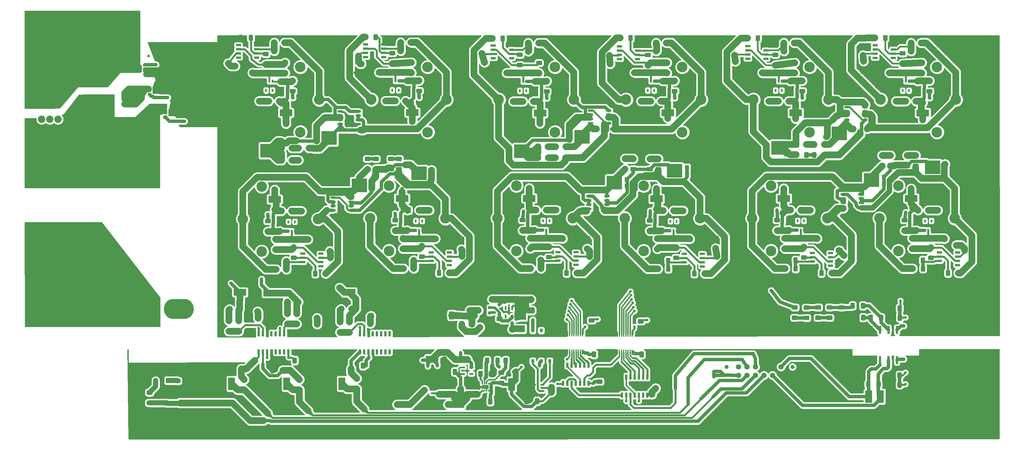
<source format=gtl>
%TF.GenerationSoftware,KiCad,Pcbnew,(5.1.7)-1*%
%TF.CreationDate,2021-03-15T08:37:38+01:00*%
%TF.ProjectId,SuperCap Small,53757065-7243-4617-9020-536d616c6c2e,rev?*%
%TF.SameCoordinates,Original*%
%TF.FileFunction,Copper,L1,Top*%
%TF.FilePolarity,Positive*%
%FSLAX46Y46*%
G04 Gerber Fmt 4.6, Leading zero omitted, Abs format (unit mm)*
G04 Created by KiCad (PCBNEW (5.1.7)-1) date 2021-03-15 08:37:38*
%MOMM*%
%LPD*%
G01*
G04 APERTURE LIST*
%TA.AperFunction,ComponentPad*%
%ADD10C,3.150000*%
%TD*%
%TA.AperFunction,SMDPad,CuDef*%
%ADD11R,1.528000X0.650000*%
%TD*%
%TA.AperFunction,SMDPad,CuDef*%
%ADD12R,4.650000X4.150000*%
%TD*%
%TA.AperFunction,SMDPad,CuDef*%
%ADD13R,1.150000X1.450000*%
%TD*%
%TA.AperFunction,SMDPad,CuDef*%
%ADD14R,0.600000X0.900000*%
%TD*%
%TA.AperFunction,SMDPad,CuDef*%
%ADD15R,3.800000X2.030000*%
%TD*%
%TA.AperFunction,SMDPad,CuDef*%
%ADD16R,0.960000X1.120000*%
%TD*%
%TA.AperFunction,SMDPad,CuDef*%
%ADD17R,0.650000X1.525000*%
%TD*%
%TA.AperFunction,SMDPad,CuDef*%
%ADD18R,0.435000X1.528000*%
%TD*%
%TA.AperFunction,ComponentPad*%
%ADD19C,2.025000*%
%TD*%
%TA.AperFunction,ComponentPad*%
%ADD20R,2.025000X2.025000*%
%TD*%
%TA.AperFunction,SMDPad,CuDef*%
%ADD21R,0.700000X2.350000*%
%TD*%
%TA.AperFunction,SMDPad,CuDef*%
%ADD22R,1.710000X2.290000*%
%TD*%
%TA.AperFunction,SMDPad,CuDef*%
%ADD23R,0.500000X1.640000*%
%TD*%
%TA.AperFunction,SMDPad,CuDef*%
%ADD24R,0.800000X0.340000*%
%TD*%
%TA.AperFunction,SMDPad,CuDef*%
%ADD25R,1.000000X0.340000*%
%TD*%
%TA.AperFunction,SMDPad,CuDef*%
%ADD26R,0.500000X0.340000*%
%TD*%
%TA.AperFunction,SMDPad,CuDef*%
%ADD27R,1.638000X0.650000*%
%TD*%
%TA.AperFunction,SMDPad,CuDef*%
%ADD28R,1.500000X1.050000*%
%TD*%
%TA.AperFunction,SMDPad,CuDef*%
%ADD29R,1.500000X2.400000*%
%TD*%
%TA.AperFunction,ComponentPad*%
%ADD30O,9.000000X6.000000*%
%TD*%
%TA.AperFunction,ComponentPad*%
%ADD31R,1.500000X1.500000*%
%TD*%
%TA.AperFunction,ComponentPad*%
%ADD32C,1.500000*%
%TD*%
%TA.AperFunction,ComponentPad*%
%ADD33C,0.800000*%
%TD*%
%TA.AperFunction,SMDPad,CuDef*%
%ADD34R,1.000000X0.900000*%
%TD*%
%TA.AperFunction,SMDPad,CuDef*%
%ADD35R,1.050000X0.600000*%
%TD*%
%TA.AperFunction,SMDPad,CuDef*%
%ADD36R,2.000000X1.200000*%
%TD*%
%TA.AperFunction,SMDPad,CuDef*%
%ADD37R,0.410000X0.510000*%
%TD*%
%TA.AperFunction,SMDPad,CuDef*%
%ADD38R,1.200000X0.600000*%
%TD*%
%TA.AperFunction,SMDPad,CuDef*%
%ADD39R,2.030000X3.800000*%
%TD*%
%TA.AperFunction,ComponentPad*%
%ADD40C,2.200000*%
%TD*%
%TA.AperFunction,ComponentPad*%
%ADD41R,2.200000X2.200000*%
%TD*%
%TA.AperFunction,SMDPad,CuDef*%
%ADD42R,0.460000X0.840000*%
%TD*%
%TA.AperFunction,SMDPad,CuDef*%
%ADD43R,0.600000X1.200000*%
%TD*%
%TA.AperFunction,ComponentPad*%
%ADD44C,1.605000*%
%TD*%
%TA.AperFunction,ComponentPad*%
%ADD45C,1.230000*%
%TD*%
%TA.AperFunction,SMDPad,CuDef*%
%ADD46R,4.600000X1.100000*%
%TD*%
%TA.AperFunction,SMDPad,CuDef*%
%ADD47R,9.400000X10.800000*%
%TD*%
%TA.AperFunction,SMDPad,CuDef*%
%ADD48R,1.120000X1.220000*%
%TD*%
%TA.AperFunction,SMDPad,CuDef*%
%ADD49R,1.150000X1.800000*%
%TD*%
%TA.AperFunction,SMDPad,CuDef*%
%ADD50R,1.800000X1.150000*%
%TD*%
%TA.AperFunction,ViaPad*%
%ADD51C,0.800000*%
%TD*%
%TA.AperFunction,ViaPad*%
%ADD52C,1.200000*%
%TD*%
%TA.AperFunction,ViaPad*%
%ADD53C,1.000000*%
%TD*%
%TA.AperFunction,Conductor*%
%ADD54C,0.600000*%
%TD*%
%TA.AperFunction,Conductor*%
%ADD55C,0.400000*%
%TD*%
%TA.AperFunction,Conductor*%
%ADD56C,1.000000*%
%TD*%
%TA.AperFunction,Conductor*%
%ADD57C,1.500000*%
%TD*%
%TA.AperFunction,Conductor*%
%ADD58C,2.000000*%
%TD*%
%TA.AperFunction,Conductor*%
%ADD59C,2.200000*%
%TD*%
%TA.AperFunction,Conductor*%
%ADD60C,5.000000*%
%TD*%
%TA.AperFunction,Conductor*%
%ADD61C,1.600000*%
%TD*%
%TA.AperFunction,Conductor*%
%ADD62C,0.800000*%
%TD*%
%TA.AperFunction,Conductor*%
%ADD63C,14.000000*%
%TD*%
%TA.AperFunction,Conductor*%
%ADD64C,0.500000*%
%TD*%
%TA.AperFunction,Conductor*%
%ADD65C,0.254000*%
%TD*%
%TA.AperFunction,Conductor*%
%ADD66C,0.100000*%
%TD*%
G04 APERTURE END LIST*
D10*
%TO.P,C28,4*%
%TO.N,/Supercaps/OVP_V3-_V4+*%
X276246000Y-125222000D03*
%TO.P,C28,3*%
%TO.N,Net-(C28-Pad3)*%
X259396000Y-134972000D03*
%TO.P,C28,2*%
%TO.N,Net-(C28-Pad2)*%
X259396000Y-115472000D03*
%TO.P,C28,1*%
%TO.N,/Supercaps/OVP_V2-_V3+*%
X253746000Y-125222000D03*
%TD*%
%TO.P,C34,4*%
%TO.N,/Supercaps/OVP_V6-_V7+*%
X390546000Y-125222000D03*
%TO.P,C34,3*%
%TO.N,Net-(C34-Pad3)*%
X373696000Y-134972000D03*
%TO.P,C34,2*%
%TO.N,Net-(C34-Pad2)*%
X373696000Y-115472000D03*
%TO.P,C34,1*%
%TO.N,/Supercaps/OVP_V5-_V6+*%
X368046000Y-125222000D03*
%TD*%
D11*
%TO.P,IC10,8*%
%TO.N,Net-(IC10-Pad8)*%
X176228000Y-77100000D03*
%TO.P,IC10,7*%
%TO.N,OVP_POWER*%
X176228000Y-75830000D03*
%TO.P,IC10,6*%
%TO.N,Net-(IC10-Pad6)*%
X176228000Y-74560000D03*
%TO.P,IC10,5*%
%TO.N,Net-(IC10-Pad5)*%
X176228000Y-73290000D03*
%TO.P,IC10,4*%
%TO.N,GNDD*%
X181650000Y-73290000D03*
%TO.P,IC10,3*%
%TO.N,Net-(IC10-Pad3)*%
X181650000Y-74560000D03*
%TO.P,IC10,2*%
%TO.N,Net-(IC10-Pad2)*%
X181650000Y-75830000D03*
%TO.P,IC10,1*%
%TO.N,Net-(IC10-Pad1)*%
X181650000Y-77100000D03*
%TD*%
D10*
%TO.P,C25,4*%
%TO.N,GNDD*%
X177906000Y-89662000D03*
%TO.P,C25,3*%
%TO.N,Net-(C25-Pad3)*%
X194756000Y-79912000D03*
%TO.P,C25,2*%
%TO.N,Net-(C25-Pad2)*%
X194756000Y-99412000D03*
%TO.P,C25,1*%
%TO.N,/Supercaps/OVP_V11-_V12+*%
X200406000Y-89662000D03*
%TD*%
%TO.P,C33,4*%
%TO.N,/Supercaps/OVP_V8-_V9+*%
X330306000Y-89662000D03*
%TO.P,C33,3*%
%TO.N,Net-(C33-Pad3)*%
X347156000Y-79912000D03*
%TO.P,C33,2*%
%TO.N,Net-(C33-Pad2)*%
X347156000Y-99412000D03*
%TO.P,C33,1*%
%TO.N,/Supercaps/OVP_V7-_V8+*%
X352806000Y-89662000D03*
%TD*%
D12*
%TO.P,D1,3*%
%TO.N,OVP_POWER*%
X212400000Y-115335000D03*
D13*
%TO.P,D1,2*%
%TO.N,/Supercaps/OVP_V1-_V2+*%
X216150000Y-116320000D03*
%TO.P,D1,1*%
X216150000Y-114350000D03*
%TD*%
D10*
%TO.P,C32,4*%
%TO.N,/Supercaps/OVP_V5-_V6+*%
X352446000Y-125222000D03*
%TO.P,C32,3*%
%TO.N,Net-(C32-Pad3)*%
X335596000Y-134972000D03*
%TO.P,C32,2*%
%TO.N,Net-(C32-Pad2)*%
X335596000Y-115472000D03*
%TO.P,C32,1*%
%TO.N,/Supercaps/OVP_V4-_V5+*%
X329946000Y-125222000D03*
%TD*%
%TO.P,C12,1*%
%TO.N,3.3V*%
%TA.AperFunction,SMDPad,CuDef*%
G36*
G01*
X241687500Y-166849998D02*
X241687500Y-168150002D01*
G75*
G02*
X241437502Y-168400000I-249998J0D01*
G01*
X240612498Y-168400000D01*
G75*
G02*
X240362500Y-168150002I0J249998D01*
G01*
X240362500Y-166849998D01*
G75*
G02*
X240612498Y-166600000I249998J0D01*
G01*
X241437502Y-166600000D01*
G75*
G02*
X241687500Y-166849998I0J-249998D01*
G01*
G37*
%TD.AperFunction*%
%TO.P,C12,2*%
%TO.N,GND*%
%TA.AperFunction,SMDPad,CuDef*%
G36*
G01*
X238562500Y-166849998D02*
X238562500Y-168150002D01*
G75*
G02*
X238312502Y-168400000I-249998J0D01*
G01*
X237487498Y-168400000D01*
G75*
G02*
X237237500Y-168150002I0J249998D01*
G01*
X237237500Y-166849998D01*
G75*
G02*
X237487498Y-166600000I249998J0D01*
G01*
X238312502Y-166600000D01*
G75*
G02*
X238562500Y-166849998I0J-249998D01*
G01*
G37*
%TD.AperFunction*%
%TD*%
%TO.P,C5,2*%
%TO.N,GND*%
%TA.AperFunction,SMDPad,CuDef*%
G36*
G01*
X269249998Y-179762500D02*
X270550002Y-179762500D01*
G75*
G02*
X270800000Y-180012498I0J-249998D01*
G01*
X270800000Y-180837502D01*
G75*
G02*
X270550002Y-181087500I-249998J0D01*
G01*
X269249998Y-181087500D01*
G75*
G02*
X269000000Y-180837502I0J249998D01*
G01*
X269000000Y-180012498D01*
G75*
G02*
X269249998Y-179762500I249998J0D01*
G01*
G37*
%TD.AperFunction*%
%TO.P,C5,1*%
%TO.N,5V*%
%TA.AperFunction,SMDPad,CuDef*%
G36*
G01*
X269249998Y-176637500D02*
X270550002Y-176637500D01*
G75*
G02*
X270800000Y-176887498I0J-249998D01*
G01*
X270800000Y-177712502D01*
G75*
G02*
X270550002Y-177962500I-249998J0D01*
G01*
X269249998Y-177962500D01*
G75*
G02*
X269000000Y-177712502I0J249998D01*
G01*
X269000000Y-176887498D01*
G75*
G02*
X269249998Y-176637500I249998J0D01*
G01*
G37*
%TD.AperFunction*%
%TD*%
%TO.P,C76,2*%
%TO.N,GND*%
%TA.AperFunction,SMDPad,CuDef*%
G36*
G01*
X285112500Y-166625002D02*
X285112500Y-165324998D01*
G75*
G02*
X285362498Y-165075000I249998J0D01*
G01*
X286187502Y-165075000D01*
G75*
G02*
X286437500Y-165324998I0J-249998D01*
G01*
X286437500Y-166625002D01*
G75*
G02*
X286187502Y-166875000I-249998J0D01*
G01*
X285362498Y-166875000D01*
G75*
G02*
X285112500Y-166625002I0J249998D01*
G01*
G37*
%TD.AperFunction*%
%TO.P,C76,1*%
%TO.N,3.3V*%
%TA.AperFunction,SMDPad,CuDef*%
G36*
G01*
X281987500Y-166625002D02*
X281987500Y-165324998D01*
G75*
G02*
X282237498Y-165075000I249998J0D01*
G01*
X283062502Y-165075000D01*
G75*
G02*
X283312500Y-165324998I0J-249998D01*
G01*
X283312500Y-166625002D01*
G75*
G02*
X283062502Y-166875000I-249998J0D01*
G01*
X282237498Y-166875000D01*
G75*
G02*
X281987500Y-166625002I0J249998D01*
G01*
G37*
%TD.AperFunction*%
%TD*%
%TO.P,R92,2*%
%TO.N,5V_ISO*%
%TA.AperFunction,SMDPad,CuDef*%
G36*
G01*
X223800001Y-126450000D02*
X222549999Y-126450000D01*
G75*
G02*
X222300000Y-126200001I0J249999D01*
G01*
X222300000Y-125399999D01*
G75*
G02*
X222549999Y-125150000I249999J0D01*
G01*
X223800001Y-125150000D01*
G75*
G02*
X224050000Y-125399999I0J-249999D01*
G01*
X224050000Y-126200001D01*
G75*
G02*
X223800001Y-126450000I-249999J0D01*
G01*
G37*
%TD.AperFunction*%
%TO.P,R92,1*%
%TO.N,/Isolation-IC/IN_PORT_2*%
%TA.AperFunction,SMDPad,CuDef*%
G36*
G01*
X223800001Y-129550000D02*
X222549999Y-129550000D01*
G75*
G02*
X222300000Y-129300001I0J249999D01*
G01*
X222300000Y-128499999D01*
G75*
G02*
X222549999Y-128250000I249999J0D01*
G01*
X223800001Y-128250000D01*
G75*
G02*
X224050000Y-128499999I0J-249999D01*
G01*
X224050000Y-129300001D01*
G75*
G02*
X223800001Y-129550000I-249999J0D01*
G01*
G37*
%TD.AperFunction*%
%TD*%
D14*
%TO.P,IC33,5*%
%TO.N,Net-(IC33-Pad5)*%
X267375000Y-125950000D03*
%TO.P,IC33,4*%
%TO.N,Net-(IC33-Pad4)*%
X269275000Y-125950000D03*
%TO.P,IC33,3*%
%TO.N,GNDD*%
X269275000Y-128750000D03*
%TO.P,IC33,2*%
%TO.N,Net-(C70-Pad1)*%
X268325000Y-128750000D03*
%TO.P,IC33,1*%
%TO.N,/Isolation-IC/IN_PORT_3*%
X267375000Y-128750000D03*
%TD*%
%TO.P,R121,2*%
%TO.N,Net-(LED13-Pad2)*%
%TA.AperFunction,SMDPad,CuDef*%
G36*
G01*
X267725000Y-123350001D02*
X267725000Y-122099999D01*
G75*
G02*
X267974999Y-121850000I249999J0D01*
G01*
X268775001Y-121850000D01*
G75*
G02*
X269025000Y-122099999I0J-249999D01*
G01*
X269025000Y-123350001D01*
G75*
G02*
X268775001Y-123600000I-249999J0D01*
G01*
X267974999Y-123600000D01*
G75*
G02*
X267725000Y-123350001I0J249999D01*
G01*
G37*
%TD.AperFunction*%
%TO.P,R121,1*%
%TO.N,/Isolation-IC/IN_PORT_3*%
%TA.AperFunction,SMDPad,CuDef*%
G36*
G01*
X264625000Y-123350001D02*
X264625000Y-122099999D01*
G75*
G02*
X264874999Y-121850000I249999J0D01*
G01*
X265675001Y-121850000D01*
G75*
G02*
X265925000Y-122099999I0J-249999D01*
G01*
X265925000Y-123350001D01*
G75*
G02*
X265675001Y-123600000I-249999J0D01*
G01*
X264874999Y-123600000D01*
G75*
G02*
X264625000Y-123350001I0J249999D01*
G01*
G37*
%TD.AperFunction*%
%TD*%
%TO.P,R119,2*%
%TO.N,Net-(IC32-Pad6)*%
%TA.AperFunction,SMDPad,CuDef*%
G36*
G01*
X262899999Y-133625000D02*
X264150001Y-133625000D01*
G75*
G02*
X264400000Y-133874999I0J-249999D01*
G01*
X264400000Y-134675001D01*
G75*
G02*
X264150001Y-134925000I-249999J0D01*
G01*
X262899999Y-134925000D01*
G75*
G02*
X262650000Y-134675001I0J249999D01*
G01*
X262650000Y-133874999D01*
G75*
G02*
X262899999Y-133625000I249999J0D01*
G01*
G37*
%TD.AperFunction*%
%TO.P,R119,1*%
%TO.N,Net-(C70-Pad1)*%
%TA.AperFunction,SMDPad,CuDef*%
G36*
G01*
X262899999Y-130525000D02*
X264150001Y-130525000D01*
G75*
G02*
X264400000Y-130774999I0J-249999D01*
G01*
X264400000Y-131575001D01*
G75*
G02*
X264150001Y-131825000I-249999J0D01*
G01*
X262899999Y-131825000D01*
G75*
G02*
X262650000Y-131575001I0J249999D01*
G01*
X262650000Y-130774999D01*
G75*
G02*
X262899999Y-130525000I249999J0D01*
G01*
G37*
%TD.AperFunction*%
%TD*%
%TO.P,C71,2*%
%TO.N,GNDD*%
%TA.AperFunction,SMDPad,CuDef*%
G36*
G01*
X265425002Y-126287500D02*
X264124998Y-126287500D01*
G75*
G02*
X263875000Y-126037502I0J249998D01*
G01*
X263875000Y-125212498D01*
G75*
G02*
X264124998Y-124962500I249998J0D01*
G01*
X265425002Y-124962500D01*
G75*
G02*
X265675000Y-125212498I0J-249998D01*
G01*
X265675000Y-126037502D01*
G75*
G02*
X265425002Y-126287500I-249998J0D01*
G01*
G37*
%TD.AperFunction*%
%TO.P,C71,1*%
%TO.N,/Isolation-IC/IN_PORT_3*%
%TA.AperFunction,SMDPad,CuDef*%
G36*
G01*
X265425002Y-129412500D02*
X264124998Y-129412500D01*
G75*
G02*
X263875000Y-129162502I0J249998D01*
G01*
X263875000Y-128337498D01*
G75*
G02*
X264124998Y-128087500I249998J0D01*
G01*
X265425002Y-128087500D01*
G75*
G02*
X265675000Y-128337498I0J-249998D01*
G01*
X265675000Y-129162502D01*
G75*
G02*
X265425002Y-129412500I-249998J0D01*
G01*
G37*
%TD.AperFunction*%
%TD*%
%TO.P,R120,2*%
%TO.N,5V_ISO*%
%TA.AperFunction,SMDPad,CuDef*%
G36*
G01*
X261875001Y-126400000D02*
X260624999Y-126400000D01*
G75*
G02*
X260375000Y-126150001I0J249999D01*
G01*
X260375000Y-125349999D01*
G75*
G02*
X260624999Y-125100000I249999J0D01*
G01*
X261875001Y-125100000D01*
G75*
G02*
X262125000Y-125349999I0J-249999D01*
G01*
X262125000Y-126150001D01*
G75*
G02*
X261875001Y-126400000I-249999J0D01*
G01*
G37*
%TD.AperFunction*%
%TO.P,R120,1*%
%TO.N,/Isolation-IC/IN_PORT_3*%
%TA.AperFunction,SMDPad,CuDef*%
G36*
G01*
X261875001Y-129500000D02*
X260624999Y-129500000D01*
G75*
G02*
X260375000Y-129250001I0J249999D01*
G01*
X260375000Y-128449999D01*
G75*
G02*
X260624999Y-128200000I249999J0D01*
G01*
X261875001Y-128200000D01*
G75*
G02*
X262125000Y-128449999I0J-249999D01*
G01*
X262125000Y-129250001D01*
G75*
G02*
X261875001Y-129500000I-249999J0D01*
G01*
G37*
%TD.AperFunction*%
%TD*%
D15*
%TO.P,TP21,1*%
%TO.N,/Isolation-IC/IN_PORT_3*%
X263250000Y-119250000D03*
%TD*%
%TO.P,C70,2*%
%TO.N,GNDD*%
%TA.AperFunction,SMDPad,CuDef*%
G36*
G01*
X273875002Y-128812500D02*
X272574998Y-128812500D01*
G75*
G02*
X272325000Y-128562502I0J249998D01*
G01*
X272325000Y-127737498D01*
G75*
G02*
X272574998Y-127487500I249998J0D01*
G01*
X273875002Y-127487500D01*
G75*
G02*
X274125000Y-127737498I0J-249998D01*
G01*
X274125000Y-128562502D01*
G75*
G02*
X273875002Y-128812500I-249998J0D01*
G01*
G37*
%TD.AperFunction*%
%TO.P,C70,1*%
%TO.N,Net-(C70-Pad1)*%
%TA.AperFunction,SMDPad,CuDef*%
G36*
G01*
X273875002Y-131937500D02*
X272574998Y-131937500D01*
G75*
G02*
X272325000Y-131687502I0J249998D01*
G01*
X272325000Y-130862498D01*
G75*
G02*
X272574998Y-130612500I249998J0D01*
G01*
X273875002Y-130612500D01*
G75*
G02*
X274125000Y-130862498I0J-249998D01*
G01*
X274125000Y-131687502D01*
G75*
G02*
X273875002Y-131937500I-249998J0D01*
G01*
G37*
%TD.AperFunction*%
%TD*%
%TO.P,C69,2*%
%TO.N,GNDD*%
%TA.AperFunction,SMDPad,CuDef*%
G36*
G01*
X281250002Y-131837500D02*
X279949998Y-131837500D01*
G75*
G02*
X279700000Y-131587502I0J249998D01*
G01*
X279700000Y-130762498D01*
G75*
G02*
X279949998Y-130512500I249998J0D01*
G01*
X281250002Y-130512500D01*
G75*
G02*
X281500000Y-130762498I0J-249998D01*
G01*
X281500000Y-131587502D01*
G75*
G02*
X281250002Y-131837500I-249998J0D01*
G01*
G37*
%TD.AperFunction*%
%TO.P,C69,1*%
%TO.N,OVP_POWER*%
%TA.AperFunction,SMDPad,CuDef*%
G36*
G01*
X281250002Y-134962500D02*
X279949998Y-134962500D01*
G75*
G02*
X279700000Y-134712502I0J249998D01*
G01*
X279700000Y-133887498D01*
G75*
G02*
X279949998Y-133637500I249998J0D01*
G01*
X281250002Y-133637500D01*
G75*
G02*
X281500000Y-133887498I0J-249998D01*
G01*
X281500000Y-134712502D01*
G75*
G02*
X281250002Y-134962500I-249998J0D01*
G01*
G37*
%TD.AperFunction*%
%TD*%
%TO.P,R115,1*%
%TO.N,Net-(IC32-Pad2)*%
%TA.AperFunction,SMDPad,CuDef*%
G36*
G01*
X273750000Y-142225001D02*
X273750000Y-140974999D01*
G75*
G02*
X273999999Y-140725000I249999J0D01*
G01*
X274800001Y-140725000D01*
G75*
G02*
X275050000Y-140974999I0J-249999D01*
G01*
X275050000Y-142225001D01*
G75*
G02*
X274800001Y-142475000I-249999J0D01*
G01*
X273999999Y-142475000D01*
G75*
G02*
X273750000Y-142225001I0J249999D01*
G01*
G37*
%TD.AperFunction*%
%TO.P,R115,2*%
%TO.N,/Supercaps/OVP_V3-_V4+*%
%TA.AperFunction,SMDPad,CuDef*%
G36*
G01*
X276850000Y-142225001D02*
X276850000Y-140974999D01*
G75*
G02*
X277099999Y-140725000I249999J0D01*
G01*
X277900001Y-140725000D01*
G75*
G02*
X278150000Y-140974999I0J-249999D01*
G01*
X278150000Y-142225001D01*
G75*
G02*
X277900001Y-142475000I-249999J0D01*
G01*
X277099999Y-142475000D01*
G75*
G02*
X276850000Y-142225001I0J249999D01*
G01*
G37*
%TD.AperFunction*%
%TD*%
%TO.P,R118,2*%
%TO.N,Net-(IC32-Pad3)*%
%TA.AperFunction,SMDPad,CuDef*%
G36*
G01*
X266075000Y-138375001D02*
X266075000Y-137124999D01*
G75*
G02*
X266324999Y-136875000I249999J0D01*
G01*
X267125001Y-136875000D01*
G75*
G02*
X267375000Y-137124999I0J-249999D01*
G01*
X267375000Y-138375001D01*
G75*
G02*
X267125001Y-138625000I-249999J0D01*
G01*
X266324999Y-138625000D01*
G75*
G02*
X266075000Y-138375001I0J249999D01*
G01*
G37*
%TD.AperFunction*%
%TO.P,R118,1*%
%TO.N,GNDD*%
%TA.AperFunction,SMDPad,CuDef*%
G36*
G01*
X262975000Y-138375001D02*
X262975000Y-137124999D01*
G75*
G02*
X263224999Y-136875000I249999J0D01*
G01*
X264025001Y-136875000D01*
G75*
G02*
X264275000Y-137124999I0J-249999D01*
G01*
X264275000Y-138375001D01*
G75*
G02*
X264025001Y-138625000I-249999J0D01*
G01*
X263224999Y-138625000D01*
G75*
G02*
X262975000Y-138375001I0J249999D01*
G01*
G37*
%TD.AperFunction*%
%TD*%
%TO.P,R116,2*%
%TO.N,/Supercaps/OVP_V2-_V3+*%
%TA.AperFunction,SMDPad,CuDef*%
G36*
G01*
X264325000Y-139599999D02*
X264325000Y-140850001D01*
G75*
G02*
X264075001Y-141100000I-249999J0D01*
G01*
X263274999Y-141100000D01*
G75*
G02*
X263025000Y-140850001I0J249999D01*
G01*
X263025000Y-139599999D01*
G75*
G02*
X263274999Y-139350000I249999J0D01*
G01*
X264075001Y-139350000D01*
G75*
G02*
X264325000Y-139599999I0J-249999D01*
G01*
G37*
%TD.AperFunction*%
%TO.P,R116,1*%
%TO.N,Net-(IC32-Pad3)*%
%TA.AperFunction,SMDPad,CuDef*%
G36*
G01*
X267425000Y-139599999D02*
X267425000Y-140850001D01*
G75*
G02*
X267175001Y-141100000I-249999J0D01*
G01*
X266374999Y-141100000D01*
G75*
G02*
X266125000Y-140850001I0J249999D01*
G01*
X266125000Y-139599999D01*
G75*
G02*
X266374999Y-139350000I249999J0D01*
G01*
X267175001Y-139350000D01*
G75*
G02*
X267425000Y-139599999I0J-249999D01*
G01*
G37*
%TD.AperFunction*%
%TD*%
%TO.P,R117,1*%
%TO.N,Net-(IC32-Pad6)*%
%TA.AperFunction,SMDPad,CuDef*%
G36*
G01*
X268524999Y-133100000D02*
X269775001Y-133100000D01*
G75*
G02*
X270025000Y-133349999I0J-249999D01*
G01*
X270025000Y-134150001D01*
G75*
G02*
X269775001Y-134400000I-249999J0D01*
G01*
X268524999Y-134400000D01*
G75*
G02*
X268275000Y-134150001I0J249999D01*
G01*
X268275000Y-133349999D01*
G75*
G02*
X268524999Y-133100000I249999J0D01*
G01*
G37*
%TD.AperFunction*%
%TO.P,R117,2*%
%TO.N,Net-(IC32-Pad2)*%
%TA.AperFunction,SMDPad,CuDef*%
G36*
G01*
X268524999Y-136200000D02*
X269775001Y-136200000D01*
G75*
G02*
X270025000Y-136449999I0J-249999D01*
G01*
X270025000Y-137250001D01*
G75*
G02*
X269775001Y-137500000I-249999J0D01*
G01*
X268524999Y-137500000D01*
G75*
G02*
X268275000Y-137250001I0J249999D01*
G01*
X268275000Y-136449999D01*
G75*
G02*
X268524999Y-136200000I249999J0D01*
G01*
G37*
%TD.AperFunction*%
%TD*%
D10*
%TO.P,C31,4*%
%TO.N,/Supercaps/OVP_V9-_V10+*%
X292206000Y-89662000D03*
%TO.P,C31,3*%
%TO.N,Net-(C31-Pad3)*%
X309056000Y-79912000D03*
%TO.P,C31,2*%
%TO.N,Net-(C31-Pad2)*%
X309056000Y-99412000D03*
%TO.P,C31,1*%
%TO.N,/Supercaps/OVP_V8-_V9+*%
X314706000Y-89662000D03*
%TD*%
%TO.P,R63,2*%
%TO.N,Net-(IC16-Pad6)*%
%TA.AperFunction,SMDPad,CuDef*%
G36*
G01*
X305075001Y-79250000D02*
X303824999Y-79250000D01*
G75*
G02*
X303575000Y-79000001I0J249999D01*
G01*
X303575000Y-78199999D01*
G75*
G02*
X303824999Y-77950000I249999J0D01*
G01*
X305075001Y-77950000D01*
G75*
G02*
X305325000Y-78199999I0J-249999D01*
G01*
X305325000Y-79000001D01*
G75*
G02*
X305075001Y-79250000I-249999J0D01*
G01*
G37*
%TD.AperFunction*%
%TO.P,R63,1*%
%TO.N,Net-(C46-Pad1)*%
%TA.AperFunction,SMDPad,CuDef*%
G36*
G01*
X305075001Y-82350000D02*
X303824999Y-82350000D01*
G75*
G02*
X303575000Y-82100001I0J249999D01*
G01*
X303575000Y-81299999D01*
G75*
G02*
X303824999Y-81050000I249999J0D01*
G01*
X305075001Y-81050000D01*
G75*
G02*
X305325000Y-81299999I0J-249999D01*
G01*
X305325000Y-82100001D01*
G75*
G02*
X305075001Y-82350000I-249999J0D01*
G01*
G37*
%TD.AperFunction*%
%TD*%
%TO.P,R65,2*%
%TO.N,Net-(LED5-Pad2)*%
%TA.AperFunction,SMDPad,CuDef*%
G36*
G01*
X300250000Y-89499999D02*
X300250000Y-90750001D01*
G75*
G02*
X300000001Y-91000000I-249999J0D01*
G01*
X299199999Y-91000000D01*
G75*
G02*
X298950000Y-90750001I0J249999D01*
G01*
X298950000Y-89499999D01*
G75*
G02*
X299199999Y-89250000I249999J0D01*
G01*
X300000001Y-89250000D01*
G75*
G02*
X300250000Y-89499999I0J-249999D01*
G01*
G37*
%TD.AperFunction*%
%TO.P,R65,1*%
%TO.N,/Isolation-IC/IN_PORT_9*%
%TA.AperFunction,SMDPad,CuDef*%
G36*
G01*
X303350000Y-89499999D02*
X303350000Y-90750001D01*
G75*
G02*
X303100001Y-91000000I-249999J0D01*
G01*
X302299999Y-91000000D01*
G75*
G02*
X302050000Y-90750001I0J249999D01*
G01*
X302050000Y-89499999D01*
G75*
G02*
X302299999Y-89250000I249999J0D01*
G01*
X303100001Y-89250000D01*
G75*
G02*
X303350000Y-89499999I0J-249999D01*
G01*
G37*
%TD.AperFunction*%
%TD*%
D14*
%TO.P,IC17,5*%
%TO.N,Net-(IC17-Pad5)*%
X300600000Y-86925000D03*
%TO.P,IC17,4*%
%TO.N,Net-(IC17-Pad4)*%
X298700000Y-86925000D03*
%TO.P,IC17,3*%
%TO.N,GNDD*%
X298700000Y-84125000D03*
%TO.P,IC17,2*%
%TO.N,Net-(C46-Pad1)*%
X299650000Y-84125000D03*
%TO.P,IC17,1*%
%TO.N,/Isolation-IC/IN_PORT_9*%
X300600000Y-84125000D03*
%TD*%
%TO.P,C47,2*%
%TO.N,GNDD*%
%TA.AperFunction,SMDPad,CuDef*%
G36*
G01*
X302549998Y-86587500D02*
X303850002Y-86587500D01*
G75*
G02*
X304100000Y-86837498I0J-249998D01*
G01*
X304100000Y-87662502D01*
G75*
G02*
X303850002Y-87912500I-249998J0D01*
G01*
X302549998Y-87912500D01*
G75*
G02*
X302300000Y-87662502I0J249998D01*
G01*
X302300000Y-86837498D01*
G75*
G02*
X302549998Y-86587500I249998J0D01*
G01*
G37*
%TD.AperFunction*%
%TO.P,C47,1*%
%TO.N,/Isolation-IC/IN_PORT_9*%
%TA.AperFunction,SMDPad,CuDef*%
G36*
G01*
X302549998Y-83462500D02*
X303850002Y-83462500D01*
G75*
G02*
X304100000Y-83712498I0J-249998D01*
G01*
X304100000Y-84537502D01*
G75*
G02*
X303850002Y-84787500I-249998J0D01*
G01*
X302549998Y-84787500D01*
G75*
G02*
X302300000Y-84537502I0J249998D01*
G01*
X302300000Y-83712498D01*
G75*
G02*
X302549998Y-83462500I249998J0D01*
G01*
G37*
%TD.AperFunction*%
%TD*%
%TO.P,R64,2*%
%TO.N,5V_ISO*%
%TA.AperFunction,SMDPad,CuDef*%
G36*
G01*
X306099999Y-86475000D02*
X307350001Y-86475000D01*
G75*
G02*
X307600000Y-86724999I0J-249999D01*
G01*
X307600000Y-87525001D01*
G75*
G02*
X307350001Y-87775000I-249999J0D01*
G01*
X306099999Y-87775000D01*
G75*
G02*
X305850000Y-87525001I0J249999D01*
G01*
X305850000Y-86724999D01*
G75*
G02*
X306099999Y-86475000I249999J0D01*
G01*
G37*
%TD.AperFunction*%
%TO.P,R64,1*%
%TO.N,/Isolation-IC/IN_PORT_9*%
%TA.AperFunction,SMDPad,CuDef*%
G36*
G01*
X306099999Y-83375000D02*
X307350001Y-83375000D01*
G75*
G02*
X307600000Y-83624999I0J-249999D01*
G01*
X307600000Y-84425001D01*
G75*
G02*
X307350001Y-84675000I-249999J0D01*
G01*
X306099999Y-84675000D01*
G75*
G02*
X305850000Y-84425001I0J249999D01*
G01*
X305850000Y-83624999D01*
G75*
G02*
X306099999Y-83375000I249999J0D01*
G01*
G37*
%TD.AperFunction*%
%TD*%
D15*
%TO.P,TP13,1*%
%TO.N,/Isolation-IC/IN_PORT_9*%
X304725000Y-93625000D03*
%TD*%
%TO.P,C45,1*%
%TO.N,OVP_POWER*%
%TA.AperFunction,SMDPad,CuDef*%
G36*
G01*
X286799998Y-78337500D02*
X288100002Y-78337500D01*
G75*
G02*
X288350000Y-78587498I0J-249998D01*
G01*
X288350000Y-79412502D01*
G75*
G02*
X288100002Y-79662500I-249998J0D01*
G01*
X286799998Y-79662500D01*
G75*
G02*
X286550000Y-79412502I0J249998D01*
G01*
X286550000Y-78587498D01*
G75*
G02*
X286799998Y-78337500I249998J0D01*
G01*
G37*
%TD.AperFunction*%
%TO.P,C45,2*%
%TO.N,GNDD*%
%TA.AperFunction,SMDPad,CuDef*%
G36*
G01*
X286799998Y-81462500D02*
X288100002Y-81462500D01*
G75*
G02*
X288350000Y-81712498I0J-249998D01*
G01*
X288350000Y-82537502D01*
G75*
G02*
X288100002Y-82787500I-249998J0D01*
G01*
X286799998Y-82787500D01*
G75*
G02*
X286550000Y-82537502I0J249998D01*
G01*
X286550000Y-81712498D01*
G75*
G02*
X286799998Y-81462500I249998J0D01*
G01*
G37*
%TD.AperFunction*%
%TD*%
%TO.P,C46,2*%
%TO.N,GNDD*%
%TA.AperFunction,SMDPad,CuDef*%
G36*
G01*
X294099998Y-84062500D02*
X295400002Y-84062500D01*
G75*
G02*
X295650000Y-84312498I0J-249998D01*
G01*
X295650000Y-85137502D01*
G75*
G02*
X295400002Y-85387500I-249998J0D01*
G01*
X294099998Y-85387500D01*
G75*
G02*
X293850000Y-85137502I0J249998D01*
G01*
X293850000Y-84312498D01*
G75*
G02*
X294099998Y-84062500I249998J0D01*
G01*
G37*
%TD.AperFunction*%
%TO.P,C46,1*%
%TO.N,Net-(C46-Pad1)*%
%TA.AperFunction,SMDPad,CuDef*%
G36*
G01*
X294099998Y-80937500D02*
X295400002Y-80937500D01*
G75*
G02*
X295650000Y-81187498I0J-249998D01*
G01*
X295650000Y-82012502D01*
G75*
G02*
X295400002Y-82262500I-249998J0D01*
G01*
X294099998Y-82262500D01*
G75*
G02*
X293850000Y-82012502I0J249998D01*
G01*
X293850000Y-81187498D01*
G75*
G02*
X294099998Y-80937500I249998J0D01*
G01*
G37*
%TD.AperFunction*%
%TD*%
%TO.P,R59,1*%
%TO.N,Net-(IC16-Pad2)*%
%TA.AperFunction,SMDPad,CuDef*%
G36*
G01*
X294200000Y-70574999D02*
X294200000Y-71825001D01*
G75*
G02*
X293950001Y-72075000I-249999J0D01*
G01*
X293149999Y-72075000D01*
G75*
G02*
X292900000Y-71825001I0J249999D01*
G01*
X292900000Y-70574999D01*
G75*
G02*
X293149999Y-70325000I249999J0D01*
G01*
X293950001Y-70325000D01*
G75*
G02*
X294200000Y-70574999I0J-249999D01*
G01*
G37*
%TD.AperFunction*%
%TO.P,R59,2*%
%TO.N,/Supercaps/OVP_V9-_V10+*%
%TA.AperFunction,SMDPad,CuDef*%
G36*
G01*
X291100000Y-70574999D02*
X291100000Y-71825001D01*
G75*
G02*
X290850001Y-72075000I-249999J0D01*
G01*
X290049999Y-72075000D01*
G75*
G02*
X289800000Y-71825001I0J249999D01*
G01*
X289800000Y-70574999D01*
G75*
G02*
X290049999Y-70325000I249999J0D01*
G01*
X290850001Y-70325000D01*
G75*
G02*
X291100000Y-70574999I0J-249999D01*
G01*
G37*
%TD.AperFunction*%
%TD*%
%TO.P,R62,2*%
%TO.N,Net-(IC16-Pad3)*%
%TA.AperFunction,SMDPad,CuDef*%
G36*
G01*
X301900000Y-74499999D02*
X301900000Y-75750001D01*
G75*
G02*
X301650001Y-76000000I-249999J0D01*
G01*
X300849999Y-76000000D01*
G75*
G02*
X300600000Y-75750001I0J249999D01*
G01*
X300600000Y-74499999D01*
G75*
G02*
X300849999Y-74250000I249999J0D01*
G01*
X301650001Y-74250000D01*
G75*
G02*
X301900000Y-74499999I0J-249999D01*
G01*
G37*
%TD.AperFunction*%
%TO.P,R62,1*%
%TO.N,GNDD*%
%TA.AperFunction,SMDPad,CuDef*%
G36*
G01*
X305000000Y-74499999D02*
X305000000Y-75750001D01*
G75*
G02*
X304750001Y-76000000I-249999J0D01*
G01*
X303949999Y-76000000D01*
G75*
G02*
X303700000Y-75750001I0J249999D01*
G01*
X303700000Y-74499999D01*
G75*
G02*
X303949999Y-74250000I249999J0D01*
G01*
X304750001Y-74250000D01*
G75*
G02*
X305000000Y-74499999I0J-249999D01*
G01*
G37*
%TD.AperFunction*%
%TD*%
%TO.P,R61,1*%
%TO.N,Net-(IC16-Pad6)*%
%TA.AperFunction,SMDPad,CuDef*%
G36*
G01*
X299375001Y-80050000D02*
X298124999Y-80050000D01*
G75*
G02*
X297875000Y-79800001I0J249999D01*
G01*
X297875000Y-78999999D01*
G75*
G02*
X298124999Y-78750000I249999J0D01*
G01*
X299375001Y-78750000D01*
G75*
G02*
X299625000Y-78999999I0J-249999D01*
G01*
X299625000Y-79800001D01*
G75*
G02*
X299375001Y-80050000I-249999J0D01*
G01*
G37*
%TD.AperFunction*%
%TO.P,R61,2*%
%TO.N,Net-(IC16-Pad2)*%
%TA.AperFunction,SMDPad,CuDef*%
G36*
G01*
X299375001Y-76950000D02*
X298124999Y-76950000D01*
G75*
G02*
X297875000Y-76700001I0J249999D01*
G01*
X297875000Y-75899999D01*
G75*
G02*
X298124999Y-75650000I249999J0D01*
G01*
X299375001Y-75650000D01*
G75*
G02*
X299625000Y-75899999I0J-249999D01*
G01*
X299625000Y-76700001D01*
G75*
G02*
X299375001Y-76950000I-249999J0D01*
G01*
G37*
%TD.AperFunction*%
%TD*%
%TO.P,R60,2*%
%TO.N,/Supercaps/OVP_V8-_V9+*%
%TA.AperFunction,SMDPad,CuDef*%
G36*
G01*
X303650000Y-73275001D02*
X303650000Y-72024999D01*
G75*
G02*
X303899999Y-71775000I249999J0D01*
G01*
X304700001Y-71775000D01*
G75*
G02*
X304950000Y-72024999I0J-249999D01*
G01*
X304950000Y-73275001D01*
G75*
G02*
X304700001Y-73525000I-249999J0D01*
G01*
X303899999Y-73525000D01*
G75*
G02*
X303650000Y-73275001I0J249999D01*
G01*
G37*
%TD.AperFunction*%
%TO.P,R60,1*%
%TO.N,Net-(IC16-Pad3)*%
%TA.AperFunction,SMDPad,CuDef*%
G36*
G01*
X300550000Y-73275001D02*
X300550000Y-72024999D01*
G75*
G02*
X300799999Y-71775000I249999J0D01*
G01*
X301600001Y-71775000D01*
G75*
G02*
X301850000Y-72024999I0J-249999D01*
G01*
X301850000Y-73275001D01*
G75*
G02*
X301600001Y-73525000I-249999J0D01*
G01*
X300799999Y-73525000D01*
G75*
G02*
X300550000Y-73275001I0J249999D01*
G01*
G37*
%TD.AperFunction*%
%TD*%
D10*
%TO.P,C27,4*%
%TO.N,/Supercaps/OVP_V11-_V12+*%
X216006000Y-89662000D03*
%TO.P,C27,3*%
%TO.N,Net-(C27-Pad3)*%
X232856000Y-79912000D03*
%TO.P,C27,2*%
%TO.N,Net-(C27-Pad2)*%
X232856000Y-99412000D03*
%TO.P,C27,1*%
%TO.N,/Supercaps/OVP_V10-_V11+*%
X238506000Y-89662000D03*
%TD*%
%TO.P,R18,2*%
%TO.N,/Supercaps/OVP_V9-_V10+*%
%TA.AperFunction,SMDPad,CuDef*%
G36*
G01*
X266450000Y-103174999D02*
X266450000Y-104425001D01*
G75*
G02*
X266200001Y-104675000I-249999J0D01*
G01*
X265399999Y-104675000D01*
G75*
G02*
X265150000Y-104425001I0J249999D01*
G01*
X265150000Y-103174999D01*
G75*
G02*
X265399999Y-102925000I249999J0D01*
G01*
X266200001Y-102925000D01*
G75*
G02*
X266450000Y-103174999I0J-249999D01*
G01*
G37*
%TD.AperFunction*%
%TO.P,R18,1*%
%TO.N,Net-(R17-Pad2)*%
%TA.AperFunction,SMDPad,CuDef*%
G36*
G01*
X269550000Y-103174999D02*
X269550000Y-104425001D01*
G75*
G02*
X269300001Y-104675000I-249999J0D01*
G01*
X268499999Y-104675000D01*
G75*
G02*
X268250000Y-104425001I0J249999D01*
G01*
X268250000Y-103174999D01*
G75*
G02*
X268499999Y-102925000I249999J0D01*
G01*
X269300001Y-102925000D01*
G75*
G02*
X269550000Y-103174999I0J-249999D01*
G01*
G37*
%TD.AperFunction*%
%TD*%
%TO.P,R19,1*%
%TO.N,/Supercaps/OVP_V9-_V10+*%
%TA.AperFunction,SMDPad,CuDef*%
G36*
G01*
X265200000Y-107675001D02*
X265200000Y-106424999D01*
G75*
G02*
X265449999Y-106175000I249999J0D01*
G01*
X266250001Y-106175000D01*
G75*
G02*
X266500000Y-106424999I0J-249999D01*
G01*
X266500000Y-107675001D01*
G75*
G02*
X266250001Y-107925000I-249999J0D01*
G01*
X265449999Y-107925000D01*
G75*
G02*
X265200000Y-107675001I0J249999D01*
G01*
G37*
%TD.AperFunction*%
%TO.P,R19,2*%
%TO.N,Net-(R19-Pad2)*%
%TA.AperFunction,SMDPad,CuDef*%
G36*
G01*
X268300000Y-107675001D02*
X268300000Y-106424999D01*
G75*
G02*
X268549999Y-106175000I249999J0D01*
G01*
X269350001Y-106175000D01*
G75*
G02*
X269600000Y-106424999I0J-249999D01*
G01*
X269600000Y-107675001D01*
G75*
G02*
X269350001Y-107925000I-249999J0D01*
G01*
X268549999Y-107925000D01*
G75*
G02*
X268300000Y-107675001I0J249999D01*
G01*
G37*
%TD.AperFunction*%
%TD*%
%TO.P,R20,2*%
%TO.N,/Supercaps/OVP_V10-_V11+*%
%TA.AperFunction,SMDPad,CuDef*%
G36*
G01*
X273500000Y-107675001D02*
X273500000Y-106424999D01*
G75*
G02*
X273749999Y-106175000I249999J0D01*
G01*
X274550001Y-106175000D01*
G75*
G02*
X274800000Y-106424999I0J-249999D01*
G01*
X274800000Y-107675001D01*
G75*
G02*
X274550001Y-107925000I-249999J0D01*
G01*
X273749999Y-107925000D01*
G75*
G02*
X273500000Y-107675001I0J249999D01*
G01*
G37*
%TD.AperFunction*%
%TO.P,R20,1*%
%TO.N,Net-(R19-Pad2)*%
%TA.AperFunction,SMDPad,CuDef*%
G36*
G01*
X270400000Y-107675001D02*
X270400000Y-106424999D01*
G75*
G02*
X270649999Y-106175000I249999J0D01*
G01*
X271450001Y-106175000D01*
G75*
G02*
X271700000Y-106424999I0J-249999D01*
G01*
X271700000Y-107675001D01*
G75*
G02*
X271450001Y-107925000I-249999J0D01*
G01*
X270649999Y-107925000D01*
G75*
G02*
X270400000Y-107675001I0J249999D01*
G01*
G37*
%TD.AperFunction*%
%TD*%
%TO.P,R17,1*%
%TO.N,/Supercaps/OVP_V8-_V9+*%
%TA.AperFunction,SMDPad,CuDef*%
G36*
G01*
X274900000Y-103174999D02*
X274900000Y-104425001D01*
G75*
G02*
X274650001Y-104675000I-249999J0D01*
G01*
X273849999Y-104675000D01*
G75*
G02*
X273600000Y-104425001I0J249999D01*
G01*
X273600000Y-103174999D01*
G75*
G02*
X273849999Y-102925000I249999J0D01*
G01*
X274650001Y-102925000D01*
G75*
G02*
X274900000Y-103174999I0J-249999D01*
G01*
G37*
%TD.AperFunction*%
%TO.P,R17,2*%
%TO.N,Net-(R17-Pad2)*%
%TA.AperFunction,SMDPad,CuDef*%
G36*
G01*
X271800000Y-103174999D02*
X271800000Y-104425001D01*
G75*
G02*
X271550001Y-104675000I-249999J0D01*
G01*
X270749999Y-104675000D01*
G75*
G02*
X270500000Y-104425001I0J249999D01*
G01*
X270500000Y-103174999D01*
G75*
G02*
X270749999Y-102925000I249999J0D01*
G01*
X271550001Y-102925000D01*
G75*
G02*
X271800000Y-103174999I0J-249999D01*
G01*
G37*
%TD.AperFunction*%
%TD*%
%TO.P,R6,2*%
%TO.N,/Supercaps/OVP_V3-_V4+*%
%TA.AperFunction,SMDPad,CuDef*%
G36*
G01*
X293734999Y-109850000D02*
X294985001Y-109850000D01*
G75*
G02*
X295235000Y-110099999I0J-249999D01*
G01*
X295235000Y-110900001D01*
G75*
G02*
X294985001Y-111150000I-249999J0D01*
G01*
X293734999Y-111150000D01*
G75*
G02*
X293485000Y-110900001I0J249999D01*
G01*
X293485000Y-110099999D01*
G75*
G02*
X293734999Y-109850000I249999J0D01*
G01*
G37*
%TD.AperFunction*%
%TO.P,R6,1*%
%TO.N,Net-(R5-Pad2)*%
%TA.AperFunction,SMDPad,CuDef*%
G36*
G01*
X293734999Y-106750000D02*
X294985001Y-106750000D01*
G75*
G02*
X295235000Y-106999999I0J-249999D01*
G01*
X295235000Y-107800001D01*
G75*
G02*
X294985001Y-108050000I-249999J0D01*
G01*
X293734999Y-108050000D01*
G75*
G02*
X293485000Y-107800001I0J249999D01*
G01*
X293485000Y-106999999D01*
G75*
G02*
X293734999Y-106750000I249999J0D01*
G01*
G37*
%TD.AperFunction*%
%TD*%
%TO.P,R7,1*%
%TO.N,/Supercaps/OVP_V3-_V4+*%
%TA.AperFunction,SMDPad,CuDef*%
G36*
G01*
X299985001Y-111150000D02*
X298734999Y-111150000D01*
G75*
G02*
X298485000Y-110900001I0J249999D01*
G01*
X298485000Y-110099999D01*
G75*
G02*
X298734999Y-109850000I249999J0D01*
G01*
X299985001Y-109850000D01*
G75*
G02*
X300235000Y-110099999I0J-249999D01*
G01*
X300235000Y-110900001D01*
G75*
G02*
X299985001Y-111150000I-249999J0D01*
G01*
G37*
%TD.AperFunction*%
%TO.P,R7,2*%
%TO.N,Net-(R7-Pad2)*%
%TA.AperFunction,SMDPad,CuDef*%
G36*
G01*
X299985001Y-108050000D02*
X298734999Y-108050000D01*
G75*
G02*
X298485000Y-107800001I0J249999D01*
G01*
X298485000Y-106999999D01*
G75*
G02*
X298734999Y-106750000I249999J0D01*
G01*
X299985001Y-106750000D01*
G75*
G02*
X300235000Y-106999999I0J-249999D01*
G01*
X300235000Y-107800001D01*
G75*
G02*
X299985001Y-108050000I-249999J0D01*
G01*
G37*
%TD.AperFunction*%
%TD*%
%TO.P,R8,1*%
%TO.N,Net-(R7-Pad2)*%
%TA.AperFunction,SMDPad,CuDef*%
G36*
G01*
X301234999Y-106750000D02*
X302485001Y-106750000D01*
G75*
G02*
X302735000Y-106999999I0J-249999D01*
G01*
X302735000Y-107800001D01*
G75*
G02*
X302485001Y-108050000I-249999J0D01*
G01*
X301234999Y-108050000D01*
G75*
G02*
X300985000Y-107800001I0J249999D01*
G01*
X300985000Y-106999999D01*
G75*
G02*
X301234999Y-106750000I249999J0D01*
G01*
G37*
%TD.AperFunction*%
%TO.P,R8,2*%
%TO.N,/Supercaps/OVP_V4-_V5+*%
%TA.AperFunction,SMDPad,CuDef*%
G36*
G01*
X301234999Y-109850000D02*
X302485001Y-109850000D01*
G75*
G02*
X302735000Y-110099999I0J-249999D01*
G01*
X302735000Y-110900001D01*
G75*
G02*
X302485001Y-111150000I-249999J0D01*
G01*
X301234999Y-111150000D01*
G75*
G02*
X300985000Y-110900001I0J249999D01*
G01*
X300985000Y-110099999D01*
G75*
G02*
X301234999Y-109850000I249999J0D01*
G01*
G37*
%TD.AperFunction*%
%TD*%
%TO.P,R5,1*%
%TO.N,/Supercaps/OVP_V2-_V3+*%
%TA.AperFunction,SMDPad,CuDef*%
G36*
G01*
X292535001Y-111100000D02*
X291284999Y-111100000D01*
G75*
G02*
X291035000Y-110850001I0J249999D01*
G01*
X291035000Y-110049999D01*
G75*
G02*
X291284999Y-109800000I249999J0D01*
G01*
X292535001Y-109800000D01*
G75*
G02*
X292785000Y-110049999I0J-249999D01*
G01*
X292785000Y-110850001D01*
G75*
G02*
X292535001Y-111100000I-249999J0D01*
G01*
G37*
%TD.AperFunction*%
%TO.P,R5,2*%
%TO.N,Net-(R5-Pad2)*%
%TA.AperFunction,SMDPad,CuDef*%
G36*
G01*
X292535001Y-108000000D02*
X291284999Y-108000000D01*
G75*
G02*
X291035000Y-107750001I0J249999D01*
G01*
X291035000Y-106949999D01*
G75*
G02*
X291284999Y-106700000I249999J0D01*
G01*
X292535001Y-106700000D01*
G75*
G02*
X292785000Y-106949999I0J-249999D01*
G01*
X292785000Y-107750001D01*
G75*
G02*
X292535001Y-108000000I-249999J0D01*
G01*
G37*
%TD.AperFunction*%
%TD*%
%TO.P,R43,2*%
%TO.N,5V_ISO*%
%TA.AperFunction,SMDPad,CuDef*%
G36*
G01*
X191824999Y-86454000D02*
X193075001Y-86454000D01*
G75*
G02*
X193325000Y-86703999I0J-249999D01*
G01*
X193325000Y-87504001D01*
G75*
G02*
X193075001Y-87754000I-249999J0D01*
G01*
X191824999Y-87754000D01*
G75*
G02*
X191575000Y-87504001I0J249999D01*
G01*
X191575000Y-86703999D01*
G75*
G02*
X191824999Y-86454000I249999J0D01*
G01*
G37*
%TD.AperFunction*%
%TO.P,R43,1*%
%TO.N,/Isolation-IC/IN_PORT_12*%
%TA.AperFunction,SMDPad,CuDef*%
G36*
G01*
X191824999Y-83354000D02*
X193075001Y-83354000D01*
G75*
G02*
X193325000Y-83603999I0J-249999D01*
G01*
X193325000Y-84404001D01*
G75*
G02*
X193075001Y-84654000I-249999J0D01*
G01*
X191824999Y-84654000D01*
G75*
G02*
X191575000Y-84404001I0J249999D01*
G01*
X191575000Y-83603999D01*
G75*
G02*
X191824999Y-83354000I249999J0D01*
G01*
G37*
%TD.AperFunction*%
%TD*%
%TO.P,C22,2*%
%TO.N,GND*%
%TA.AperFunction,SMDPad,CuDef*%
G36*
G01*
X157349998Y-176362500D02*
X158650002Y-176362500D01*
G75*
G02*
X158900000Y-176612498I0J-249998D01*
G01*
X158900000Y-177437502D01*
G75*
G02*
X158650002Y-177687500I-249998J0D01*
G01*
X157349998Y-177687500D01*
G75*
G02*
X157100000Y-177437502I0J249998D01*
G01*
X157100000Y-176612498D01*
G75*
G02*
X157349998Y-176362500I249998J0D01*
G01*
G37*
%TD.AperFunction*%
%TO.P,C22,1*%
%TO.N,3.3V*%
%TA.AperFunction,SMDPad,CuDef*%
G36*
G01*
X157349998Y-173237500D02*
X158650002Y-173237500D01*
G75*
G02*
X158900000Y-173487498I0J-249998D01*
G01*
X158900000Y-174312502D01*
G75*
G02*
X158650002Y-174562500I-249998J0D01*
G01*
X157349998Y-174562500D01*
G75*
G02*
X157100000Y-174312502I0J249998D01*
G01*
X157100000Y-173487498D01*
G75*
G02*
X157349998Y-173237500I249998J0D01*
G01*
G37*
%TD.AperFunction*%
%TD*%
%TO.P,C24,4*%
%TO.N,/Supercaps/OVP_V1-_V2+*%
X200046000Y-125422000D03*
%TO.P,C24,3*%
%TO.N,Net-(C24-Pad3)*%
X183196000Y-135172000D03*
%TO.P,C24,2*%
%TO.N,Net-(C24-Pad2)*%
X183196000Y-115672000D03*
%TO.P,C24,1*%
%TO.N,OVP_POWER*%
X177546000Y-125422000D03*
%TD*%
D16*
%TO.P,T1,6*%
%TO.N,Net-(D14-Pad2)*%
X264286000Y-158830000D03*
%TO.P,T1,5*%
%TO.N,Net-(T1-Pad5)*%
X266826000Y-158830000D03*
%TO.P,T1,4*%
%TO.N,GNDD*%
X269366000Y-158830000D03*
%TO.P,T1,3*%
%TO.N,Net-(PS1-Pad3)*%
X269366000Y-167970000D03*
%TO.P,T1,2*%
%TO.N,5V*%
X266826000Y-167970000D03*
%TO.P,T1,1*%
%TO.N,Net-(PS1-Pad1)*%
X264286000Y-167970000D03*
%TD*%
D17*
%TO.P,IC34,14*%
%TO.N,3.3V*%
X280960000Y-174624000D03*
%TO.P,IC34,13*%
%TO.N,/OR-GATE/IN_PORT_4*%
X279690000Y-174624000D03*
%TO.P,IC34,12*%
%TO.N,Net-(IC34-Pad12)*%
X278420000Y-174624000D03*
%TO.P,IC34,11*%
%TO.N,Net-(IC34-Pad11)*%
X277150000Y-174624000D03*
%TO.P,IC34,10*%
%TO.N,Net-(IC34-Pad10)*%
X275880000Y-174624000D03*
%TO.P,IC34,9*%
%TO.N,Net-(IC34-Pad11)*%
X274610000Y-174624000D03*
%TO.P,IC34,8*%
%TO.N,/OR-GATE/IN_PORT_1*%
X273340000Y-174624000D03*
%TO.P,IC34,7*%
%TO.N,GND*%
X273340000Y-169200000D03*
%TO.P,IC34,6*%
%TO.N,Net-(IC34-Pad12)*%
X274610000Y-169200000D03*
%TO.P,IC34,5*%
%TO.N,/OR-GATE/IN_PORT_12*%
X275880000Y-169200000D03*
%TO.P,IC34,4*%
%TO.N,/OR-GATE/IN_PORT_2*%
X277150000Y-169200000D03*
%TO.P,IC34,3*%
%TO.N,/OR-GATE/IN_PORT_11*%
X278420000Y-169200000D03*
%TO.P,IC34,2*%
%TO.N,/OR-GATE/IN_PORT_10*%
X279690000Y-169200000D03*
%TO.P,IC34,1*%
%TO.N,/OR-GATE/IN_PORT_3*%
X280960000Y-169200000D03*
%TD*%
D18*
%TO.P,IC37,16*%
%TO.N,3.3V*%
X294047000Y-165286000D03*
%TO.P,IC37,15*%
%TO.N,/OR-GATE/IN_PORT_6*%
X293413000Y-165286000D03*
%TO.P,IC37,14*%
%TO.N,/OR-GATE/IN_PORT_8*%
X292777000Y-165286000D03*
%TO.P,IC37,13*%
%TO.N,/OR-GATE/IN_PORT_5*%
X292143000Y-165286000D03*
%TO.P,IC37,12*%
%TO.N,/OR-GATE/IN_PORT_7*%
X291507000Y-165286000D03*
%TO.P,IC37,11*%
%TO.N,/OR-GATE/IN_PORT_9*%
X290873000Y-165286000D03*
%TO.P,IC37,10*%
%TO.N,/OR-GATE/IN_PORT_4*%
X290237000Y-165286000D03*
%TO.P,IC37,9*%
%TO.N,GND*%
X289603000Y-165286000D03*
%TO.P,IC37,8*%
%TO.N,GNDD*%
X289603000Y-159864000D03*
%TO.P,IC37,7*%
%TO.N,/Isolation-IC/IN_PORT_4*%
X290237000Y-159864000D03*
%TO.P,IC37,6*%
%TO.N,/Isolation-IC/IN_PORT_9*%
X290873000Y-159864000D03*
%TO.P,IC37,5*%
%TO.N,/Isolation-IC/IN_PORT_8*%
X291507000Y-159864000D03*
%TO.P,IC37,4*%
%TO.N,/Isolation-IC/IN_PORT_5*%
X292143000Y-159864000D03*
%TO.P,IC37,3*%
%TO.N,/Isolation-IC/IN_PORT_7*%
X292777000Y-159864000D03*
%TO.P,IC37,2*%
%TO.N,/Isolation-IC/IN_PORT_6*%
X293413000Y-159864000D03*
%TO.P,IC37,1*%
%TO.N,5V_ISO*%
X294047000Y-159864000D03*
%TD*%
%TO.P,R34,2*%
%TO.N,Net-(C19-Pad1)*%
%TA.AperFunction,SMDPad,CuDef*%
G36*
G01*
X362460000Y-152025001D02*
X362460000Y-150774999D01*
G75*
G02*
X362709999Y-150525000I249999J0D01*
G01*
X363510001Y-150525000D01*
G75*
G02*
X363760000Y-150774999I0J-249999D01*
G01*
X363760000Y-152025001D01*
G75*
G02*
X363510001Y-152275000I-249999J0D01*
G01*
X362709999Y-152275000D01*
G75*
G02*
X362460000Y-152025001I0J249999D01*
G01*
G37*
%TD.AperFunction*%
%TO.P,R34,1*%
%TO.N,Net-(R32-Pad2)*%
%TA.AperFunction,SMDPad,CuDef*%
G36*
G01*
X359360000Y-152025001D02*
X359360000Y-150774999D01*
G75*
G02*
X359609999Y-150525000I249999J0D01*
G01*
X360410001Y-150525000D01*
G75*
G02*
X360660000Y-150774999I0J-249999D01*
G01*
X360660000Y-152025001D01*
G75*
G02*
X360410001Y-152275000I-249999J0D01*
G01*
X359609999Y-152275000D01*
G75*
G02*
X359360000Y-152025001I0J249999D01*
G01*
G37*
%TD.AperFunction*%
%TD*%
%TO.P,R33,2*%
%TO.N,GNDD*%
%TA.AperFunction,SMDPad,CuDef*%
G36*
G01*
X356084999Y-154350000D02*
X357335001Y-154350000D01*
G75*
G02*
X357585000Y-154599999I0J-249999D01*
G01*
X357585000Y-155400001D01*
G75*
G02*
X357335001Y-155650000I-249999J0D01*
G01*
X356084999Y-155650000D01*
G75*
G02*
X355835000Y-155400001I0J249999D01*
G01*
X355835000Y-154599999D01*
G75*
G02*
X356084999Y-154350000I249999J0D01*
G01*
G37*
%TD.AperFunction*%
%TO.P,R33,1*%
%TO.N,Net-(R32-Pad2)*%
%TA.AperFunction,SMDPad,CuDef*%
G36*
G01*
X356084999Y-151250000D02*
X357335001Y-151250000D01*
G75*
G02*
X357585000Y-151499999I0J-249999D01*
G01*
X357585000Y-152300001D01*
G75*
G02*
X357335001Y-152550000I-249999J0D01*
G01*
X356084999Y-152550000D01*
G75*
G02*
X355835000Y-152300001I0J249999D01*
G01*
X355835000Y-151499999D01*
G75*
G02*
X356084999Y-151250000I249999J0D01*
G01*
G37*
%TD.AperFunction*%
%TD*%
%TO.P,R35,2*%
%TO.N,Net-(C19-Pad2)*%
%TA.AperFunction,SMDPad,CuDef*%
G36*
G01*
X362532000Y-155573001D02*
X362532000Y-154322999D01*
G75*
G02*
X362781999Y-154073000I249999J0D01*
G01*
X363582001Y-154073000D01*
G75*
G02*
X363832000Y-154322999I0J-249999D01*
G01*
X363832000Y-155573001D01*
G75*
G02*
X363582001Y-155823000I-249999J0D01*
G01*
X362781999Y-155823000D01*
G75*
G02*
X362532000Y-155573001I0J249999D01*
G01*
G37*
%TD.AperFunction*%
%TO.P,R35,1*%
%TO.N,GNDD*%
%TA.AperFunction,SMDPad,CuDef*%
G36*
G01*
X359432000Y-155573001D02*
X359432000Y-154322999D01*
G75*
G02*
X359681999Y-154073000I249999J0D01*
G01*
X360482001Y-154073000D01*
G75*
G02*
X360732000Y-154322999I0J-249999D01*
G01*
X360732000Y-155573001D01*
G75*
G02*
X360482001Y-155823000I-249999J0D01*
G01*
X359681999Y-155823000D01*
G75*
G02*
X359432000Y-155573001I0J249999D01*
G01*
G37*
%TD.AperFunction*%
%TD*%
D19*
%TO.P,J1,6*%
%TO.N,Net-(D13-Pad3)*%
X223750000Y-181000000D03*
%TO.P,J1,5*%
X227560000Y-181000000D03*
%TO.P,J1,4*%
%TO.N,GND*%
X231370000Y-181000000D03*
%TO.P,J1,3*%
X235180000Y-181000000D03*
%TO.P,J1,2*%
%TO.N,15V_global*%
X238990000Y-181000000D03*
D20*
%TO.P,J1,1*%
X242800000Y-181000000D03*
%TD*%
%TO.P,C4,2*%
%TO.N,GND*%
%TA.AperFunction,SMDPad,CuDef*%
G36*
G01*
X263137500Y-179349998D02*
X263137500Y-180650002D01*
G75*
G02*
X262887502Y-180900000I-249998J0D01*
G01*
X262062498Y-180900000D01*
G75*
G02*
X261812500Y-180650002I0J249998D01*
G01*
X261812500Y-179349998D01*
G75*
G02*
X262062498Y-179100000I249998J0D01*
G01*
X262887502Y-179100000D01*
G75*
G02*
X263137500Y-179349998I0J-249998D01*
G01*
G37*
%TD.AperFunction*%
%TO.P,C4,1*%
%TO.N,5V*%
%TA.AperFunction,SMDPad,CuDef*%
G36*
G01*
X266262500Y-179349998D02*
X266262500Y-180650002D01*
G75*
G02*
X266012502Y-180900000I-249998J0D01*
G01*
X265187498Y-180900000D01*
G75*
G02*
X264937500Y-180650002I0J249998D01*
G01*
X264937500Y-179349998D01*
G75*
G02*
X265187498Y-179100000I249998J0D01*
G01*
X266012502Y-179100000D01*
G75*
G02*
X266262500Y-179349998I0J-249998D01*
G01*
G37*
%TD.AperFunction*%
%TD*%
%TO.P,R25,2*%
%TO.N,Net-(PS2-Pad7)*%
%TA.AperFunction,SMDPad,CuDef*%
G36*
G01*
X251300000Y-167174999D02*
X251300000Y-168425001D01*
G75*
G02*
X251050001Y-168675000I-249999J0D01*
G01*
X250249999Y-168675000D01*
G75*
G02*
X250000000Y-168425001I0J249999D01*
G01*
X250000000Y-167174999D01*
G75*
G02*
X250249999Y-166925000I249999J0D01*
G01*
X251050001Y-166925000D01*
G75*
G02*
X251300000Y-167174999I0J-249999D01*
G01*
G37*
%TD.AperFunction*%
%TO.P,R25,1*%
%TO.N,5V*%
%TA.AperFunction,SMDPad,CuDef*%
G36*
G01*
X254400000Y-167174999D02*
X254400000Y-168425001D01*
G75*
G02*
X254150001Y-168675000I-249999J0D01*
G01*
X253349999Y-168675000D01*
G75*
G02*
X253100000Y-168425001I0J249999D01*
G01*
X253100000Y-167174999D01*
G75*
G02*
X253349999Y-166925000I249999J0D01*
G01*
X254150001Y-166925000D01*
G75*
G02*
X254400000Y-167174999I0J-249999D01*
G01*
G37*
%TD.AperFunction*%
%TD*%
%TO.P,R32,2*%
%TO.N,Net-(R32-Pad2)*%
%TA.AperFunction,SMDPad,CuDef*%
G36*
G01*
X353725001Y-152550000D02*
X352474999Y-152550000D01*
G75*
G02*
X352225000Y-152300001I0J249999D01*
G01*
X352225000Y-151499999D01*
G75*
G02*
X352474999Y-151250000I249999J0D01*
G01*
X353725001Y-151250000D01*
G75*
G02*
X353975000Y-151499999I0J-249999D01*
G01*
X353975000Y-152300001D01*
G75*
G02*
X353725001Y-152550000I-249999J0D01*
G01*
G37*
%TD.AperFunction*%
%TO.P,R32,1*%
%TO.N,Net-(R31-Pad2)*%
%TA.AperFunction,SMDPad,CuDef*%
G36*
G01*
X353725001Y-155650000D02*
X352474999Y-155650000D01*
G75*
G02*
X352225000Y-155400001I0J249999D01*
G01*
X352225000Y-154599999D01*
G75*
G02*
X352474999Y-154350000I249999J0D01*
G01*
X353725001Y-154350000D01*
G75*
G02*
X353975000Y-154599999I0J-249999D01*
G01*
X353975000Y-155400001D01*
G75*
G02*
X353725001Y-155650000I-249999J0D01*
G01*
G37*
%TD.AperFunction*%
%TD*%
%TO.P,C17,2*%
%TO.N,GNDD*%
%TA.AperFunction,SMDPad,CuDef*%
G36*
G01*
X371666500Y-154339998D02*
X371666500Y-155640002D01*
G75*
G02*
X371416502Y-155890000I-249998J0D01*
G01*
X370591498Y-155890000D01*
G75*
G02*
X370341500Y-155640002I0J249998D01*
G01*
X370341500Y-154339998D01*
G75*
G02*
X370591498Y-154090000I249998J0D01*
G01*
X371416502Y-154090000D01*
G75*
G02*
X371666500Y-154339998I0J-249998D01*
G01*
G37*
%TD.AperFunction*%
%TO.P,C17,1*%
%TO.N,5V_ISO*%
%TA.AperFunction,SMDPad,CuDef*%
G36*
G01*
X374791500Y-154339998D02*
X374791500Y-155640002D01*
G75*
G02*
X374541502Y-155890000I-249998J0D01*
G01*
X373716498Y-155890000D01*
G75*
G02*
X373466500Y-155640002I0J249998D01*
G01*
X373466500Y-154339998D01*
G75*
G02*
X373716498Y-154090000I249998J0D01*
G01*
X374541502Y-154090000D01*
G75*
G02*
X374791500Y-154339998I0J-249998D01*
G01*
G37*
%TD.AperFunction*%
%TD*%
%TO.P,C21,2*%
%TO.N,3.3V*%
%TA.AperFunction,SMDPad,CuDef*%
G36*
G01*
X373389500Y-175706002D02*
X373389500Y-174405998D01*
G75*
G02*
X373639498Y-174156000I249998J0D01*
G01*
X374464502Y-174156000D01*
G75*
G02*
X374714500Y-174405998I0J-249998D01*
G01*
X374714500Y-175706002D01*
G75*
G02*
X374464502Y-175956000I-249998J0D01*
G01*
X373639498Y-175956000D01*
G75*
G02*
X373389500Y-175706002I0J249998D01*
G01*
G37*
%TD.AperFunction*%
%TO.P,C21,1*%
%TO.N,GND*%
%TA.AperFunction,SMDPad,CuDef*%
G36*
G01*
X370264500Y-175706002D02*
X370264500Y-174405998D01*
G75*
G02*
X370514498Y-174156000I249998J0D01*
G01*
X371339502Y-174156000D01*
G75*
G02*
X371589500Y-174405998I0J-249998D01*
G01*
X371589500Y-175706002D01*
G75*
G02*
X371339502Y-175956000I-249998J0D01*
G01*
X370514498Y-175956000D01*
G75*
G02*
X370264500Y-175706002I0J249998D01*
G01*
G37*
%TD.AperFunction*%
%TD*%
%TO.P,C18,2*%
%TO.N,GNDD*%
%TA.AperFunction,SMDPad,CuDef*%
G36*
G01*
X371628000Y-151545998D02*
X371628000Y-152846002D01*
G75*
G02*
X371378002Y-153096000I-249998J0D01*
G01*
X370552998Y-153096000D01*
G75*
G02*
X370303000Y-152846002I0J249998D01*
G01*
X370303000Y-151545998D01*
G75*
G02*
X370552998Y-151296000I249998J0D01*
G01*
X371378002Y-151296000D01*
G75*
G02*
X371628000Y-151545998I0J-249998D01*
G01*
G37*
%TD.AperFunction*%
%TO.P,C18,1*%
%TO.N,5V_ISO*%
%TA.AperFunction,SMDPad,CuDef*%
G36*
G01*
X374753000Y-151545998D02*
X374753000Y-152846002D01*
G75*
G02*
X374503002Y-153096000I-249998J0D01*
G01*
X373677998Y-153096000D01*
G75*
G02*
X373428000Y-152846002I0J249998D01*
G01*
X373428000Y-151545998D01*
G75*
G02*
X373677998Y-151296000I249998J0D01*
G01*
X374503002Y-151296000D01*
G75*
G02*
X374753000Y-151545998I0J-249998D01*
G01*
G37*
%TD.AperFunction*%
%TD*%
%TO.P,C19,2*%
%TO.N,Net-(C19-Pad2)*%
%TA.AperFunction,SMDPad,CuDef*%
G36*
G01*
X366078500Y-154339998D02*
X366078500Y-155640002D01*
G75*
G02*
X365828502Y-155890000I-249998J0D01*
G01*
X365003498Y-155890000D01*
G75*
G02*
X364753500Y-155640002I0J249998D01*
G01*
X364753500Y-154339998D01*
G75*
G02*
X365003498Y-154090000I249998J0D01*
G01*
X365828502Y-154090000D01*
G75*
G02*
X366078500Y-154339998I0J-249998D01*
G01*
G37*
%TD.AperFunction*%
%TO.P,C19,1*%
%TO.N,Net-(C19-Pad1)*%
%TA.AperFunction,SMDPad,CuDef*%
G36*
G01*
X369203500Y-154339998D02*
X369203500Y-155640002D01*
G75*
G02*
X368953502Y-155890000I-249998J0D01*
G01*
X368128498Y-155890000D01*
G75*
G02*
X367878500Y-155640002I0J249998D01*
G01*
X367878500Y-154339998D01*
G75*
G02*
X368128498Y-154090000I249998J0D01*
G01*
X368953502Y-154090000D01*
G75*
G02*
X369203500Y-154339998I0J-249998D01*
G01*
G37*
%TD.AperFunction*%
%TD*%
%TO.P,C20,2*%
%TO.N,3.3V*%
%TA.AperFunction,SMDPad,CuDef*%
G36*
G01*
X373389500Y-172912002D02*
X373389500Y-171611998D01*
G75*
G02*
X373639498Y-171362000I249998J0D01*
G01*
X374464502Y-171362000D01*
G75*
G02*
X374714500Y-171611998I0J-249998D01*
G01*
X374714500Y-172912002D01*
G75*
G02*
X374464502Y-173162000I-249998J0D01*
G01*
X373639498Y-173162000D01*
G75*
G02*
X373389500Y-172912002I0J249998D01*
G01*
G37*
%TD.AperFunction*%
%TO.P,C20,1*%
%TO.N,GND*%
%TA.AperFunction,SMDPad,CuDef*%
G36*
G01*
X370264500Y-172912002D02*
X370264500Y-171611998D01*
G75*
G02*
X370514498Y-171362000I249998J0D01*
G01*
X371339502Y-171362000D01*
G75*
G02*
X371589500Y-171611998I0J-249998D01*
G01*
X371589500Y-172912002D01*
G75*
G02*
X371339502Y-173162000I-249998J0D01*
G01*
X370514498Y-173162000D01*
G75*
G02*
X370264500Y-172912002I0J249998D01*
G01*
G37*
%TD.AperFunction*%
%TD*%
D21*
%TO.P,IC9,8*%
%TO.N,3.3V*%
X373290000Y-167690000D03*
%TO.P,IC9,7*%
%TO.N,/Signaling/ADCINA2_AI*%
X370750000Y-167690000D03*
%TO.P,IC9,6*%
%TO.N,/Signaling/ADCINA3_AI*%
X368210000Y-167690000D03*
%TO.P,IC9,5*%
%TO.N,GND*%
X365670000Y-167690000D03*
%TO.P,IC9,4*%
%TO.N,GNDD*%
X365670000Y-158640000D03*
%TO.P,IC9,3*%
%TO.N,Net-(C19-Pad2)*%
X368210000Y-158640000D03*
%TO.P,IC9,2*%
%TO.N,Net-(C19-Pad1)*%
X370750000Y-158640000D03*
%TO.P,IC9,1*%
%TO.N,5V_ISO*%
X373290000Y-158640000D03*
%TD*%
D10*
%TO.P,C30,4*%
%TO.N,/Supercaps/OVP_V4-_V5+*%
X314346000Y-125222000D03*
%TO.P,C30,3*%
%TO.N,Net-(C30-Pad3)*%
X297496000Y-134972000D03*
%TO.P,C30,2*%
%TO.N,Net-(C30-Pad2)*%
X297496000Y-115472000D03*
%TO.P,C30,1*%
%TO.N,/Supercaps/OVP_V3-_V4+*%
X291846000Y-125222000D03*
%TD*%
D22*
%TO.P,Q1,10*%
%TO.N,GNDD*%
X156135000Y-93550000D03*
D23*
%TO.P,Q1,9*%
%TO.N,/Precharge/CHARGE_INN*%
X154640000Y-93225000D03*
D24*
%TO.P,Q1,8*%
%TO.N,GNDD*%
X157390000Y-92575000D03*
%TO.P,Q1,7*%
X157390000Y-93225000D03*
%TO.P,Q1,6*%
X157390000Y-93875000D03*
%TO.P,Q1,5*%
X157390000Y-94525000D03*
D25*
%TO.P,Q1,4*%
%TO.N,Charge_Gate*%
X154390000Y-94525000D03*
D26*
%TO.P,Q1,3*%
%TO.N,/Precharge/CHARGE_INN*%
X154140000Y-93875000D03*
%TO.P,Q1,2*%
X154140000Y-93225000D03*
%TO.P,Q1,1*%
X154140000Y-92575000D03*
%TD*%
D22*
%TO.P,Q3,10*%
%TO.N,/Precharge/LOAD_INN*%
X146445000Y-80425000D03*
D23*
%TO.P,Q3,9*%
%TO.N,GNDD*%
X147940000Y-80750000D03*
D24*
%TO.P,Q3,8*%
%TO.N,/Precharge/LOAD_INN*%
X145190000Y-81400000D03*
%TO.P,Q3,7*%
X145190000Y-80750000D03*
%TO.P,Q3,6*%
X145190000Y-80100000D03*
%TO.P,Q3,5*%
X145190000Y-79450000D03*
D25*
%TO.P,Q3,4*%
%TO.N,Load_Gate*%
X148190000Y-79450000D03*
D26*
%TO.P,Q3,3*%
%TO.N,GNDD*%
X148440000Y-80100000D03*
%TO.P,Q3,2*%
X148440000Y-80750000D03*
%TO.P,Q3,1*%
X148440000Y-81400000D03*
%TD*%
D22*
%TO.P,Q2,10*%
%TO.N,GNDD*%
X151385000Y-86850000D03*
D23*
%TO.P,Q2,9*%
%TO.N,Net-(Q2-Pad1)*%
X149890000Y-86525000D03*
D24*
%TO.P,Q2,8*%
%TO.N,GNDD*%
X152640000Y-85875000D03*
%TO.P,Q2,7*%
X152640000Y-86525000D03*
%TO.P,Q2,6*%
X152640000Y-87175000D03*
%TO.P,Q2,5*%
X152640000Y-87825000D03*
D25*
%TO.P,Q2,4*%
%TO.N,Precharge_Gate*%
X149640000Y-87825000D03*
D26*
%TO.P,Q2,3*%
%TO.N,Net-(Q2-Pad1)*%
X149390000Y-87175000D03*
%TO.P,Q2,2*%
X149390000Y-86525000D03*
%TO.P,Q2,1*%
X149390000Y-85875000D03*
%TD*%
%TO.P,C84,2*%
%TO.N,GNDD*%
%TA.AperFunction,SMDPad,CuDef*%
G36*
G01*
X184737500Y-155400002D02*
X184737500Y-154099998D01*
G75*
G02*
X184987498Y-153850000I249998J0D01*
G01*
X185812502Y-153850000D01*
G75*
G02*
X186062500Y-154099998I0J-249998D01*
G01*
X186062500Y-155400002D01*
G75*
G02*
X185812502Y-155650000I-249998J0D01*
G01*
X184987498Y-155650000D01*
G75*
G02*
X184737500Y-155400002I0J249998D01*
G01*
G37*
%TD.AperFunction*%
%TO.P,C84,1*%
%TO.N,6V_ISO*%
%TA.AperFunction,SMDPad,CuDef*%
G36*
G01*
X181612500Y-155400002D02*
X181612500Y-154099998D01*
G75*
G02*
X181862498Y-153850000I249998J0D01*
G01*
X182687502Y-153850000D01*
G75*
G02*
X182937500Y-154099998I0J-249998D01*
G01*
X182937500Y-155400002D01*
G75*
G02*
X182687502Y-155650000I-249998J0D01*
G01*
X181862498Y-155650000D01*
G75*
G02*
X181612500Y-155400002I0J249998D01*
G01*
G37*
%TD.AperFunction*%
%TD*%
%TO.P,C83,2*%
%TO.N,GNDD*%
%TA.AperFunction,SMDPad,CuDef*%
G36*
G01*
X218212500Y-157375002D02*
X218212500Y-156074998D01*
G75*
G02*
X218462498Y-155825000I249998J0D01*
G01*
X219287502Y-155825000D01*
G75*
G02*
X219537500Y-156074998I0J-249998D01*
G01*
X219537500Y-157375002D01*
G75*
G02*
X219287502Y-157625000I-249998J0D01*
G01*
X218462498Y-157625000D01*
G75*
G02*
X218212500Y-157375002I0J249998D01*
G01*
G37*
%TD.AperFunction*%
%TO.P,C83,1*%
%TO.N,6V_ISO*%
%TA.AperFunction,SMDPad,CuDef*%
G36*
G01*
X215087500Y-157375002D02*
X215087500Y-156074998D01*
G75*
G02*
X215337498Y-155825000I249998J0D01*
G01*
X216162502Y-155825000D01*
G75*
G02*
X216412500Y-156074998I0J-249998D01*
G01*
X216412500Y-157375002D01*
G75*
G02*
X216162502Y-157625000I-249998J0D01*
G01*
X215337498Y-157625000D01*
G75*
G02*
X215087500Y-157375002I0J249998D01*
G01*
G37*
%TD.AperFunction*%
%TD*%
%TO.P,C81,2*%
%TO.N,GND*%
%TA.AperFunction,SMDPad,CuDef*%
G36*
G01*
X195512500Y-168450002D02*
X195512500Y-167149998D01*
G75*
G02*
X195762498Y-166900000I249998J0D01*
G01*
X196587502Y-166900000D01*
G75*
G02*
X196837500Y-167149998I0J-249998D01*
G01*
X196837500Y-168450002D01*
G75*
G02*
X196587502Y-168700000I-249998J0D01*
G01*
X195762498Y-168700000D01*
G75*
G02*
X195512500Y-168450002I0J249998D01*
G01*
G37*
%TD.AperFunction*%
%TO.P,C81,1*%
%TO.N,3.3V*%
%TA.AperFunction,SMDPad,CuDef*%
G36*
G01*
X192387500Y-168450002D02*
X192387500Y-167149998D01*
G75*
G02*
X192637498Y-166900000I249998J0D01*
G01*
X193462502Y-166900000D01*
G75*
G02*
X193712500Y-167149998I0J-249998D01*
G01*
X193712500Y-168450002D01*
G75*
G02*
X193462502Y-168700000I-249998J0D01*
G01*
X192637498Y-168700000D01*
G75*
G02*
X192387500Y-168450002I0J249998D01*
G01*
G37*
%TD.AperFunction*%
%TD*%
%TO.P,C82,2*%
%TO.N,GND*%
%TA.AperFunction,SMDPad,CuDef*%
G36*
G01*
X215962500Y-170000002D02*
X215962500Y-168699998D01*
G75*
G02*
X216212498Y-168450000I249998J0D01*
G01*
X217037502Y-168450000D01*
G75*
G02*
X217287500Y-168699998I0J-249998D01*
G01*
X217287500Y-170000002D01*
G75*
G02*
X217037502Y-170250000I-249998J0D01*
G01*
X216212498Y-170250000D01*
G75*
G02*
X215962500Y-170000002I0J249998D01*
G01*
G37*
%TD.AperFunction*%
%TO.P,C82,1*%
%TO.N,3.3V*%
%TA.AperFunction,SMDPad,CuDef*%
G36*
G01*
X212837500Y-170000002D02*
X212837500Y-168699998D01*
G75*
G02*
X213087498Y-168450000I249998J0D01*
G01*
X213912502Y-168450000D01*
G75*
G02*
X214162500Y-168699998I0J-249998D01*
G01*
X214162500Y-170000002D01*
G75*
G02*
X213912502Y-170250000I-249998J0D01*
G01*
X213087498Y-170250000D01*
G75*
G02*
X212837500Y-170000002I0J249998D01*
G01*
G37*
%TD.AperFunction*%
%TD*%
%TO.P,C79,2*%
%TO.N,GND*%
%TA.AperFunction,SMDPad,CuDef*%
G36*
G01*
X187062500Y-170099998D02*
X187062500Y-171400002D01*
G75*
G02*
X186812502Y-171650000I-249998J0D01*
G01*
X185987498Y-171650000D01*
G75*
G02*
X185737500Y-171400002I0J249998D01*
G01*
X185737500Y-170099998D01*
G75*
G02*
X185987498Y-169850000I249998J0D01*
G01*
X186812502Y-169850000D01*
G75*
G02*
X187062500Y-170099998I0J-249998D01*
G01*
G37*
%TD.AperFunction*%
%TO.P,C79,1*%
%TO.N,Net-(C79-Pad1)*%
%TA.AperFunction,SMDPad,CuDef*%
G36*
G01*
X190187500Y-170099998D02*
X190187500Y-171400002D01*
G75*
G02*
X189937502Y-171650000I-249998J0D01*
G01*
X189112498Y-171650000D01*
G75*
G02*
X188862500Y-171400002I0J249998D01*
G01*
X188862500Y-170099998D01*
G75*
G02*
X189112498Y-169850000I249998J0D01*
G01*
X189937502Y-169850000D01*
G75*
G02*
X190187500Y-170099998I0J-249998D01*
G01*
G37*
%TD.AperFunction*%
%TD*%
%TO.P,C78,2*%
%TO.N,GND*%
%TA.AperFunction,SMDPad,CuDef*%
G36*
G01*
X174637500Y-169674998D02*
X174637500Y-170975002D01*
G75*
G02*
X174387502Y-171225000I-249998J0D01*
G01*
X173562498Y-171225000D01*
G75*
G02*
X173312500Y-170975002I0J249998D01*
G01*
X173312500Y-169674998D01*
G75*
G02*
X173562498Y-169425000I249998J0D01*
G01*
X174387502Y-169425000D01*
G75*
G02*
X174637500Y-169674998I0J-249998D01*
G01*
G37*
%TD.AperFunction*%
%TO.P,C78,1*%
%TO.N,Net-(C78-Pad1)*%
%TA.AperFunction,SMDPad,CuDef*%
G36*
G01*
X177762500Y-169674998D02*
X177762500Y-170975002D01*
G75*
G02*
X177512502Y-171225000I-249998J0D01*
G01*
X176687498Y-171225000D01*
G75*
G02*
X176437500Y-170975002I0J249998D01*
G01*
X176437500Y-169674998D01*
G75*
G02*
X176687498Y-169425000I249998J0D01*
G01*
X177512502Y-169425000D01*
G75*
G02*
X177762500Y-169674998I0J-249998D01*
G01*
G37*
%TD.AperFunction*%
%TD*%
%TO.P,C80,2*%
%TO.N,GND*%
%TA.AperFunction,SMDPad,CuDef*%
G36*
G01*
X207475000Y-169549998D02*
X207475000Y-170850002D01*
G75*
G02*
X207225002Y-171100000I-249998J0D01*
G01*
X206399998Y-171100000D01*
G75*
G02*
X206150000Y-170850002I0J249998D01*
G01*
X206150000Y-169549998D01*
G75*
G02*
X206399998Y-169300000I249998J0D01*
G01*
X207225002Y-169300000D01*
G75*
G02*
X207475000Y-169549998I0J-249998D01*
G01*
G37*
%TD.AperFunction*%
%TO.P,C80,1*%
%TO.N,Net-(C80-Pad1)*%
%TA.AperFunction,SMDPad,CuDef*%
G36*
G01*
X210600000Y-169549998D02*
X210600000Y-170850002D01*
G75*
G02*
X210350002Y-171100000I-249998J0D01*
G01*
X209524998Y-171100000D01*
G75*
G02*
X209275000Y-170850002I0J249998D01*
G01*
X209275000Y-169549998D01*
G75*
G02*
X209524998Y-169300000I249998J0D01*
G01*
X210350002Y-169300000D01*
G75*
G02*
X210600000Y-169549998I0J-249998D01*
G01*
G37*
%TD.AperFunction*%
%TD*%
%TO.P,R126,2*%
%TO.N,Load_Gate*%
%TA.AperFunction,SMDPad,CuDef*%
G36*
G01*
X210069401Y-156906400D02*
X208819399Y-156906400D01*
G75*
G02*
X208569400Y-156656401I0J249999D01*
G01*
X208569400Y-155856399D01*
G75*
G02*
X208819399Y-155606400I249999J0D01*
G01*
X210069401Y-155606400D01*
G75*
G02*
X210319400Y-155856399I0J-249999D01*
G01*
X210319400Y-156656401D01*
G75*
G02*
X210069401Y-156906400I-249999J0D01*
G01*
G37*
%TD.AperFunction*%
%TO.P,R126,1*%
%TO.N,Net-(IC38-Pad15)*%
%TA.AperFunction,SMDPad,CuDef*%
G36*
G01*
X210069401Y-160006400D02*
X208819399Y-160006400D01*
G75*
G02*
X208569400Y-159756401I0J249999D01*
G01*
X208569400Y-158956399D01*
G75*
G02*
X208819399Y-158706400I249999J0D01*
G01*
X210069401Y-158706400D01*
G75*
G02*
X210319400Y-158956399I0J-249999D01*
G01*
X210319400Y-159756401D01*
G75*
G02*
X210069401Y-160006400I-249999J0D01*
G01*
G37*
%TD.AperFunction*%
%TD*%
%TO.P,R125,2*%
%TO.N,Net-(D15-Pad1)*%
%TA.AperFunction,SMDPad,CuDef*%
G36*
G01*
X207275401Y-156906400D02*
X206025399Y-156906400D01*
G75*
G02*
X205775400Y-156656401I0J249999D01*
G01*
X205775400Y-155856399D01*
G75*
G02*
X206025399Y-155606400I249999J0D01*
G01*
X207275401Y-155606400D01*
G75*
G02*
X207525400Y-155856399I0J-249999D01*
G01*
X207525400Y-156656401D01*
G75*
G02*
X207275401Y-156906400I-249999J0D01*
G01*
G37*
%TD.AperFunction*%
%TO.P,R125,1*%
%TO.N,Net-(IC38-Pad15)*%
%TA.AperFunction,SMDPad,CuDef*%
G36*
G01*
X207275401Y-160006400D02*
X206025399Y-160006400D01*
G75*
G02*
X205775400Y-159756401I0J249999D01*
G01*
X205775400Y-158956399D01*
G75*
G02*
X206025399Y-158706400I249999J0D01*
G01*
X207275401Y-158706400D01*
G75*
G02*
X207525400Y-158956399I0J-249999D01*
G01*
X207525400Y-159756401D01*
G75*
G02*
X207275401Y-160006400I-249999J0D01*
G01*
G37*
%TD.AperFunction*%
%TD*%
%TO.P,R130,2*%
%TO.N,Precharge_Gate*%
%TA.AperFunction,SMDPad,CuDef*%
G36*
G01*
X194289401Y-154430400D02*
X193039399Y-154430400D01*
G75*
G02*
X192789400Y-154180401I0J249999D01*
G01*
X192789400Y-153380399D01*
G75*
G02*
X193039399Y-153130400I249999J0D01*
G01*
X194289401Y-153130400D01*
G75*
G02*
X194539400Y-153380399I0J-249999D01*
G01*
X194539400Y-154180401D01*
G75*
G02*
X194289401Y-154430400I-249999J0D01*
G01*
G37*
%TD.AperFunction*%
%TO.P,R130,1*%
%TO.N,Net-(IC39-Pad10)*%
%TA.AperFunction,SMDPad,CuDef*%
G36*
G01*
X194289401Y-157530400D02*
X193039399Y-157530400D01*
G75*
G02*
X192789400Y-157280401I0J249999D01*
G01*
X192789400Y-156480399D01*
G75*
G02*
X193039399Y-156230400I249999J0D01*
G01*
X194289401Y-156230400D01*
G75*
G02*
X194539400Y-156480399I0J-249999D01*
G01*
X194539400Y-157280401D01*
G75*
G02*
X194289401Y-157530400I-249999J0D01*
G01*
G37*
%TD.AperFunction*%
%TD*%
%TO.P,R123,2*%
%TO.N,Net-(C79-Pad1)*%
%TA.AperFunction,SMDPad,CuDef*%
G36*
G01*
X195125001Y-174150000D02*
X193874999Y-174150000D01*
G75*
G02*
X193625000Y-173900001I0J249999D01*
G01*
X193625000Y-173099999D01*
G75*
G02*
X193874999Y-172850000I249999J0D01*
G01*
X195125001Y-172850000D01*
G75*
G02*
X195375000Y-173099999I0J-249999D01*
G01*
X195375000Y-173900001D01*
G75*
G02*
X195125001Y-174150000I-249999J0D01*
G01*
G37*
%TD.AperFunction*%
%TO.P,R123,1*%
%TO.N,/Precharge/Charge_Active*%
%TA.AperFunction,SMDPad,CuDef*%
G36*
G01*
X195125001Y-177250000D02*
X193874999Y-177250000D01*
G75*
G02*
X193625000Y-177000001I0J249999D01*
G01*
X193625000Y-176199999D01*
G75*
G02*
X193874999Y-175950000I249999J0D01*
G01*
X195125001Y-175950000D01*
G75*
G02*
X195375000Y-176199999I0J-249999D01*
G01*
X195375000Y-177000001D01*
G75*
G02*
X195125001Y-177250000I-249999J0D01*
G01*
G37*
%TD.AperFunction*%
%TD*%
%TO.P,R124,2*%
%TO.N,Net-(C80-Pad1)*%
%TA.AperFunction,SMDPad,CuDef*%
G36*
G01*
X212243401Y-173870000D02*
X210993399Y-173870000D01*
G75*
G02*
X210743400Y-173620001I0J249999D01*
G01*
X210743400Y-172819999D01*
G75*
G02*
X210993399Y-172570000I249999J0D01*
G01*
X212243401Y-172570000D01*
G75*
G02*
X212493400Y-172819999I0J-249999D01*
G01*
X212493400Y-173620001D01*
G75*
G02*
X212243401Y-173870000I-249999J0D01*
G01*
G37*
%TD.AperFunction*%
%TO.P,R124,1*%
%TO.N,/Signaling/GPIO_P22*%
%TA.AperFunction,SMDPad,CuDef*%
G36*
G01*
X212243401Y-176970000D02*
X210993399Y-176970000D01*
G75*
G02*
X210743400Y-176720001I0J249999D01*
G01*
X210743400Y-175919999D01*
G75*
G02*
X210993399Y-175670000I249999J0D01*
G01*
X212243401Y-175670000D01*
G75*
G02*
X212493400Y-175919999I0J-249999D01*
G01*
X212493400Y-176720001D01*
G75*
G02*
X212243401Y-176970000I-249999J0D01*
G01*
G37*
%TD.AperFunction*%
%TD*%
%TO.P,R128,2*%
%TO.N,Net-(D17-Pad1)*%
%TA.AperFunction,SMDPad,CuDef*%
G36*
G01*
X191495401Y-154430400D02*
X190245399Y-154430400D01*
G75*
G02*
X189995400Y-154180401I0J249999D01*
G01*
X189995400Y-153380399D01*
G75*
G02*
X190245399Y-153130400I249999J0D01*
G01*
X191495401Y-153130400D01*
G75*
G02*
X191745400Y-153380399I0J-249999D01*
G01*
X191745400Y-154180401D01*
G75*
G02*
X191495401Y-154430400I-249999J0D01*
G01*
G37*
%TD.AperFunction*%
%TO.P,R128,1*%
%TO.N,Net-(IC39-Pad10)*%
%TA.AperFunction,SMDPad,CuDef*%
G36*
G01*
X191495401Y-157530400D02*
X190245399Y-157530400D01*
G75*
G02*
X189995400Y-157280401I0J249999D01*
G01*
X189995400Y-156480399D01*
G75*
G02*
X190245399Y-156230400I249999J0D01*
G01*
X191495401Y-156230400D01*
G75*
G02*
X191745400Y-156480399I0J-249999D01*
G01*
X191745400Y-157280401D01*
G75*
G02*
X191495401Y-157530400I-249999J0D01*
G01*
G37*
%TD.AperFunction*%
%TD*%
%TO.P,R127,2*%
%TO.N,Net-(D16-Pad1)*%
%TA.AperFunction,SMDPad,CuDef*%
G36*
G01*
X173989401Y-156582400D02*
X172739399Y-156582400D01*
G75*
G02*
X172489400Y-156332401I0J249999D01*
G01*
X172489400Y-155532399D01*
G75*
G02*
X172739399Y-155282400I249999J0D01*
G01*
X173989401Y-155282400D01*
G75*
G02*
X174239400Y-155532399I0J-249999D01*
G01*
X174239400Y-156332401D01*
G75*
G02*
X173989401Y-156582400I-249999J0D01*
G01*
G37*
%TD.AperFunction*%
%TO.P,R127,1*%
%TO.N,Net-(IC39-Pad15)*%
%TA.AperFunction,SMDPad,CuDef*%
G36*
G01*
X173989401Y-159682400D02*
X172739399Y-159682400D01*
G75*
G02*
X172489400Y-159432401I0J249999D01*
G01*
X172489400Y-158632399D01*
G75*
G02*
X172739399Y-158382400I249999J0D01*
G01*
X173989401Y-158382400D01*
G75*
G02*
X174239400Y-158632399I0J-249999D01*
G01*
X174239400Y-159432401D01*
G75*
G02*
X173989401Y-159682400I-249999J0D01*
G01*
G37*
%TD.AperFunction*%
%TD*%
%TO.P,R122,2*%
%TO.N,Net-(C78-Pad1)*%
%TA.AperFunction,SMDPad,CuDef*%
G36*
G01*
X178615001Y-174150000D02*
X177364999Y-174150000D01*
G75*
G02*
X177115000Y-173900001I0J249999D01*
G01*
X177115000Y-173099999D01*
G75*
G02*
X177364999Y-172850000I249999J0D01*
G01*
X178615001Y-172850000D01*
G75*
G02*
X178865000Y-173099999I0J-249999D01*
G01*
X178865000Y-173900001D01*
G75*
G02*
X178615001Y-174150000I-249999J0D01*
G01*
G37*
%TD.AperFunction*%
%TO.P,R122,1*%
%TO.N,/Signaling/GPIO_P97*%
%TA.AperFunction,SMDPad,CuDef*%
G36*
G01*
X178615001Y-177250000D02*
X177364999Y-177250000D01*
G75*
G02*
X177115000Y-177000001I0J249999D01*
G01*
X177115000Y-176199999D01*
G75*
G02*
X177364999Y-175950000I249999J0D01*
G01*
X178615001Y-175950000D01*
G75*
G02*
X178865000Y-176199999I0J-249999D01*
G01*
X178865000Y-177000001D01*
G75*
G02*
X178615001Y-177250000I-249999J0D01*
G01*
G37*
%TD.AperFunction*%
%TD*%
%TO.P,R129,2*%
%TO.N,Charge_Gate*%
%TA.AperFunction,SMDPad,CuDef*%
G36*
G01*
X176985001Y-156582400D02*
X175734999Y-156582400D01*
G75*
G02*
X175485000Y-156332401I0J249999D01*
G01*
X175485000Y-155532399D01*
G75*
G02*
X175734999Y-155282400I249999J0D01*
G01*
X176985001Y-155282400D01*
G75*
G02*
X177235000Y-155532399I0J-249999D01*
G01*
X177235000Y-156332401D01*
G75*
G02*
X176985001Y-156582400I-249999J0D01*
G01*
G37*
%TD.AperFunction*%
%TO.P,R129,1*%
%TO.N,Net-(IC39-Pad15)*%
%TA.AperFunction,SMDPad,CuDef*%
G36*
G01*
X176985001Y-159682400D02*
X175734999Y-159682400D01*
G75*
G02*
X175485000Y-159432401I0J249999D01*
G01*
X175485000Y-158632399D01*
G75*
G02*
X175734999Y-158382400I249999J0D01*
G01*
X176985001Y-158382400D01*
G75*
G02*
X177235000Y-158632399I0J-249999D01*
G01*
X177235000Y-159432401D01*
G75*
G02*
X176985001Y-159682400I-249999J0D01*
G01*
G37*
%TD.AperFunction*%
%TD*%
%TO.P,R113,2*%
%TO.N,5V_ISO*%
%TA.AperFunction,SMDPad,CuDef*%
G36*
G01*
X185700001Y-126700000D02*
X184449999Y-126700000D01*
G75*
G02*
X184200000Y-126450001I0J249999D01*
G01*
X184200000Y-125649999D01*
G75*
G02*
X184449999Y-125400000I249999J0D01*
G01*
X185700001Y-125400000D01*
G75*
G02*
X185950000Y-125649999I0J-249999D01*
G01*
X185950000Y-126450001D01*
G75*
G02*
X185700001Y-126700000I-249999J0D01*
G01*
G37*
%TD.AperFunction*%
%TO.P,R113,1*%
%TO.N,/Isolation-IC/IN_PORT_1*%
%TA.AperFunction,SMDPad,CuDef*%
G36*
G01*
X185700001Y-129800000D02*
X184449999Y-129800000D01*
G75*
G02*
X184200000Y-129550001I0J249999D01*
G01*
X184200000Y-128749999D01*
G75*
G02*
X184449999Y-128500000I249999J0D01*
G01*
X185700001Y-128500000D01*
G75*
G02*
X185950000Y-128749999I0J-249999D01*
G01*
X185950000Y-129550001D01*
G75*
G02*
X185700001Y-129800000I-249999J0D01*
G01*
G37*
%TD.AperFunction*%
%TD*%
%TO.P,R106,2*%
%TO.N,5V_ISO*%
%TA.AperFunction,SMDPad,CuDef*%
G36*
G01*
X338050001Y-126425000D02*
X336799999Y-126425000D01*
G75*
G02*
X336550000Y-126175001I0J249999D01*
G01*
X336550000Y-125374999D01*
G75*
G02*
X336799999Y-125125000I249999J0D01*
G01*
X338050001Y-125125000D01*
G75*
G02*
X338300000Y-125374999I0J-249999D01*
G01*
X338300000Y-126175001D01*
G75*
G02*
X338050001Y-126425000I-249999J0D01*
G01*
G37*
%TD.AperFunction*%
%TO.P,R106,1*%
%TO.N,/Isolation-IC/IN_PORT_5*%
%TA.AperFunction,SMDPad,CuDef*%
G36*
G01*
X338050001Y-129525000D02*
X336799999Y-129525000D01*
G75*
G02*
X336550000Y-129275001I0J249999D01*
G01*
X336550000Y-128474999D01*
G75*
G02*
X336799999Y-128225000I249999J0D01*
G01*
X338050001Y-128225000D01*
G75*
G02*
X338300000Y-128474999I0J-249999D01*
G01*
X338300000Y-129275001D01*
G75*
G02*
X338050001Y-129525000I-249999J0D01*
G01*
G37*
%TD.AperFunction*%
%TD*%
%TO.P,R99,2*%
%TO.N,5V_ISO*%
%TA.AperFunction,SMDPad,CuDef*%
G36*
G01*
X382374999Y-86500000D02*
X383625001Y-86500000D01*
G75*
G02*
X383875000Y-86749999I0J-249999D01*
G01*
X383875000Y-87550001D01*
G75*
G02*
X383625001Y-87800000I-249999J0D01*
G01*
X382374999Y-87800000D01*
G75*
G02*
X382125000Y-87550001I0J249999D01*
G01*
X382125000Y-86749999D01*
G75*
G02*
X382374999Y-86500000I249999J0D01*
G01*
G37*
%TD.AperFunction*%
%TO.P,R99,1*%
%TO.N,/Isolation-IC/IN_PORT_7*%
%TA.AperFunction,SMDPad,CuDef*%
G36*
G01*
X382374999Y-83400000D02*
X383625001Y-83400000D01*
G75*
G02*
X383875000Y-83649999I0J-249999D01*
G01*
X383875000Y-84450001D01*
G75*
G02*
X383625001Y-84700000I-249999J0D01*
G01*
X382374999Y-84700000D01*
G75*
G02*
X382125000Y-84450001I0J249999D01*
G01*
X382125000Y-83649999D01*
G75*
G02*
X382374999Y-83400000I249999J0D01*
G01*
G37*
%TD.AperFunction*%
%TD*%
%TO.P,R85,2*%
%TO.N,5V_ISO*%
%TA.AperFunction,SMDPad,CuDef*%
G36*
G01*
X299950001Y-126525000D02*
X298699999Y-126525000D01*
G75*
G02*
X298450000Y-126275001I0J249999D01*
G01*
X298450000Y-125474999D01*
G75*
G02*
X298699999Y-125225000I249999J0D01*
G01*
X299950001Y-125225000D01*
G75*
G02*
X300200000Y-125474999I0J-249999D01*
G01*
X300200000Y-126275001D01*
G75*
G02*
X299950001Y-126525000I-249999J0D01*
G01*
G37*
%TD.AperFunction*%
%TO.P,R85,1*%
%TO.N,/Isolation-IC/IN_PORT_4*%
%TA.AperFunction,SMDPad,CuDef*%
G36*
G01*
X299950001Y-129625000D02*
X298699999Y-129625000D01*
G75*
G02*
X298450000Y-129375001I0J249999D01*
G01*
X298450000Y-128574999D01*
G75*
G02*
X298699999Y-128325000I249999J0D01*
G01*
X299950001Y-128325000D01*
G75*
G02*
X300200000Y-128574999I0J-249999D01*
G01*
X300200000Y-129375001D01*
G75*
G02*
X299950001Y-129625000I-249999J0D01*
G01*
G37*
%TD.AperFunction*%
%TD*%
%TO.P,R78,2*%
%TO.N,5V_ISO*%
%TA.AperFunction,SMDPad,CuDef*%
G36*
G01*
X376175001Y-126450000D02*
X374924999Y-126450000D01*
G75*
G02*
X374675000Y-126200001I0J249999D01*
G01*
X374675000Y-125399999D01*
G75*
G02*
X374924999Y-125150000I249999J0D01*
G01*
X376175001Y-125150000D01*
G75*
G02*
X376425000Y-125399999I0J-249999D01*
G01*
X376425000Y-126200001D01*
G75*
G02*
X376175001Y-126450000I-249999J0D01*
G01*
G37*
%TD.AperFunction*%
%TO.P,R78,1*%
%TO.N,/Isolation-IC/IN_PORT_6*%
%TA.AperFunction,SMDPad,CuDef*%
G36*
G01*
X376175001Y-129550000D02*
X374924999Y-129550000D01*
G75*
G02*
X374675000Y-129300001I0J249999D01*
G01*
X374675000Y-128499999D01*
G75*
G02*
X374924999Y-128250000I249999J0D01*
G01*
X376175001Y-128250000D01*
G75*
G02*
X376425000Y-128499999I0J-249999D01*
G01*
X376425000Y-129300001D01*
G75*
G02*
X376175001Y-129550000I-249999J0D01*
G01*
G37*
%TD.AperFunction*%
%TD*%
%TO.P,R71,2*%
%TO.N,5V_ISO*%
%TA.AperFunction,SMDPad,CuDef*%
G36*
G01*
X344324999Y-86475000D02*
X345575001Y-86475000D01*
G75*
G02*
X345825000Y-86724999I0J-249999D01*
G01*
X345825000Y-87525001D01*
G75*
G02*
X345575001Y-87775000I-249999J0D01*
G01*
X344324999Y-87775000D01*
G75*
G02*
X344075000Y-87525001I0J249999D01*
G01*
X344075000Y-86724999D01*
G75*
G02*
X344324999Y-86475000I249999J0D01*
G01*
G37*
%TD.AperFunction*%
%TO.P,R71,1*%
%TO.N,/Isolation-IC/IN_PORT_8*%
%TA.AperFunction,SMDPad,CuDef*%
G36*
G01*
X344324999Y-83375000D02*
X345575001Y-83375000D01*
G75*
G02*
X345825000Y-83624999I0J-249999D01*
G01*
X345825000Y-84425001D01*
G75*
G02*
X345575001Y-84675000I-249999J0D01*
G01*
X344324999Y-84675000D01*
G75*
G02*
X344075000Y-84425001I0J249999D01*
G01*
X344075000Y-83624999D01*
G75*
G02*
X344324999Y-83375000I249999J0D01*
G01*
G37*
%TD.AperFunction*%
%TD*%
%TO.P,R57,2*%
%TO.N,5V_ISO*%
%TA.AperFunction,SMDPad,CuDef*%
G36*
G01*
X267874999Y-86550000D02*
X269125001Y-86550000D01*
G75*
G02*
X269375000Y-86799999I0J-249999D01*
G01*
X269375000Y-87600001D01*
G75*
G02*
X269125001Y-87850000I-249999J0D01*
G01*
X267874999Y-87850000D01*
G75*
G02*
X267625000Y-87600001I0J249999D01*
G01*
X267625000Y-86799999D01*
G75*
G02*
X267874999Y-86550000I249999J0D01*
G01*
G37*
%TD.AperFunction*%
%TO.P,R57,1*%
%TO.N,/Isolation-IC/IN_PORT_10*%
%TA.AperFunction,SMDPad,CuDef*%
G36*
G01*
X267874999Y-83450000D02*
X269125001Y-83450000D01*
G75*
G02*
X269375000Y-83699999I0J-249999D01*
G01*
X269375000Y-84500001D01*
G75*
G02*
X269125001Y-84750000I-249999J0D01*
G01*
X267874999Y-84750000D01*
G75*
G02*
X267625000Y-84500001I0J249999D01*
G01*
X267625000Y-83699999D01*
G75*
G02*
X267874999Y-83450000I249999J0D01*
G01*
G37*
%TD.AperFunction*%
%TD*%
%TO.P,R50,1*%
%TO.N,/Isolation-IC/IN_PORT_11*%
%TA.AperFunction,SMDPad,CuDef*%
G36*
G01*
X229674999Y-83300000D02*
X230925001Y-83300000D01*
G75*
G02*
X231175000Y-83549999I0J-249999D01*
G01*
X231175000Y-84350001D01*
G75*
G02*
X230925001Y-84600000I-249999J0D01*
G01*
X229674999Y-84600000D01*
G75*
G02*
X229425000Y-84350001I0J249999D01*
G01*
X229425000Y-83549999D01*
G75*
G02*
X229674999Y-83300000I249999J0D01*
G01*
G37*
%TD.AperFunction*%
%TO.P,R50,2*%
%TO.N,5V_ISO*%
%TA.AperFunction,SMDPad,CuDef*%
G36*
G01*
X229674999Y-86400000D02*
X230925001Y-86400000D01*
G75*
G02*
X231175000Y-86649999I0J-249999D01*
G01*
X231175000Y-87450001D01*
G75*
G02*
X230925001Y-87700000I-249999J0D01*
G01*
X229674999Y-87700000D01*
G75*
G02*
X229425000Y-87450001I0J249999D01*
G01*
X229425000Y-86649999D01*
G75*
G02*
X229674999Y-86400000I249999J0D01*
G01*
G37*
%TD.AperFunction*%
%TD*%
D18*
%TO.P,IC36,16*%
%TO.N,3.3V*%
X279170000Y-165222000D03*
%TO.P,IC36,15*%
%TO.N,/OR-GATE/IN_PORT_3*%
X278536000Y-165222000D03*
%TO.P,IC36,14*%
%TO.N,/OR-GATE/IN_PORT_10*%
X277900000Y-165222000D03*
%TO.P,IC36,13*%
%TO.N,/OR-GATE/IN_PORT_11*%
X277266000Y-165222000D03*
%TO.P,IC36,12*%
%TO.N,/OR-GATE/IN_PORT_2*%
X276630000Y-165222000D03*
%TO.P,IC36,11*%
%TO.N,/OR-GATE/IN_PORT_12*%
X275996000Y-165222000D03*
%TO.P,IC36,10*%
%TO.N,/OR-GATE/IN_PORT_1*%
X275360000Y-165222000D03*
%TO.P,IC36,9*%
%TO.N,GND*%
X274726000Y-165222000D03*
%TO.P,IC36,8*%
%TO.N,GNDD*%
X274726000Y-159800000D03*
%TO.P,IC36,7*%
%TO.N,/Isolation-IC/IN_PORT_1*%
X275360000Y-159800000D03*
%TO.P,IC36,6*%
%TO.N,/Isolation-IC/IN_PORT_12*%
X275996000Y-159800000D03*
%TO.P,IC36,5*%
%TO.N,/Isolation-IC/IN_PORT_2*%
X276630000Y-159800000D03*
%TO.P,IC36,4*%
%TO.N,/Isolation-IC/IN_PORT_11*%
X277266000Y-159800000D03*
%TO.P,IC36,3*%
%TO.N,/Isolation-IC/IN_PORT_10*%
X277900000Y-159800000D03*
%TO.P,IC36,2*%
%TO.N,/Isolation-IC/IN_PORT_3*%
X278536000Y-159800000D03*
%TO.P,IC36,1*%
%TO.N,5V_ISO*%
X279170000Y-159800000D03*
%TD*%
%TO.P,C77,2*%
%TO.N,GND*%
%TA.AperFunction,SMDPad,CuDef*%
G36*
G01*
X299362500Y-166650002D02*
X299362500Y-165349998D01*
G75*
G02*
X299612498Y-165100000I249998J0D01*
G01*
X300437502Y-165100000D01*
G75*
G02*
X300687500Y-165349998I0J-249998D01*
G01*
X300687500Y-166650002D01*
G75*
G02*
X300437502Y-166900000I-249998J0D01*
G01*
X299612498Y-166900000D01*
G75*
G02*
X299362500Y-166650002I0J249998D01*
G01*
G37*
%TD.AperFunction*%
%TO.P,C77,1*%
%TO.N,3.3V*%
%TA.AperFunction,SMDPad,CuDef*%
G36*
G01*
X296237500Y-166650002D02*
X296237500Y-165349998D01*
G75*
G02*
X296487498Y-165100000I249998J0D01*
G01*
X297312502Y-165100000D01*
G75*
G02*
X297562500Y-165349998I0J-249998D01*
G01*
X297562500Y-166650002D01*
G75*
G02*
X297312502Y-166900000I-249998J0D01*
G01*
X296487498Y-166900000D01*
G75*
G02*
X296237500Y-166650002I0J249998D01*
G01*
G37*
%TD.AperFunction*%
%TD*%
%TO.P,C75,2*%
%TO.N,GNDD*%
%TA.AperFunction,SMDPad,CuDef*%
G36*
G01*
X295949998Y-158537500D02*
X297250002Y-158537500D01*
G75*
G02*
X297500000Y-158787498I0J-249998D01*
G01*
X297500000Y-159612502D01*
G75*
G02*
X297250002Y-159862500I-249998J0D01*
G01*
X295949998Y-159862500D01*
G75*
G02*
X295700000Y-159612502I0J249998D01*
G01*
X295700000Y-158787498D01*
G75*
G02*
X295949998Y-158537500I249998J0D01*
G01*
G37*
%TD.AperFunction*%
%TO.P,C75,1*%
%TO.N,5V_ISO*%
%TA.AperFunction,SMDPad,CuDef*%
G36*
G01*
X295949998Y-155412500D02*
X297250002Y-155412500D01*
G75*
G02*
X297500000Y-155662498I0J-249998D01*
G01*
X297500000Y-156487502D01*
G75*
G02*
X297250002Y-156737500I-249998J0D01*
G01*
X295949998Y-156737500D01*
G75*
G02*
X295700000Y-156487502I0J249998D01*
G01*
X295700000Y-155662498D01*
G75*
G02*
X295949998Y-155412500I249998J0D01*
G01*
G37*
%TD.AperFunction*%
%TD*%
%TO.P,C74,2*%
%TO.N,GNDD*%
%TA.AperFunction,SMDPad,CuDef*%
G36*
G01*
X281249998Y-158262500D02*
X282550002Y-158262500D01*
G75*
G02*
X282800000Y-158512498I0J-249998D01*
G01*
X282800000Y-159337502D01*
G75*
G02*
X282550002Y-159587500I-249998J0D01*
G01*
X281249998Y-159587500D01*
G75*
G02*
X281000000Y-159337502I0J249998D01*
G01*
X281000000Y-158512498D01*
G75*
G02*
X281249998Y-158262500I249998J0D01*
G01*
G37*
%TD.AperFunction*%
%TO.P,C74,1*%
%TO.N,5V_ISO*%
%TA.AperFunction,SMDPad,CuDef*%
G36*
G01*
X281249998Y-155137500D02*
X282550002Y-155137500D01*
G75*
G02*
X282800000Y-155387498I0J-249998D01*
G01*
X282800000Y-156212502D01*
G75*
G02*
X282550002Y-156462500I-249998J0D01*
G01*
X281249998Y-156462500D01*
G75*
G02*
X281000000Y-156212502I0J249998D01*
G01*
X281000000Y-155387498D01*
G75*
G02*
X281249998Y-155137500I249998J0D01*
G01*
G37*
%TD.AperFunction*%
%TD*%
%TO.P,R79,2*%
%TO.N,Net-(LED7-Pad2)*%
%TA.AperFunction,SMDPad,CuDef*%
G36*
G01*
X382025000Y-123425001D02*
X382025000Y-122174999D01*
G75*
G02*
X382274999Y-121925000I249999J0D01*
G01*
X383075001Y-121925000D01*
G75*
G02*
X383325000Y-122174999I0J-249999D01*
G01*
X383325000Y-123425001D01*
G75*
G02*
X383075001Y-123675000I-249999J0D01*
G01*
X382274999Y-123675000D01*
G75*
G02*
X382025000Y-123425001I0J249999D01*
G01*
G37*
%TD.AperFunction*%
%TO.P,R79,1*%
%TO.N,/Isolation-IC/IN_PORT_6*%
%TA.AperFunction,SMDPad,CuDef*%
G36*
G01*
X378925000Y-123425001D02*
X378925000Y-122174999D01*
G75*
G02*
X379174999Y-121925000I249999J0D01*
G01*
X379975001Y-121925000D01*
G75*
G02*
X380225000Y-122174999I0J-249999D01*
G01*
X380225000Y-123425001D01*
G75*
G02*
X379975001Y-123675000I-249999J0D01*
G01*
X379174999Y-123675000D01*
G75*
G02*
X378925000Y-123425001I0J249999D01*
G01*
G37*
%TD.AperFunction*%
%TD*%
D27*
%TO.P,IC1,8*%
%TO.N,OVP_POWER*%
X209970000Y-118999000D03*
%TO.P,IC1,7*%
%TO.N,/Supercaps/OVP_V1-_V2+*%
X209970000Y-120269000D03*
%TO.P,IC1,6*%
X209970000Y-121539000D03*
%TO.P,IC1,5*%
%TO.N,/Supercaps/OVP_V2-_V3+*%
X209970000Y-122809000D03*
%TO.P,IC1,4*%
%TO.N,/Supercaps/OVP_V1-_V2+*%
X204558000Y-122809000D03*
%TO.P,IC1,3*%
%TO.N,OVP_POWER*%
X204558000Y-121539000D03*
%TO.P,IC1,2*%
X204558000Y-120269000D03*
%TO.P,IC1,1*%
%TO.N,/Supercaps/OVP_V2-_V3+*%
X204558000Y-118999000D03*
%TD*%
D28*
%TO.P,Z1,2*%
%TO.N,GNDD*%
X240000000Y-151900000D03*
D29*
%TO.P,Z1,1*%
%TO.N,5V_ISO*%
X240000000Y-154275000D03*
%TD*%
D30*
%TO.P,U1,5*%
%TO.N,OVP_POWER*%
X158360000Y-152400000D03*
%TO.P,U1,4*%
%TO.N,/Sheet6014032E/Current_TBM+*%
X148360000Y-152400000D03*
D31*
%TO.P,U1,1*%
%TO.N,3.3V*%
X155270000Y-173800000D03*
D32*
%TO.P,U1,3*%
%TO.N,Net-(R37-Pad1)*%
X151450000Y-173800000D03*
%TO.P,U1,2*%
%TO.N,GND*%
X153360000Y-173800000D03*
%TO.P,U1,5*%
%TO.N,OVP_POWER*%
%TA.AperFunction,ComponentPad*%
G36*
G01*
X154579047Y-151407477D02*
X154579047Y-151407477D01*
G75*
G02*
X154772523Y-151939047I-169047J-362523D01*
G01*
X154772523Y-151939047D01*
G75*
G02*
X154240953Y-152132523I-362523J169047D01*
G01*
X154240953Y-152132523D01*
G75*
G02*
X154047477Y-151600953I169047J362523D01*
G01*
X154047477Y-151600953D01*
G75*
G02*
X154579047Y-151407477I362523J-169047D01*
G01*
G37*
%TD.AperFunction*%
%TA.AperFunction,ComponentPad*%
G36*
G01*
X154579047Y-153392523D02*
X154579047Y-153392523D01*
G75*
G02*
X154047477Y-153199047I-169047J362523D01*
G01*
X154047477Y-153199047D01*
G75*
G02*
X154240953Y-152667477I362523J169047D01*
G01*
X154240953Y-152667477D01*
G75*
G02*
X154772523Y-152860953I169047J-362523D01*
G01*
X154772523Y-152860953D01*
G75*
G02*
X154579047Y-153392523I-362523J-169047D01*
G01*
G37*
%TD.AperFunction*%
D33*
X155160000Y-154060000D03*
X155160000Y-150740000D03*
X162310000Y-151770000D03*
X162310000Y-153030000D03*
X161560000Y-154060000D03*
X161560000Y-150740000D03*
X157690000Y-154450000D03*
X159030000Y-154450000D03*
X156360000Y-154450000D03*
X160360000Y-154450000D03*
X157690000Y-150350000D03*
X159030000Y-150350000D03*
X160360000Y-150350000D03*
X156360000Y-150350000D03*
%TO.P,U1,4*%
%TO.N,/Sheet6014032E/Current_TBM+*%
X151560000Y-154060000D03*
X151560000Y-150740000D03*
%TA.AperFunction,ComponentPad*%
G36*
G01*
X152479047Y-152667477D02*
X152479047Y-152667477D01*
G75*
G02*
X152672523Y-153199047I-169047J-362523D01*
G01*
X152672523Y-153199047D01*
G75*
G02*
X152140953Y-153392523I-362523J169047D01*
G01*
X152140953Y-153392523D01*
G75*
G02*
X151947477Y-152860953I169047J362523D01*
G01*
X151947477Y-152860953D01*
G75*
G02*
X152479047Y-152667477I362523J-169047D01*
G01*
G37*
%TD.AperFunction*%
%TA.AperFunction,ComponentPad*%
G36*
G01*
X152479047Y-152132523D02*
X152479047Y-152132523D01*
G75*
G02*
X151947477Y-151939047I-169047J362523D01*
G01*
X151947477Y-151939047D01*
G75*
G02*
X152140953Y-151407477I362523J169047D01*
G01*
X152140953Y-151407477D01*
G75*
G02*
X152672523Y-151600953I169047J-362523D01*
G01*
X152672523Y-151600953D01*
G75*
G02*
X152479047Y-152132523I-362523J-169047D01*
G01*
G37*
%TD.AperFunction*%
X145160000Y-154060000D03*
X145160000Y-150740000D03*
X144410000Y-151770000D03*
X146360000Y-154450000D03*
X147690000Y-154450000D03*
X149030000Y-154450000D03*
X150360000Y-154450000D03*
X146360000Y-150350000D03*
X147690000Y-150350000D03*
X149030000Y-150350000D03*
X150360000Y-150350000D03*
X144410000Y-153030000D03*
%TD*%
D17*
%TO.P,IC35,14*%
%TO.N,3.3V*%
X298600000Y-178174000D03*
%TO.P,IC35,13*%
%TO.N,Net-(IC35-Pad13)*%
X297330000Y-178174000D03*
%TO.P,IC35,12*%
%TO.N,Net-(IC35-Pad12)*%
X296060000Y-178174000D03*
%TO.P,IC35,11*%
%TO.N,Net-(IC35-Pad11)*%
X294790000Y-178174000D03*
%TO.P,IC35,10*%
%TO.N,/Signaling/GPIO_P52*%
X293520000Y-178174000D03*
%TO.P,IC35,9*%
%TO.N,Net-(IC35-Pad12)*%
X292250000Y-178174000D03*
%TO.P,IC35,8*%
%TO.N,Net-(IC34-Pad10)*%
X290980000Y-178174000D03*
%TO.P,IC35,7*%
%TO.N,GND*%
X290980000Y-172750000D03*
%TO.P,IC35,6*%
%TO.N,Net-(IC35-Pad11)*%
X292250000Y-172750000D03*
%TO.P,IC35,5*%
%TO.N,/OR-GATE/IN_PORT_9*%
X293520000Y-172750000D03*
%TO.P,IC35,4*%
%TO.N,/OR-GATE/IN_PORT_7*%
X294790000Y-172750000D03*
%TO.P,IC35,3*%
%TO.N,/OR-GATE/IN_PORT_5*%
X296060000Y-172750000D03*
%TO.P,IC35,2*%
%TO.N,/OR-GATE/IN_PORT_8*%
X297330000Y-172750000D03*
%TO.P,IC35,1*%
%TO.N,/OR-GATE/IN_PORT_6*%
X298600000Y-172750000D03*
%TD*%
D14*
%TO.P,IC31,5*%
%TO.N,Net-(IC31-Pad5)*%
X191200000Y-126250000D03*
%TO.P,IC31,4*%
%TO.N,Net-(IC31-Pad4)*%
X193100000Y-126250000D03*
%TO.P,IC31,3*%
%TO.N,GNDD*%
X193100000Y-129050000D03*
%TO.P,IC31,2*%
%TO.N,Net-(C67-Pad1)*%
X192150000Y-129050000D03*
%TO.P,IC31,1*%
%TO.N,/Isolation-IC/IN_PORT_1*%
X191200000Y-129050000D03*
%TD*%
%TO.P,IC27,5*%
%TO.N,Net-(IC27-Pad5)*%
X376875000Y-86950000D03*
%TO.P,IC27,4*%
%TO.N,Net-(IC27-Pad4)*%
X374975000Y-86950000D03*
%TO.P,IC27,3*%
%TO.N,GNDD*%
X374975000Y-84150000D03*
%TO.P,IC27,2*%
%TO.N,Net-(C61-Pad1)*%
X375925000Y-84150000D03*
%TO.P,IC27,1*%
%TO.N,/Isolation-IC/IN_PORT_7*%
X376875000Y-84150000D03*
%TD*%
%TO.P,IC23,5*%
%TO.N,Net-(IC23-Pad5)*%
X305450000Y-126075000D03*
%TO.P,IC23,4*%
%TO.N,Net-(IC23-Pad4)*%
X307350000Y-126075000D03*
%TO.P,IC23,3*%
%TO.N,GNDD*%
X307350000Y-128875000D03*
%TO.P,IC23,2*%
%TO.N,Net-(C55-Pad1)*%
X306400000Y-128875000D03*
%TO.P,IC23,1*%
%TO.N,/Isolation-IC/IN_PORT_4*%
X305450000Y-128875000D03*
%TD*%
%TO.P,IC19,5*%
%TO.N,Net-(IC19-Pad5)*%
X338825000Y-86925000D03*
%TO.P,IC19,4*%
%TO.N,Net-(IC19-Pad4)*%
X336925000Y-86925000D03*
%TO.P,IC19,3*%
%TO.N,GNDD*%
X336925000Y-84125000D03*
%TO.P,IC19,2*%
%TO.N,Net-(C49-Pad1)*%
X337875000Y-84125000D03*
%TO.P,IC19,1*%
%TO.N,/Isolation-IC/IN_PORT_8*%
X338825000Y-84125000D03*
%TD*%
%TO.P,IC15,5*%
%TO.N,Net-(IC15-Pad5)*%
X262350000Y-87000000D03*
%TO.P,IC15,4*%
%TO.N,Net-(IC15-Pad4)*%
X260450000Y-87000000D03*
%TO.P,IC15,3*%
%TO.N,GNDD*%
X260450000Y-84200000D03*
%TO.P,IC15,2*%
%TO.N,Net-(C43-Pad1)*%
X261400000Y-84200000D03*
%TO.P,IC15,1*%
%TO.N,/Isolation-IC/IN_PORT_10*%
X262350000Y-84200000D03*
%TD*%
%TO.P,IC11,5*%
%TO.N,Net-(IC11-Pad5)*%
X186400000Y-86904000D03*
%TO.P,IC11,4*%
%TO.N,Net-(IC11-Pad4)*%
X184500000Y-86904000D03*
%TO.P,IC11,3*%
%TO.N,GNDD*%
X184500000Y-84104000D03*
%TO.P,IC11,2*%
%TO.N,Net-(C37-Pad1)*%
X185450000Y-84104000D03*
%TO.P,IC11,1*%
%TO.N,/Isolation-IC/IN_PORT_12*%
X186400000Y-84104000D03*
%TD*%
D34*
%TO.P,FB1,2*%
%TO.N,Net-(C7-Pad2)*%
X251440000Y-151950000D03*
%TO.P,FB1,1*%
%TO.N,5V_ISO*%
X251440000Y-153550000D03*
%TD*%
D35*
%TO.P,D13,3*%
%TO.N,Net-(D13-Pad3)*%
X232100000Y-176650000D03*
%TO.P,D13,2*%
%TO.N,GND*%
X234300000Y-175700000D03*
%TO.P,D13,1*%
%TO.N,15V_global*%
X234300000Y-177600000D03*
%TD*%
D10*
%TO.P,C26,4*%
%TO.N,/Supercaps/OVP_V2-_V3+*%
X238146000Y-125222000D03*
%TO.P,C26,3*%
%TO.N,Net-(C26-Pad3)*%
X221296000Y-134972000D03*
%TO.P,C26,2*%
%TO.N,Net-(C26-Pad2)*%
X221296000Y-115472000D03*
%TO.P,C26,1*%
%TO.N,/Supercaps/OVP_V1-_V2+*%
X215646000Y-125222000D03*
%TD*%
%TO.P,C29,4*%
%TO.N,/Supercaps/OVP_V10-_V11+*%
X254106000Y-89662000D03*
%TO.P,C29,3*%
%TO.N,Net-(C29-Pad3)*%
X270956000Y-79912000D03*
%TO.P,C29,2*%
%TO.N,Net-(C29-Pad2)*%
X270956000Y-99412000D03*
%TO.P,C29,1*%
%TO.N,/Supercaps/OVP_V9-_V10+*%
X276606000Y-89662000D03*
%TD*%
%TO.P,C23,2*%
%TO.N,GND*%
%TA.AperFunction,SMDPad,CuDef*%
G36*
G01*
X155575002Y-178162500D02*
X154274998Y-178162500D01*
G75*
G02*
X154025000Y-177912502I0J249998D01*
G01*
X154025000Y-177087498D01*
G75*
G02*
X154274998Y-176837500I249998J0D01*
G01*
X155575002Y-176837500D01*
G75*
G02*
X155825000Y-177087498I0J-249998D01*
G01*
X155825000Y-177912502D01*
G75*
G02*
X155575002Y-178162500I-249998J0D01*
G01*
G37*
%TD.AperFunction*%
%TO.P,C23,1*%
%TO.N,/Signaling/ADCINA0_AI*%
%TA.AperFunction,SMDPad,CuDef*%
G36*
G01*
X155575002Y-181287500D02*
X154274998Y-181287500D01*
G75*
G02*
X154025000Y-181037502I0J249998D01*
G01*
X154025000Y-180212498D01*
G75*
G02*
X154274998Y-179962500I249998J0D01*
G01*
X155575002Y-179962500D01*
G75*
G02*
X155825000Y-180212498I0J-249998D01*
G01*
X155825000Y-181037502D01*
G75*
G02*
X155575002Y-181287500I-249998J0D01*
G01*
G37*
%TD.AperFunction*%
%TD*%
%TO.P,C16,2*%
%TO.N,GND*%
%TA.AperFunction,SMDPad,CuDef*%
G36*
G01*
X254037500Y-180750002D02*
X254037500Y-179449998D01*
G75*
G02*
X254287498Y-179200000I249998J0D01*
G01*
X255112502Y-179200000D01*
G75*
G02*
X255362500Y-179449998I0J-249998D01*
G01*
X255362500Y-180750002D01*
G75*
G02*
X255112502Y-181000000I-249998J0D01*
G01*
X254287498Y-181000000D01*
G75*
G02*
X254037500Y-180750002I0J249998D01*
G01*
G37*
%TD.AperFunction*%
%TO.P,C16,1*%
%TO.N,5V*%
%TA.AperFunction,SMDPad,CuDef*%
G36*
G01*
X250912500Y-180750002D02*
X250912500Y-179449998D01*
G75*
G02*
X251162498Y-179200000I249998J0D01*
G01*
X251987502Y-179200000D01*
G75*
G02*
X252237500Y-179449998I0J-249998D01*
G01*
X252237500Y-180750002D01*
G75*
G02*
X251987502Y-181000000I-249998J0D01*
G01*
X251162498Y-181000000D01*
G75*
G02*
X250912500Y-180750002I0J249998D01*
G01*
G37*
%TD.AperFunction*%
%TD*%
%TO.P,C15,2*%
%TO.N,GNDD*%
%TA.AperFunction,SMDPad,CuDef*%
G36*
G01*
X260602002Y-147088500D02*
X259301998Y-147088500D01*
G75*
G02*
X259052000Y-146838502I0J249998D01*
G01*
X259052000Y-146013498D01*
G75*
G02*
X259301998Y-145763500I249998J0D01*
G01*
X260602002Y-145763500D01*
G75*
G02*
X260852000Y-146013498I0J-249998D01*
G01*
X260852000Y-146838502D01*
G75*
G02*
X260602002Y-147088500I-249998J0D01*
G01*
G37*
%TD.AperFunction*%
%TO.P,C15,1*%
%TO.N,6V_ISO*%
%TA.AperFunction,SMDPad,CuDef*%
G36*
G01*
X260602002Y-150213500D02*
X259301998Y-150213500D01*
G75*
G02*
X259052000Y-149963502I0J249998D01*
G01*
X259052000Y-149138498D01*
G75*
G02*
X259301998Y-148888500I249998J0D01*
G01*
X260602002Y-148888500D01*
G75*
G02*
X260852000Y-149138498I0J-249998D01*
G01*
X260852000Y-149963502D01*
G75*
G02*
X260602002Y-150213500I-249998J0D01*
G01*
G37*
%TD.AperFunction*%
%TD*%
D14*
%TO.P,IC29,5*%
%TO.N,Net-(IC29-Pad5)*%
X343550000Y-125975000D03*
%TO.P,IC29,4*%
%TO.N,Net-(IC29-Pad4)*%
X345450000Y-125975000D03*
%TO.P,IC29,3*%
%TO.N,GNDD*%
X345450000Y-128775000D03*
%TO.P,IC29,2*%
%TO.N,Net-(C64-Pad1)*%
X344500000Y-128775000D03*
%TO.P,IC29,1*%
%TO.N,/Isolation-IC/IN_PORT_5*%
X343550000Y-128775000D03*
%TD*%
%TO.P,IC25,5*%
%TO.N,Net-(IC25-Pad5)*%
X229300000Y-126000000D03*
%TO.P,IC25,4*%
%TO.N,Net-(IC25-Pad4)*%
X231200000Y-126000000D03*
%TO.P,IC25,3*%
%TO.N,GNDD*%
X231200000Y-128800000D03*
%TO.P,IC25,2*%
%TO.N,Net-(C58-Pad1)*%
X230250000Y-128800000D03*
%TO.P,IC25,1*%
%TO.N,/Isolation-IC/IN_PORT_2*%
X229300000Y-128800000D03*
%TD*%
%TO.P,IC21,5*%
%TO.N,Net-(IC21-Pad5)*%
X381675000Y-126000000D03*
%TO.P,IC21,4*%
%TO.N,Net-(IC21-Pad4)*%
X383575000Y-126000000D03*
%TO.P,IC21,3*%
%TO.N,GNDD*%
X383575000Y-128800000D03*
%TO.P,IC21,2*%
%TO.N,Net-(C52-Pad1)*%
X382625000Y-128800000D03*
%TO.P,IC21,1*%
%TO.N,/Isolation-IC/IN_PORT_6*%
X381675000Y-128800000D03*
%TD*%
%TO.P,IC13,1*%
%TO.N,/Isolation-IC/IN_PORT_11*%
X224150000Y-84050000D03*
%TO.P,IC13,2*%
%TO.N,Net-(C40-Pad1)*%
X223200000Y-84050000D03*
%TO.P,IC13,3*%
%TO.N,GNDD*%
X222250000Y-84050000D03*
%TO.P,IC13,4*%
%TO.N,Net-(IC13-Pad4)*%
X222250000Y-86850000D03*
%TO.P,IC13,5*%
%TO.N,Net-(IC13-Pad5)*%
X224150000Y-86850000D03*
%TD*%
%TO.P,R114,2*%
%TO.N,Net-(LED12-Pad2)*%
%TA.AperFunction,SMDPad,CuDef*%
G36*
G01*
X191550000Y-123650001D02*
X191550000Y-122399999D01*
G75*
G02*
X191799999Y-122150000I249999J0D01*
G01*
X192600001Y-122150000D01*
G75*
G02*
X192850000Y-122399999I0J-249999D01*
G01*
X192850000Y-123650001D01*
G75*
G02*
X192600001Y-123900000I-249999J0D01*
G01*
X191799999Y-123900000D01*
G75*
G02*
X191550000Y-123650001I0J249999D01*
G01*
G37*
%TD.AperFunction*%
%TO.P,R114,1*%
%TO.N,/Isolation-IC/IN_PORT_1*%
%TA.AperFunction,SMDPad,CuDef*%
G36*
G01*
X188450000Y-123650001D02*
X188450000Y-122399999D01*
G75*
G02*
X188699999Y-122150000I249999J0D01*
G01*
X189500001Y-122150000D01*
G75*
G02*
X189750000Y-122399999I0J-249999D01*
G01*
X189750000Y-123650001D01*
G75*
G02*
X189500001Y-123900000I-249999J0D01*
G01*
X188699999Y-123900000D01*
G75*
G02*
X188450000Y-123650001I0J249999D01*
G01*
G37*
%TD.AperFunction*%
%TD*%
%TO.P,R112,2*%
%TO.N,Net-(IC30-Pad6)*%
%TA.AperFunction,SMDPad,CuDef*%
G36*
G01*
X186724999Y-133925000D02*
X187975001Y-133925000D01*
G75*
G02*
X188225000Y-134174999I0J-249999D01*
G01*
X188225000Y-134975001D01*
G75*
G02*
X187975001Y-135225000I-249999J0D01*
G01*
X186724999Y-135225000D01*
G75*
G02*
X186475000Y-134975001I0J249999D01*
G01*
X186475000Y-134174999D01*
G75*
G02*
X186724999Y-133925000I249999J0D01*
G01*
G37*
%TD.AperFunction*%
%TO.P,R112,1*%
%TO.N,Net-(C67-Pad1)*%
%TA.AperFunction,SMDPad,CuDef*%
G36*
G01*
X186724999Y-130825000D02*
X187975001Y-130825000D01*
G75*
G02*
X188225000Y-131074999I0J-249999D01*
G01*
X188225000Y-131875001D01*
G75*
G02*
X187975001Y-132125000I-249999J0D01*
G01*
X186724999Y-132125000D01*
G75*
G02*
X186475000Y-131875001I0J249999D01*
G01*
X186475000Y-131074999D01*
G75*
G02*
X186724999Y-130825000I249999J0D01*
G01*
G37*
%TD.AperFunction*%
%TD*%
%TO.P,R107,2*%
%TO.N,Net-(LED11-Pad2)*%
%TA.AperFunction,SMDPad,CuDef*%
G36*
G01*
X343900000Y-123375001D02*
X343900000Y-122124999D01*
G75*
G02*
X344149999Y-121875000I249999J0D01*
G01*
X344950001Y-121875000D01*
G75*
G02*
X345200000Y-122124999I0J-249999D01*
G01*
X345200000Y-123375001D01*
G75*
G02*
X344950001Y-123625000I-249999J0D01*
G01*
X344149999Y-123625000D01*
G75*
G02*
X343900000Y-123375001I0J249999D01*
G01*
G37*
%TD.AperFunction*%
%TO.P,R107,1*%
%TO.N,/Isolation-IC/IN_PORT_5*%
%TA.AperFunction,SMDPad,CuDef*%
G36*
G01*
X340800000Y-123375001D02*
X340800000Y-122124999D01*
G75*
G02*
X341049999Y-121875000I249999J0D01*
G01*
X341850001Y-121875000D01*
G75*
G02*
X342100000Y-122124999I0J-249999D01*
G01*
X342100000Y-123375001D01*
G75*
G02*
X341850001Y-123625000I-249999J0D01*
G01*
X341049999Y-123625000D01*
G75*
G02*
X340800000Y-123375001I0J249999D01*
G01*
G37*
%TD.AperFunction*%
%TD*%
%TO.P,R105,2*%
%TO.N,Net-(IC28-Pad6)*%
%TA.AperFunction,SMDPad,CuDef*%
G36*
G01*
X339074999Y-133650000D02*
X340325001Y-133650000D01*
G75*
G02*
X340575000Y-133899999I0J-249999D01*
G01*
X340575000Y-134700001D01*
G75*
G02*
X340325001Y-134950000I-249999J0D01*
G01*
X339074999Y-134950000D01*
G75*
G02*
X338825000Y-134700001I0J249999D01*
G01*
X338825000Y-133899999D01*
G75*
G02*
X339074999Y-133650000I249999J0D01*
G01*
G37*
%TD.AperFunction*%
%TO.P,R105,1*%
%TO.N,Net-(C64-Pad1)*%
%TA.AperFunction,SMDPad,CuDef*%
G36*
G01*
X339074999Y-130550000D02*
X340325001Y-130550000D01*
G75*
G02*
X340575000Y-130799999I0J-249999D01*
G01*
X340575000Y-131600001D01*
G75*
G02*
X340325001Y-131850000I-249999J0D01*
G01*
X339074999Y-131850000D01*
G75*
G02*
X338825000Y-131600001I0J249999D01*
G01*
X338825000Y-130799999D01*
G75*
G02*
X339074999Y-130550000I249999J0D01*
G01*
G37*
%TD.AperFunction*%
%TD*%
%TO.P,R100,2*%
%TO.N,Net-(LED10-Pad2)*%
%TA.AperFunction,SMDPad,CuDef*%
G36*
G01*
X376525000Y-89524999D02*
X376525000Y-90775001D01*
G75*
G02*
X376275001Y-91025000I-249999J0D01*
G01*
X375474999Y-91025000D01*
G75*
G02*
X375225000Y-90775001I0J249999D01*
G01*
X375225000Y-89524999D01*
G75*
G02*
X375474999Y-89275000I249999J0D01*
G01*
X376275001Y-89275000D01*
G75*
G02*
X376525000Y-89524999I0J-249999D01*
G01*
G37*
%TD.AperFunction*%
%TO.P,R100,1*%
%TO.N,/Isolation-IC/IN_PORT_7*%
%TA.AperFunction,SMDPad,CuDef*%
G36*
G01*
X379625000Y-89524999D02*
X379625000Y-90775001D01*
G75*
G02*
X379375001Y-91025000I-249999J0D01*
G01*
X378574999Y-91025000D01*
G75*
G02*
X378325000Y-90775001I0J249999D01*
G01*
X378325000Y-89524999D01*
G75*
G02*
X378574999Y-89275000I249999J0D01*
G01*
X379375001Y-89275000D01*
G75*
G02*
X379625000Y-89524999I0J-249999D01*
G01*
G37*
%TD.AperFunction*%
%TD*%
%TO.P,R98,2*%
%TO.N,Net-(IC26-Pad6)*%
%TA.AperFunction,SMDPad,CuDef*%
G36*
G01*
X381350001Y-79275000D02*
X380099999Y-79275000D01*
G75*
G02*
X379850000Y-79025001I0J249999D01*
G01*
X379850000Y-78224999D01*
G75*
G02*
X380099999Y-77975000I249999J0D01*
G01*
X381350001Y-77975000D01*
G75*
G02*
X381600000Y-78224999I0J-249999D01*
G01*
X381600000Y-79025001D01*
G75*
G02*
X381350001Y-79275000I-249999J0D01*
G01*
G37*
%TD.AperFunction*%
%TO.P,R98,1*%
%TO.N,Net-(C61-Pad1)*%
%TA.AperFunction,SMDPad,CuDef*%
G36*
G01*
X381350001Y-82375000D02*
X380099999Y-82375000D01*
G75*
G02*
X379850000Y-82125001I0J249999D01*
G01*
X379850000Y-81324999D01*
G75*
G02*
X380099999Y-81075000I249999J0D01*
G01*
X381350001Y-81075000D01*
G75*
G02*
X381600000Y-81324999I0J-249999D01*
G01*
X381600000Y-82125001D01*
G75*
G02*
X381350001Y-82375000I-249999J0D01*
G01*
G37*
%TD.AperFunction*%
%TD*%
%TO.P,R93,2*%
%TO.N,Net-(LED9-Pad2)*%
%TA.AperFunction,SMDPad,CuDef*%
G36*
G01*
X229650000Y-123400001D02*
X229650000Y-122149999D01*
G75*
G02*
X229899999Y-121900000I249999J0D01*
G01*
X230700001Y-121900000D01*
G75*
G02*
X230950000Y-122149999I0J-249999D01*
G01*
X230950000Y-123400001D01*
G75*
G02*
X230700001Y-123650000I-249999J0D01*
G01*
X229899999Y-123650000D01*
G75*
G02*
X229650000Y-123400001I0J249999D01*
G01*
G37*
%TD.AperFunction*%
%TO.P,R93,1*%
%TO.N,/Isolation-IC/IN_PORT_2*%
%TA.AperFunction,SMDPad,CuDef*%
G36*
G01*
X226550000Y-123400001D02*
X226550000Y-122149999D01*
G75*
G02*
X226799999Y-121900000I249999J0D01*
G01*
X227600001Y-121900000D01*
G75*
G02*
X227850000Y-122149999I0J-249999D01*
G01*
X227850000Y-123400001D01*
G75*
G02*
X227600001Y-123650000I-249999J0D01*
G01*
X226799999Y-123650000D01*
G75*
G02*
X226550000Y-123400001I0J249999D01*
G01*
G37*
%TD.AperFunction*%
%TD*%
%TO.P,R91,2*%
%TO.N,Net-(IC24-Pad6)*%
%TA.AperFunction,SMDPad,CuDef*%
G36*
G01*
X224824999Y-133675000D02*
X226075001Y-133675000D01*
G75*
G02*
X226325000Y-133924999I0J-249999D01*
G01*
X226325000Y-134725001D01*
G75*
G02*
X226075001Y-134975000I-249999J0D01*
G01*
X224824999Y-134975000D01*
G75*
G02*
X224575000Y-134725001I0J249999D01*
G01*
X224575000Y-133924999D01*
G75*
G02*
X224824999Y-133675000I249999J0D01*
G01*
G37*
%TD.AperFunction*%
%TO.P,R91,1*%
%TO.N,Net-(C58-Pad1)*%
%TA.AperFunction,SMDPad,CuDef*%
G36*
G01*
X224824999Y-130575000D02*
X226075001Y-130575000D01*
G75*
G02*
X226325000Y-130824999I0J-249999D01*
G01*
X226325000Y-131625001D01*
G75*
G02*
X226075001Y-131875000I-249999J0D01*
G01*
X224824999Y-131875000D01*
G75*
G02*
X224575000Y-131625001I0J249999D01*
G01*
X224575000Y-130824999D01*
G75*
G02*
X224824999Y-130575000I249999J0D01*
G01*
G37*
%TD.AperFunction*%
%TD*%
%TO.P,R86,2*%
%TO.N,Net-(LED8-Pad2)*%
%TA.AperFunction,SMDPad,CuDef*%
G36*
G01*
X305800000Y-123500001D02*
X305800000Y-122249999D01*
G75*
G02*
X306049999Y-122000000I249999J0D01*
G01*
X306850001Y-122000000D01*
G75*
G02*
X307100000Y-122249999I0J-249999D01*
G01*
X307100000Y-123500001D01*
G75*
G02*
X306850001Y-123750000I-249999J0D01*
G01*
X306049999Y-123750000D01*
G75*
G02*
X305800000Y-123500001I0J249999D01*
G01*
G37*
%TD.AperFunction*%
%TO.P,R86,1*%
%TO.N,/Isolation-IC/IN_PORT_4*%
%TA.AperFunction,SMDPad,CuDef*%
G36*
G01*
X302700000Y-123500001D02*
X302700000Y-122249999D01*
G75*
G02*
X302949999Y-122000000I249999J0D01*
G01*
X303750001Y-122000000D01*
G75*
G02*
X304000000Y-122249999I0J-249999D01*
G01*
X304000000Y-123500001D01*
G75*
G02*
X303750001Y-123750000I-249999J0D01*
G01*
X302949999Y-123750000D01*
G75*
G02*
X302700000Y-123500001I0J249999D01*
G01*
G37*
%TD.AperFunction*%
%TD*%
%TO.P,R84,2*%
%TO.N,Net-(IC22-Pad6)*%
%TA.AperFunction,SMDPad,CuDef*%
G36*
G01*
X300974999Y-133750000D02*
X302225001Y-133750000D01*
G75*
G02*
X302475000Y-133999999I0J-249999D01*
G01*
X302475000Y-134800001D01*
G75*
G02*
X302225001Y-135050000I-249999J0D01*
G01*
X300974999Y-135050000D01*
G75*
G02*
X300725000Y-134800001I0J249999D01*
G01*
X300725000Y-133999999D01*
G75*
G02*
X300974999Y-133750000I249999J0D01*
G01*
G37*
%TD.AperFunction*%
%TO.P,R84,1*%
%TO.N,Net-(C55-Pad1)*%
%TA.AperFunction,SMDPad,CuDef*%
G36*
G01*
X300974999Y-130650000D02*
X302225001Y-130650000D01*
G75*
G02*
X302475000Y-130899999I0J-249999D01*
G01*
X302475000Y-131700001D01*
G75*
G02*
X302225001Y-131950000I-249999J0D01*
G01*
X300974999Y-131950000D01*
G75*
G02*
X300725000Y-131700001I0J249999D01*
G01*
X300725000Y-130899999D01*
G75*
G02*
X300974999Y-130650000I249999J0D01*
G01*
G37*
%TD.AperFunction*%
%TD*%
%TO.P,R77,2*%
%TO.N,Net-(IC20-Pad6)*%
%TA.AperFunction,SMDPad,CuDef*%
G36*
G01*
X377199999Y-133675000D02*
X378450001Y-133675000D01*
G75*
G02*
X378700000Y-133924999I0J-249999D01*
G01*
X378700000Y-134725001D01*
G75*
G02*
X378450001Y-134975000I-249999J0D01*
G01*
X377199999Y-134975000D01*
G75*
G02*
X376950000Y-134725001I0J249999D01*
G01*
X376950000Y-133924999D01*
G75*
G02*
X377199999Y-133675000I249999J0D01*
G01*
G37*
%TD.AperFunction*%
%TO.P,R77,1*%
%TO.N,Net-(C52-Pad1)*%
%TA.AperFunction,SMDPad,CuDef*%
G36*
G01*
X377199999Y-130575000D02*
X378450001Y-130575000D01*
G75*
G02*
X378700000Y-130824999I0J-249999D01*
G01*
X378700000Y-131625001D01*
G75*
G02*
X378450001Y-131875000I-249999J0D01*
G01*
X377199999Y-131875000D01*
G75*
G02*
X376950000Y-131625001I0J249999D01*
G01*
X376950000Y-130824999D01*
G75*
G02*
X377199999Y-130575000I249999J0D01*
G01*
G37*
%TD.AperFunction*%
%TD*%
%TO.P,R72,2*%
%TO.N,Net-(LED6-Pad2)*%
%TA.AperFunction,SMDPad,CuDef*%
G36*
G01*
X338475000Y-89499999D02*
X338475000Y-90750001D01*
G75*
G02*
X338225001Y-91000000I-249999J0D01*
G01*
X337424999Y-91000000D01*
G75*
G02*
X337175000Y-90750001I0J249999D01*
G01*
X337175000Y-89499999D01*
G75*
G02*
X337424999Y-89250000I249999J0D01*
G01*
X338225001Y-89250000D01*
G75*
G02*
X338475000Y-89499999I0J-249999D01*
G01*
G37*
%TD.AperFunction*%
%TO.P,R72,1*%
%TO.N,/Isolation-IC/IN_PORT_8*%
%TA.AperFunction,SMDPad,CuDef*%
G36*
G01*
X341575000Y-89499999D02*
X341575000Y-90750001D01*
G75*
G02*
X341325001Y-91000000I-249999J0D01*
G01*
X340524999Y-91000000D01*
G75*
G02*
X340275000Y-90750001I0J249999D01*
G01*
X340275000Y-89499999D01*
G75*
G02*
X340524999Y-89250000I249999J0D01*
G01*
X341325001Y-89250000D01*
G75*
G02*
X341575000Y-89499999I0J-249999D01*
G01*
G37*
%TD.AperFunction*%
%TD*%
%TO.P,R70,2*%
%TO.N,Net-(IC18-Pad6)*%
%TA.AperFunction,SMDPad,CuDef*%
G36*
G01*
X343300001Y-79250000D02*
X342049999Y-79250000D01*
G75*
G02*
X341800000Y-79000001I0J249999D01*
G01*
X341800000Y-78199999D01*
G75*
G02*
X342049999Y-77950000I249999J0D01*
G01*
X343300001Y-77950000D01*
G75*
G02*
X343550000Y-78199999I0J-249999D01*
G01*
X343550000Y-79000001D01*
G75*
G02*
X343300001Y-79250000I-249999J0D01*
G01*
G37*
%TD.AperFunction*%
%TO.P,R70,1*%
%TO.N,Net-(C49-Pad1)*%
%TA.AperFunction,SMDPad,CuDef*%
G36*
G01*
X343300001Y-82350000D02*
X342049999Y-82350000D01*
G75*
G02*
X341800000Y-82100001I0J249999D01*
G01*
X341800000Y-81299999D01*
G75*
G02*
X342049999Y-81050000I249999J0D01*
G01*
X343300001Y-81050000D01*
G75*
G02*
X343550000Y-81299999I0J-249999D01*
G01*
X343550000Y-82100001D01*
G75*
G02*
X343300001Y-82350000I-249999J0D01*
G01*
G37*
%TD.AperFunction*%
%TD*%
%TO.P,R58,2*%
%TO.N,Net-(LED4-Pad2)*%
%TA.AperFunction,SMDPad,CuDef*%
G36*
G01*
X262000000Y-89574999D02*
X262000000Y-90825001D01*
G75*
G02*
X261750001Y-91075000I-249999J0D01*
G01*
X260949999Y-91075000D01*
G75*
G02*
X260700000Y-90825001I0J249999D01*
G01*
X260700000Y-89574999D01*
G75*
G02*
X260949999Y-89325000I249999J0D01*
G01*
X261750001Y-89325000D01*
G75*
G02*
X262000000Y-89574999I0J-249999D01*
G01*
G37*
%TD.AperFunction*%
%TO.P,R58,1*%
%TO.N,/Isolation-IC/IN_PORT_10*%
%TA.AperFunction,SMDPad,CuDef*%
G36*
G01*
X265100000Y-89574999D02*
X265100000Y-90825001D01*
G75*
G02*
X264850001Y-91075000I-249999J0D01*
G01*
X264049999Y-91075000D01*
G75*
G02*
X263800000Y-90825001I0J249999D01*
G01*
X263800000Y-89574999D01*
G75*
G02*
X264049999Y-89325000I249999J0D01*
G01*
X264850001Y-89325000D01*
G75*
G02*
X265100000Y-89574999I0J-249999D01*
G01*
G37*
%TD.AperFunction*%
%TD*%
%TO.P,R56,2*%
%TO.N,Net-(IC14-Pad6)*%
%TA.AperFunction,SMDPad,CuDef*%
G36*
G01*
X266825001Y-79325000D02*
X265574999Y-79325000D01*
G75*
G02*
X265325000Y-79075001I0J249999D01*
G01*
X265325000Y-78274999D01*
G75*
G02*
X265574999Y-78025000I249999J0D01*
G01*
X266825001Y-78025000D01*
G75*
G02*
X267075000Y-78274999I0J-249999D01*
G01*
X267075000Y-79075001D01*
G75*
G02*
X266825001Y-79325000I-249999J0D01*
G01*
G37*
%TD.AperFunction*%
%TO.P,R56,1*%
%TO.N,Net-(C43-Pad1)*%
%TA.AperFunction,SMDPad,CuDef*%
G36*
G01*
X266825001Y-82425000D02*
X265574999Y-82425000D01*
G75*
G02*
X265325000Y-82175001I0J249999D01*
G01*
X265325000Y-81374999D01*
G75*
G02*
X265574999Y-81125000I249999J0D01*
G01*
X266825001Y-81125000D01*
G75*
G02*
X267075000Y-81374999I0J-249999D01*
G01*
X267075000Y-82175001D01*
G75*
G02*
X266825001Y-82425000I-249999J0D01*
G01*
G37*
%TD.AperFunction*%
%TD*%
%TO.P,R51,1*%
%TO.N,/Isolation-IC/IN_PORT_11*%
%TA.AperFunction,SMDPad,CuDef*%
G36*
G01*
X226900000Y-89424999D02*
X226900000Y-90675001D01*
G75*
G02*
X226650001Y-90925000I-249999J0D01*
G01*
X225849999Y-90925000D01*
G75*
G02*
X225600000Y-90675001I0J249999D01*
G01*
X225600000Y-89424999D01*
G75*
G02*
X225849999Y-89175000I249999J0D01*
G01*
X226650001Y-89175000D01*
G75*
G02*
X226900000Y-89424999I0J-249999D01*
G01*
G37*
%TD.AperFunction*%
%TO.P,R51,2*%
%TO.N,Net-(LED3-Pad2)*%
%TA.AperFunction,SMDPad,CuDef*%
G36*
G01*
X223800000Y-89424999D02*
X223800000Y-90675001D01*
G75*
G02*
X223550001Y-90925000I-249999J0D01*
G01*
X222749999Y-90925000D01*
G75*
G02*
X222500000Y-90675001I0J249999D01*
G01*
X222500000Y-89424999D01*
G75*
G02*
X222749999Y-89175000I249999J0D01*
G01*
X223550001Y-89175000D01*
G75*
G02*
X223800000Y-89424999I0J-249999D01*
G01*
G37*
%TD.AperFunction*%
%TD*%
%TO.P,R49,1*%
%TO.N,Net-(C40-Pad1)*%
%TA.AperFunction,SMDPad,CuDef*%
G36*
G01*
X228625001Y-82300000D02*
X227374999Y-82300000D01*
G75*
G02*
X227125000Y-82050001I0J249999D01*
G01*
X227125000Y-81249999D01*
G75*
G02*
X227374999Y-81000000I249999J0D01*
G01*
X228625001Y-81000000D01*
G75*
G02*
X228875000Y-81249999I0J-249999D01*
G01*
X228875000Y-82050001D01*
G75*
G02*
X228625001Y-82300000I-249999J0D01*
G01*
G37*
%TD.AperFunction*%
%TO.P,R49,2*%
%TO.N,Net-(IC12-Pad6)*%
%TA.AperFunction,SMDPad,CuDef*%
G36*
G01*
X228625400Y-79200000D02*
X227374600Y-79200000D01*
G75*
G02*
X227125000Y-78950400I0J249600D01*
G01*
X227125000Y-78149600D01*
G75*
G02*
X227374600Y-77900000I249600J0D01*
G01*
X228625400Y-77900000D01*
G75*
G02*
X228875000Y-78149600I0J-249600D01*
G01*
X228875000Y-78950400D01*
G75*
G02*
X228625400Y-79200000I-249600J0D01*
G01*
G37*
%TD.AperFunction*%
%TD*%
%TO.P,R44,2*%
%TO.N,Net-(LED2-Pad2)*%
%TA.AperFunction,SMDPad,CuDef*%
G36*
G01*
X186000000Y-89478999D02*
X186000000Y-90729001D01*
G75*
G02*
X185750001Y-90979000I-249999J0D01*
G01*
X184949999Y-90979000D01*
G75*
G02*
X184700000Y-90729001I0J249999D01*
G01*
X184700000Y-89478999D01*
G75*
G02*
X184949999Y-89229000I249999J0D01*
G01*
X185750001Y-89229000D01*
G75*
G02*
X186000000Y-89478999I0J-249999D01*
G01*
G37*
%TD.AperFunction*%
%TO.P,R44,1*%
%TO.N,/Isolation-IC/IN_PORT_12*%
%TA.AperFunction,SMDPad,CuDef*%
G36*
G01*
X189100000Y-89478999D02*
X189100000Y-90729001D01*
G75*
G02*
X188850001Y-90979000I-249999J0D01*
G01*
X188049999Y-90979000D01*
G75*
G02*
X187800000Y-90729001I0J249999D01*
G01*
X187800000Y-89478999D01*
G75*
G02*
X188049999Y-89229000I249999J0D01*
G01*
X188850001Y-89229000D01*
G75*
G02*
X189100000Y-89478999I0J-249999D01*
G01*
G37*
%TD.AperFunction*%
%TD*%
%TO.P,R42,2*%
%TO.N,Net-(IC10-Pad6)*%
%TA.AperFunction,SMDPad,CuDef*%
G36*
G01*
X190805001Y-79262000D02*
X189554999Y-79262000D01*
G75*
G02*
X189305000Y-79012001I0J249999D01*
G01*
X189305000Y-78211999D01*
G75*
G02*
X189554999Y-77962000I249999J0D01*
G01*
X190805001Y-77962000D01*
G75*
G02*
X191055000Y-78211999I0J-249999D01*
G01*
X191055000Y-79012001D01*
G75*
G02*
X190805001Y-79262000I-249999J0D01*
G01*
G37*
%TD.AperFunction*%
%TO.P,R42,1*%
%TO.N,Net-(C37-Pad1)*%
%TA.AperFunction,SMDPad,CuDef*%
G36*
G01*
X190805001Y-82362000D02*
X189554999Y-82362000D01*
G75*
G02*
X189305000Y-82112001I0J249999D01*
G01*
X189305000Y-81311999D01*
G75*
G02*
X189554999Y-81062000I249999J0D01*
G01*
X190805001Y-81062000D01*
G75*
G02*
X191055000Y-81311999I0J-249999D01*
G01*
X191055000Y-82112001D01*
G75*
G02*
X190805001Y-82362000I-249999J0D01*
G01*
G37*
%TD.AperFunction*%
%TD*%
%TO.P,R28,2*%
%TO.N,Net-(LED1-Pad1)*%
%TA.AperFunction,SMDPad,CuDef*%
G36*
G01*
X243700000Y-156274999D02*
X243700000Y-157525001D01*
G75*
G02*
X243450001Y-157775000I-249999J0D01*
G01*
X242649999Y-157775000D01*
G75*
G02*
X242400000Y-157525001I0J249999D01*
G01*
X242400000Y-156274999D01*
G75*
G02*
X242649999Y-156025000I249999J0D01*
G01*
X243450001Y-156025000D01*
G75*
G02*
X243700000Y-156274999I0J-249999D01*
G01*
G37*
%TD.AperFunction*%
%TO.P,R28,1*%
%TO.N,5V_ISO*%
%TA.AperFunction,SMDPad,CuDef*%
G36*
G01*
X246800000Y-156274999D02*
X246800000Y-157525001D01*
G75*
G02*
X246550001Y-157775000I-249999J0D01*
G01*
X245749999Y-157775000D01*
G75*
G02*
X245500000Y-157525001I0J249999D01*
G01*
X245500000Y-156274999D01*
G75*
G02*
X245749999Y-156025000I249999J0D01*
G01*
X246550001Y-156025000D01*
G75*
G02*
X246800000Y-156274999I0J-249999D01*
G01*
G37*
%TD.AperFunction*%
%TD*%
%TO.P,R27,2*%
%TO.N,GND*%
%TA.AperFunction,SMDPad,CuDef*%
G36*
G01*
X258650000Y-168425001D02*
X258650000Y-167174999D01*
G75*
G02*
X258899999Y-166925000I249999J0D01*
G01*
X259700001Y-166925000D01*
G75*
G02*
X259950000Y-167174999I0J-249999D01*
G01*
X259950000Y-168425001D01*
G75*
G02*
X259700001Y-168675000I-249999J0D01*
G01*
X258899999Y-168675000D01*
G75*
G02*
X258650000Y-168425001I0J249999D01*
G01*
G37*
%TD.AperFunction*%
%TO.P,R27,1*%
%TO.N,Net-(PS2-Pad6)*%
%TA.AperFunction,SMDPad,CuDef*%
G36*
G01*
X255550000Y-168425001D02*
X255550000Y-167174999D01*
G75*
G02*
X255799999Y-166925000I249999J0D01*
G01*
X256600001Y-166925000D01*
G75*
G02*
X256850000Y-167174999I0J-249999D01*
G01*
X256850000Y-168425001D01*
G75*
G02*
X256600001Y-168675000I-249999J0D01*
G01*
X255799999Y-168675000D01*
G75*
G02*
X255550000Y-168425001I0J249999D01*
G01*
G37*
%TD.AperFunction*%
%TD*%
%TO.P,R26,2*%
%TO.N,Net-(PS2-Pad6)*%
%TA.AperFunction,SMDPad,CuDef*%
G36*
G01*
X255525001Y-172050000D02*
X254274999Y-172050000D01*
G75*
G02*
X254025000Y-171800001I0J249999D01*
G01*
X254025000Y-170999999D01*
G75*
G02*
X254274999Y-170750000I249999J0D01*
G01*
X255525001Y-170750000D01*
G75*
G02*
X255775000Y-170999999I0J-249999D01*
G01*
X255775000Y-171800001D01*
G75*
G02*
X255525001Y-172050000I-249999J0D01*
G01*
G37*
%TD.AperFunction*%
%TO.P,R26,1*%
%TO.N,5V*%
%TA.AperFunction,SMDPad,CuDef*%
G36*
G01*
X255525001Y-175150000D02*
X254274999Y-175150000D01*
G75*
G02*
X254025000Y-174900001I0J249999D01*
G01*
X254025000Y-174099999D01*
G75*
G02*
X254274999Y-173850000I249999J0D01*
G01*
X255525001Y-173850000D01*
G75*
G02*
X255775000Y-174099999I0J-249999D01*
G01*
X255775000Y-174900001D01*
G75*
G02*
X255525001Y-175150000I-249999J0D01*
G01*
G37*
%TD.AperFunction*%
%TD*%
D36*
%TO.P,PS2,9*%
%TO.N,GND*%
X250125000Y-175750000D03*
D37*
%TO.P,PS2,8*%
%TO.N,Net-(C14-Pad1)*%
X249150000Y-174700000D03*
%TO.P,PS2,7*%
%TO.N,Net-(PS2-Pad7)*%
X249800000Y-174700000D03*
%TO.P,PS2,6*%
%TO.N,Net-(PS2-Pad6)*%
X250450000Y-174700000D03*
%TO.P,PS2,5*%
%TO.N,5V*%
X251100000Y-174700000D03*
%TO.P,PS2,4*%
X251100000Y-176800000D03*
%TO.P,PS2,3*%
%TO.N,GND*%
X250450000Y-176800000D03*
%TO.P,PS2,2*%
%TO.N,15V_global*%
X249800000Y-176800000D03*
%TO.P,PS2,1*%
X249150000Y-176800000D03*
%TD*%
D27*
%TO.P,IC6,8*%
%TO.N,/Supercaps/OVP_V6-_V7+*%
X358316000Y-95758000D03*
%TO.P,IC6,7*%
%TO.N,/Supercaps/OVP_V7-_V8+*%
X358316000Y-94488000D03*
%TO.P,IC6,6*%
X358316000Y-93218000D03*
%TO.P,IC6,5*%
%TO.N,/Supercaps/OVP_V8-_V9+*%
X358316000Y-91948000D03*
%TO.P,IC6,4*%
%TO.N,/Supercaps/OVP_V7-_V8+*%
X363728000Y-91948000D03*
%TO.P,IC6,3*%
%TO.N,/Supercaps/OVP_V6-_V7+*%
X363728000Y-93218000D03*
%TO.P,IC6,2*%
X363728000Y-94488000D03*
%TO.P,IC6,1*%
%TO.N,/Supercaps/OVP_V8-_V9+*%
X363728000Y-95758000D03*
%TD*%
%TO.P,IC5,8*%
%TO.N,/Supercaps/OVP_V8-_V9+*%
X281608000Y-96774000D03*
%TO.P,IC5,7*%
%TO.N,/Supercaps/OVP_V9-_V10+*%
X281608000Y-95504000D03*
%TO.P,IC5,6*%
X281608000Y-94234000D03*
%TO.P,IC5,5*%
%TO.N,/Supercaps/OVP_V10-_V11+*%
X281608000Y-92964000D03*
%TO.P,IC5,4*%
%TO.N,/Supercaps/OVP_V9-_V10+*%
X287020000Y-92964000D03*
%TO.P,IC5,3*%
%TO.N,/Supercaps/OVP_V8-_V9+*%
X287020000Y-94234000D03*
%TO.P,IC5,2*%
X287020000Y-95504000D03*
%TO.P,IC5,1*%
%TO.N,/Supercaps/OVP_V10-_V11+*%
X287020000Y-96774000D03*
%TD*%
%TO.P,IC4,8*%
%TO.N,/Supercaps/OVP_V10-_V11+*%
X206678000Y-97028000D03*
%TO.P,IC4,7*%
%TO.N,/Supercaps/OVP_V11-_V12+*%
X206678000Y-95758000D03*
%TO.P,IC4,6*%
X206678000Y-94488000D03*
%TO.P,IC4,5*%
%TO.N,GNDD*%
X206678000Y-93218000D03*
%TO.P,IC4,4*%
%TO.N,/Supercaps/OVP_V11-_V12+*%
X212090000Y-93218000D03*
%TO.P,IC4,3*%
%TO.N,/Supercaps/OVP_V10-_V11+*%
X212090000Y-94488000D03*
%TO.P,IC4,2*%
X212090000Y-95758000D03*
%TO.P,IC4,1*%
%TO.N,GNDD*%
X212090000Y-97028000D03*
%TD*%
%TO.P,IC3,8*%
%TO.N,/Supercaps/OVP_V4-_V5+*%
X362624000Y-117983000D03*
%TO.P,IC3,7*%
%TO.N,/Supercaps/OVP_V5-_V6+*%
X362624000Y-119253000D03*
%TO.P,IC3,6*%
X362624000Y-120523000D03*
%TO.P,IC3,5*%
%TO.N,/Supercaps/OVP_V6-_V7+*%
X362624000Y-121793000D03*
%TO.P,IC3,4*%
%TO.N,/Supercaps/OVP_V5-_V6+*%
X357212000Y-121793000D03*
%TO.P,IC3,3*%
%TO.N,/Supercaps/OVP_V4-_V5+*%
X357212000Y-120523000D03*
%TO.P,IC3,2*%
X357212000Y-119253000D03*
%TO.P,IC3,1*%
%TO.N,/Supercaps/OVP_V6-_V7+*%
X357212000Y-117983000D03*
%TD*%
%TO.P,IC2,8*%
%TO.N,/Supercaps/OVP_V2-_V3+*%
X286512000Y-118618000D03*
%TO.P,IC2,7*%
%TO.N,/Supercaps/OVP_V3-_V4+*%
X286512000Y-119888000D03*
%TO.P,IC2,6*%
X286512000Y-121158000D03*
%TO.P,IC2,5*%
%TO.N,/Supercaps/OVP_V4-_V5+*%
X286512000Y-122428000D03*
%TO.P,IC2,4*%
%TO.N,/Supercaps/OVP_V3-_V4+*%
X281100000Y-122428000D03*
%TO.P,IC2,3*%
%TO.N,/Supercaps/OVP_V2-_V3+*%
X281100000Y-121158000D03*
%TO.P,IC2,2*%
X281100000Y-119888000D03*
%TO.P,IC2,1*%
%TO.N,/Supercaps/OVP_V4-_V5+*%
X281100000Y-118618000D03*
%TD*%
%TO.P,C72,2*%
%TO.N,GND*%
%TA.AperFunction,SMDPad,CuDef*%
G36*
G01*
X284900002Y-171662500D02*
X283599998Y-171662500D01*
G75*
G02*
X283350000Y-171412502I0J249998D01*
G01*
X283350000Y-170587498D01*
G75*
G02*
X283599998Y-170337500I249998J0D01*
G01*
X284900002Y-170337500D01*
G75*
G02*
X285150000Y-170587498I0J-249998D01*
G01*
X285150000Y-171412502D01*
G75*
G02*
X284900002Y-171662500I-249998J0D01*
G01*
G37*
%TD.AperFunction*%
%TO.P,C72,1*%
%TO.N,3.3V*%
%TA.AperFunction,SMDPad,CuDef*%
G36*
G01*
X284900002Y-174787500D02*
X283599998Y-174787500D01*
G75*
G02*
X283350000Y-174537502I0J249998D01*
G01*
X283350000Y-173712498D01*
G75*
G02*
X283599998Y-173462500I249998J0D01*
G01*
X284900002Y-173462500D01*
G75*
G02*
X285150000Y-173712498I0J-249998D01*
G01*
X285150000Y-174537502D01*
G75*
G02*
X284900002Y-174787500I-249998J0D01*
G01*
G37*
%TD.AperFunction*%
%TD*%
%TO.P,C73,2*%
%TO.N,GND*%
%TA.AperFunction,SMDPad,CuDef*%
G36*
G01*
X301725002Y-173662500D02*
X300424998Y-173662500D01*
G75*
G02*
X300175000Y-173412502I0J249998D01*
G01*
X300175000Y-172587498D01*
G75*
G02*
X300424998Y-172337500I249998J0D01*
G01*
X301725002Y-172337500D01*
G75*
G02*
X301975000Y-172587498I0J-249998D01*
G01*
X301975000Y-173412502D01*
G75*
G02*
X301725002Y-173662500I-249998J0D01*
G01*
G37*
%TD.AperFunction*%
%TO.P,C73,1*%
%TO.N,3.3V*%
%TA.AperFunction,SMDPad,CuDef*%
G36*
G01*
X301725002Y-176787500D02*
X300424998Y-176787500D01*
G75*
G02*
X300175000Y-176537502I0J249998D01*
G01*
X300175000Y-175712498D01*
G75*
G02*
X300424998Y-175462500I249998J0D01*
G01*
X301725002Y-175462500D01*
G75*
G02*
X301975000Y-175712498I0J-249998D01*
G01*
X301975000Y-176537502D01*
G75*
G02*
X301725002Y-176787500I-249998J0D01*
G01*
G37*
%TD.AperFunction*%
%TD*%
%TO.P,C68,2*%
%TO.N,GNDD*%
%TA.AperFunction,SMDPad,CuDef*%
G36*
G01*
X189250002Y-126587500D02*
X187949998Y-126587500D01*
G75*
G02*
X187700000Y-126337502I0J249998D01*
G01*
X187700000Y-125512498D01*
G75*
G02*
X187949998Y-125262500I249998J0D01*
G01*
X189250002Y-125262500D01*
G75*
G02*
X189500000Y-125512498I0J-249998D01*
G01*
X189500000Y-126337502D01*
G75*
G02*
X189250002Y-126587500I-249998J0D01*
G01*
G37*
%TD.AperFunction*%
%TO.P,C68,1*%
%TO.N,/Isolation-IC/IN_PORT_1*%
%TA.AperFunction,SMDPad,CuDef*%
G36*
G01*
X189250002Y-129712500D02*
X187949998Y-129712500D01*
G75*
G02*
X187700000Y-129462502I0J249998D01*
G01*
X187700000Y-128637498D01*
G75*
G02*
X187949998Y-128387500I249998J0D01*
G01*
X189250002Y-128387500D01*
G75*
G02*
X189500000Y-128637498I0J-249998D01*
G01*
X189500000Y-129462502D01*
G75*
G02*
X189250002Y-129712500I-249998J0D01*
G01*
G37*
%TD.AperFunction*%
%TD*%
%TO.P,C65,2*%
%TO.N,GNDD*%
%TA.AperFunction,SMDPad,CuDef*%
G36*
G01*
X341600002Y-126312500D02*
X340299998Y-126312500D01*
G75*
G02*
X340050000Y-126062502I0J249998D01*
G01*
X340050000Y-125237498D01*
G75*
G02*
X340299998Y-124987500I249998J0D01*
G01*
X341600002Y-124987500D01*
G75*
G02*
X341850000Y-125237498I0J-249998D01*
G01*
X341850000Y-126062502D01*
G75*
G02*
X341600002Y-126312500I-249998J0D01*
G01*
G37*
%TD.AperFunction*%
%TO.P,C65,1*%
%TO.N,/Isolation-IC/IN_PORT_5*%
%TA.AperFunction,SMDPad,CuDef*%
G36*
G01*
X341600002Y-129437500D02*
X340299998Y-129437500D01*
G75*
G02*
X340050000Y-129187502I0J249998D01*
G01*
X340050000Y-128362498D01*
G75*
G02*
X340299998Y-128112500I249998J0D01*
G01*
X341600002Y-128112500D01*
G75*
G02*
X341850000Y-128362498I0J-249998D01*
G01*
X341850000Y-129187502D01*
G75*
G02*
X341600002Y-129437500I-249998J0D01*
G01*
G37*
%TD.AperFunction*%
%TD*%
%TO.P,C62,2*%
%TO.N,GNDD*%
%TA.AperFunction,SMDPad,CuDef*%
G36*
G01*
X378824998Y-86612500D02*
X380125002Y-86612500D01*
G75*
G02*
X380375000Y-86862498I0J-249998D01*
G01*
X380375000Y-87687502D01*
G75*
G02*
X380125002Y-87937500I-249998J0D01*
G01*
X378824998Y-87937500D01*
G75*
G02*
X378575000Y-87687502I0J249998D01*
G01*
X378575000Y-86862498D01*
G75*
G02*
X378824998Y-86612500I249998J0D01*
G01*
G37*
%TD.AperFunction*%
%TO.P,C62,1*%
%TO.N,/Isolation-IC/IN_PORT_7*%
%TA.AperFunction,SMDPad,CuDef*%
G36*
G01*
X378824998Y-83487500D02*
X380125002Y-83487500D01*
G75*
G02*
X380375000Y-83737498I0J-249998D01*
G01*
X380375000Y-84562502D01*
G75*
G02*
X380125002Y-84812500I-249998J0D01*
G01*
X378824998Y-84812500D01*
G75*
G02*
X378575000Y-84562502I0J249998D01*
G01*
X378575000Y-83737498D01*
G75*
G02*
X378824998Y-83487500I249998J0D01*
G01*
G37*
%TD.AperFunction*%
%TD*%
%TO.P,C59,2*%
%TO.N,GNDD*%
%TA.AperFunction,SMDPad,CuDef*%
G36*
G01*
X227350002Y-126337500D02*
X226049998Y-126337500D01*
G75*
G02*
X225800000Y-126087502I0J249998D01*
G01*
X225800000Y-125262498D01*
G75*
G02*
X226049998Y-125012500I249998J0D01*
G01*
X227350002Y-125012500D01*
G75*
G02*
X227600000Y-125262498I0J-249998D01*
G01*
X227600000Y-126087502D01*
G75*
G02*
X227350002Y-126337500I-249998J0D01*
G01*
G37*
%TD.AperFunction*%
%TO.P,C59,1*%
%TO.N,/Isolation-IC/IN_PORT_2*%
%TA.AperFunction,SMDPad,CuDef*%
G36*
G01*
X227350002Y-129462500D02*
X226049998Y-129462500D01*
G75*
G02*
X225800000Y-129212502I0J249998D01*
G01*
X225800000Y-128387498D01*
G75*
G02*
X226049998Y-128137500I249998J0D01*
G01*
X227350002Y-128137500D01*
G75*
G02*
X227600000Y-128387498I0J-249998D01*
G01*
X227600000Y-129212502D01*
G75*
G02*
X227350002Y-129462500I-249998J0D01*
G01*
G37*
%TD.AperFunction*%
%TD*%
%TO.P,C56,2*%
%TO.N,GNDD*%
%TA.AperFunction,SMDPad,CuDef*%
G36*
G01*
X303500002Y-126412500D02*
X302199998Y-126412500D01*
G75*
G02*
X301950000Y-126162502I0J249998D01*
G01*
X301950000Y-125337498D01*
G75*
G02*
X302199998Y-125087500I249998J0D01*
G01*
X303500002Y-125087500D01*
G75*
G02*
X303750000Y-125337498I0J-249998D01*
G01*
X303750000Y-126162502D01*
G75*
G02*
X303500002Y-126412500I-249998J0D01*
G01*
G37*
%TD.AperFunction*%
%TO.P,C56,1*%
%TO.N,/Isolation-IC/IN_PORT_4*%
%TA.AperFunction,SMDPad,CuDef*%
G36*
G01*
X303500002Y-129537500D02*
X302199998Y-129537500D01*
G75*
G02*
X301950000Y-129287502I0J249998D01*
G01*
X301950000Y-128462498D01*
G75*
G02*
X302199998Y-128212500I249998J0D01*
G01*
X303500002Y-128212500D01*
G75*
G02*
X303750000Y-128462498I0J-249998D01*
G01*
X303750000Y-129287502D01*
G75*
G02*
X303500002Y-129537500I-249998J0D01*
G01*
G37*
%TD.AperFunction*%
%TD*%
%TO.P,C53,2*%
%TO.N,GNDD*%
%TA.AperFunction,SMDPad,CuDef*%
G36*
G01*
X379725002Y-126337500D02*
X378424998Y-126337500D01*
G75*
G02*
X378175000Y-126087502I0J249998D01*
G01*
X378175000Y-125262498D01*
G75*
G02*
X378424998Y-125012500I249998J0D01*
G01*
X379725002Y-125012500D01*
G75*
G02*
X379975000Y-125262498I0J-249998D01*
G01*
X379975000Y-126087502D01*
G75*
G02*
X379725002Y-126337500I-249998J0D01*
G01*
G37*
%TD.AperFunction*%
%TO.P,C53,1*%
%TO.N,/Isolation-IC/IN_PORT_6*%
%TA.AperFunction,SMDPad,CuDef*%
G36*
G01*
X379725002Y-129462500D02*
X378424998Y-129462500D01*
G75*
G02*
X378175000Y-129212502I0J249998D01*
G01*
X378175000Y-128387498D01*
G75*
G02*
X378424998Y-128137500I249998J0D01*
G01*
X379725002Y-128137500D01*
G75*
G02*
X379975000Y-128387498I0J-249998D01*
G01*
X379975000Y-129212502D01*
G75*
G02*
X379725002Y-129462500I-249998J0D01*
G01*
G37*
%TD.AperFunction*%
%TD*%
%TO.P,C50,2*%
%TO.N,GNDD*%
%TA.AperFunction,SMDPad,CuDef*%
G36*
G01*
X340774998Y-86587500D02*
X342075002Y-86587500D01*
G75*
G02*
X342325000Y-86837498I0J-249998D01*
G01*
X342325000Y-87662502D01*
G75*
G02*
X342075002Y-87912500I-249998J0D01*
G01*
X340774998Y-87912500D01*
G75*
G02*
X340525000Y-87662502I0J249998D01*
G01*
X340525000Y-86837498D01*
G75*
G02*
X340774998Y-86587500I249998J0D01*
G01*
G37*
%TD.AperFunction*%
%TO.P,C50,1*%
%TO.N,/Isolation-IC/IN_PORT_8*%
%TA.AperFunction,SMDPad,CuDef*%
G36*
G01*
X340774998Y-83462500D02*
X342075002Y-83462500D01*
G75*
G02*
X342325000Y-83712498I0J-249998D01*
G01*
X342325000Y-84537502D01*
G75*
G02*
X342075002Y-84787500I-249998J0D01*
G01*
X340774998Y-84787500D01*
G75*
G02*
X340525000Y-84537502I0J249998D01*
G01*
X340525000Y-83712498D01*
G75*
G02*
X340774998Y-83462500I249998J0D01*
G01*
G37*
%TD.AperFunction*%
%TD*%
%TO.P,C44,2*%
%TO.N,GNDD*%
%TA.AperFunction,SMDPad,CuDef*%
G36*
G01*
X264299998Y-86662500D02*
X265600002Y-86662500D01*
G75*
G02*
X265850000Y-86912498I0J-249998D01*
G01*
X265850000Y-87737502D01*
G75*
G02*
X265600002Y-87987500I-249998J0D01*
G01*
X264299998Y-87987500D01*
G75*
G02*
X264050000Y-87737502I0J249998D01*
G01*
X264050000Y-86912498D01*
G75*
G02*
X264299998Y-86662500I249998J0D01*
G01*
G37*
%TD.AperFunction*%
%TO.P,C44,1*%
%TO.N,/Isolation-IC/IN_PORT_10*%
%TA.AperFunction,SMDPad,CuDef*%
G36*
G01*
X264299998Y-83537500D02*
X265600002Y-83537500D01*
G75*
G02*
X265850000Y-83787498I0J-249998D01*
G01*
X265850000Y-84612502D01*
G75*
G02*
X265600002Y-84862500I-249998J0D01*
G01*
X264299998Y-84862500D01*
G75*
G02*
X264050000Y-84612502I0J249998D01*
G01*
X264050000Y-83787498D01*
G75*
G02*
X264299998Y-83537500I249998J0D01*
G01*
G37*
%TD.AperFunction*%
%TD*%
%TO.P,C41,1*%
%TO.N,/Isolation-IC/IN_PORT_11*%
%TA.AperFunction,SMDPad,CuDef*%
G36*
G01*
X226099998Y-83387500D02*
X227400002Y-83387500D01*
G75*
G02*
X227650000Y-83637498I0J-249998D01*
G01*
X227650000Y-84462502D01*
G75*
G02*
X227400002Y-84712500I-249998J0D01*
G01*
X226099998Y-84712500D01*
G75*
G02*
X225850000Y-84462502I0J249998D01*
G01*
X225850000Y-83637498D01*
G75*
G02*
X226099998Y-83387500I249998J0D01*
G01*
G37*
%TD.AperFunction*%
%TO.P,C41,2*%
%TO.N,GNDD*%
%TA.AperFunction,SMDPad,CuDef*%
G36*
G01*
X226099998Y-86512500D02*
X227400002Y-86512500D01*
G75*
G02*
X227650000Y-86762498I0J-249998D01*
G01*
X227650000Y-87587502D01*
G75*
G02*
X227400002Y-87837500I-249998J0D01*
G01*
X226099998Y-87837500D01*
G75*
G02*
X225850000Y-87587502I0J249998D01*
G01*
X225850000Y-86762498D01*
G75*
G02*
X226099998Y-86512500I249998J0D01*
G01*
G37*
%TD.AperFunction*%
%TD*%
%TO.P,C38,2*%
%TO.N,GNDD*%
%TA.AperFunction,SMDPad,CuDef*%
G36*
G01*
X188249998Y-86762500D02*
X189550002Y-86762500D01*
G75*
G02*
X189800000Y-87012498I0J-249998D01*
G01*
X189800000Y-87837502D01*
G75*
G02*
X189550002Y-88087500I-249998J0D01*
G01*
X188249998Y-88087500D01*
G75*
G02*
X188000000Y-87837502I0J249998D01*
G01*
X188000000Y-87012498D01*
G75*
G02*
X188249998Y-86762500I249998J0D01*
G01*
G37*
%TD.AperFunction*%
%TO.P,C38,1*%
%TO.N,/Isolation-IC/IN_PORT_12*%
%TA.AperFunction,SMDPad,CuDef*%
G36*
G01*
X188249998Y-83637500D02*
X189550002Y-83637500D01*
G75*
G02*
X189800000Y-83887498I0J-249998D01*
G01*
X189800000Y-84712502D01*
G75*
G02*
X189550002Y-84962500I-249998J0D01*
G01*
X188249998Y-84962500D01*
G75*
G02*
X188000000Y-84712502I0J249998D01*
G01*
X188000000Y-83887498D01*
G75*
G02*
X188249998Y-83637500I249998J0D01*
G01*
G37*
%TD.AperFunction*%
%TD*%
D10*
%TO.P,C35,4*%
%TO.N,/Supercaps/OVP_V7-_V8+*%
X368406000Y-89662000D03*
%TO.P,C35,3*%
%TO.N,Net-(C35-Pad3)*%
X385256000Y-79912000D03*
%TO.P,C35,2*%
%TO.N,Net-(C35-Pad2)*%
X385256000Y-99412000D03*
%TO.P,C35,1*%
%TO.N,/Supercaps/OVP_V6-_V7+*%
X390906000Y-89662000D03*
%TD*%
%TO.P,C14,2*%
%TO.N,GND*%
%TA.AperFunction,SMDPad,CuDef*%
G36*
G01*
X251137500Y-172450002D02*
X251137500Y-171149998D01*
G75*
G02*
X251387498Y-170900000I249998J0D01*
G01*
X252212502Y-170900000D01*
G75*
G02*
X252462500Y-171149998I0J-249998D01*
G01*
X252462500Y-172450002D01*
G75*
G02*
X252212502Y-172700000I-249998J0D01*
G01*
X251387498Y-172700000D01*
G75*
G02*
X251137500Y-172450002I0J249998D01*
G01*
G37*
%TD.AperFunction*%
%TO.P,C14,1*%
%TO.N,Net-(C14-Pad1)*%
%TA.AperFunction,SMDPad,CuDef*%
G36*
G01*
X248012500Y-172450002D02*
X248012500Y-171149998D01*
G75*
G02*
X248262498Y-170900000I249998J0D01*
G01*
X249087502Y-170900000D01*
G75*
G02*
X249337500Y-171149998I0J-249998D01*
G01*
X249337500Y-172450002D01*
G75*
G02*
X249087502Y-172700000I-249998J0D01*
G01*
X248262498Y-172700000D01*
G75*
G02*
X248012500Y-172450002I0J249998D01*
G01*
G37*
%TD.AperFunction*%
%TD*%
%TO.P,C13,2*%
%TO.N,6V_ISO*%
%TA.AperFunction,SMDPad,CuDef*%
G36*
G01*
X263149998Y-148862500D02*
X264450002Y-148862500D01*
G75*
G02*
X264700000Y-149112498I0J-249998D01*
G01*
X264700000Y-149937502D01*
G75*
G02*
X264450002Y-150187500I-249998J0D01*
G01*
X263149998Y-150187500D01*
G75*
G02*
X262900000Y-149937502I0J249998D01*
G01*
X262900000Y-149112498D01*
G75*
G02*
X263149998Y-148862500I249998J0D01*
G01*
G37*
%TD.AperFunction*%
%TO.P,C13,1*%
%TO.N,GNDD*%
%TA.AperFunction,SMDPad,CuDef*%
G36*
G01*
X263149998Y-145737500D02*
X264450002Y-145737500D01*
G75*
G02*
X264700000Y-145987498I0J-249998D01*
G01*
X264700000Y-146812502D01*
G75*
G02*
X264450002Y-147062500I-249998J0D01*
G01*
X263149998Y-147062500D01*
G75*
G02*
X262900000Y-146812502I0J249998D01*
G01*
X262900000Y-145987498D01*
G75*
G02*
X263149998Y-145737500I249998J0D01*
G01*
G37*
%TD.AperFunction*%
%TD*%
%TO.P,C11,2*%
%TO.N,5V_ISO*%
%TA.AperFunction,SMDPad,CuDef*%
G36*
G01*
X244823998Y-152113500D02*
X246124002Y-152113500D01*
G75*
G02*
X246374000Y-152363498I0J-249998D01*
G01*
X246374000Y-153188502D01*
G75*
G02*
X246124002Y-153438500I-249998J0D01*
G01*
X244823998Y-153438500D01*
G75*
G02*
X244574000Y-153188502I0J249998D01*
G01*
X244574000Y-152363498D01*
G75*
G02*
X244823998Y-152113500I249998J0D01*
G01*
G37*
%TD.AperFunction*%
%TO.P,C11,1*%
%TO.N,GNDD*%
%TA.AperFunction,SMDPad,CuDef*%
G36*
G01*
X244823998Y-148988500D02*
X246124002Y-148988500D01*
G75*
G02*
X246374000Y-149238498I0J-249998D01*
G01*
X246374000Y-150063502D01*
G75*
G02*
X246124002Y-150313500I-249998J0D01*
G01*
X244823998Y-150313500D01*
G75*
G02*
X244574000Y-150063502I0J249998D01*
G01*
X244574000Y-149238498D01*
G75*
G02*
X244823998Y-148988500I249998J0D01*
G01*
G37*
%TD.AperFunction*%
%TD*%
%TO.P,C9,2*%
%TO.N,5V_ISO*%
%TA.AperFunction,SMDPad,CuDef*%
G36*
G01*
X247363998Y-152113500D02*
X248664002Y-152113500D01*
G75*
G02*
X248914000Y-152363498I0J-249998D01*
G01*
X248914000Y-153188502D01*
G75*
G02*
X248664002Y-153438500I-249998J0D01*
G01*
X247363998Y-153438500D01*
G75*
G02*
X247114000Y-153188502I0J249998D01*
G01*
X247114000Y-152363498D01*
G75*
G02*
X247363998Y-152113500I249998J0D01*
G01*
G37*
%TD.AperFunction*%
%TO.P,C9,1*%
%TO.N,GNDD*%
%TA.AperFunction,SMDPad,CuDef*%
G36*
G01*
X247363998Y-148988500D02*
X248664002Y-148988500D01*
G75*
G02*
X248914000Y-149238498I0J-249998D01*
G01*
X248914000Y-150063502D01*
G75*
G02*
X248664002Y-150313500I-249998J0D01*
G01*
X247363998Y-150313500D01*
G75*
G02*
X247114000Y-150063502I0J249998D01*
G01*
X247114000Y-149238498D01*
G75*
G02*
X247363998Y-148988500I249998J0D01*
G01*
G37*
%TD.AperFunction*%
%TD*%
%TO.P,C8,2*%
%TO.N,GND*%
%TA.AperFunction,SMDPad,CuDef*%
G36*
G01*
X245250002Y-175462500D02*
X243949998Y-175462500D01*
G75*
G02*
X243700000Y-175212502I0J249998D01*
G01*
X243700000Y-174387498D01*
G75*
G02*
X243949998Y-174137500I249998J0D01*
G01*
X245250002Y-174137500D01*
G75*
G02*
X245500000Y-174387498I0J-249998D01*
G01*
X245500000Y-175212502D01*
G75*
G02*
X245250002Y-175462500I-249998J0D01*
G01*
G37*
%TD.AperFunction*%
%TO.P,C8,1*%
%TO.N,15V_global*%
%TA.AperFunction,SMDPad,CuDef*%
G36*
G01*
X245250002Y-178587500D02*
X243949998Y-178587500D01*
G75*
G02*
X243700000Y-178337502I0J249998D01*
G01*
X243700000Y-177512498D01*
G75*
G02*
X243949998Y-177262500I249998J0D01*
G01*
X245250002Y-177262500D01*
G75*
G02*
X245500000Y-177512498I0J-249998D01*
G01*
X245500000Y-178337502D01*
G75*
G02*
X245250002Y-178587500I-249998J0D01*
G01*
G37*
%TD.AperFunction*%
%TD*%
%TO.P,C6,2*%
%TO.N,GND*%
%TA.AperFunction,SMDPad,CuDef*%
G36*
G01*
X241550002Y-175437500D02*
X240249998Y-175437500D01*
G75*
G02*
X240000000Y-175187502I0J249998D01*
G01*
X240000000Y-174362498D01*
G75*
G02*
X240249998Y-174112500I249998J0D01*
G01*
X241550002Y-174112500D01*
G75*
G02*
X241800000Y-174362498I0J-249998D01*
G01*
X241800000Y-175187502D01*
G75*
G02*
X241550002Y-175437500I-249998J0D01*
G01*
G37*
%TD.AperFunction*%
%TO.P,C6,1*%
%TO.N,15V_global*%
%TA.AperFunction,SMDPad,CuDef*%
G36*
G01*
X241550002Y-178562500D02*
X240249998Y-178562500D01*
G75*
G02*
X240000000Y-178312502I0J249998D01*
G01*
X240000000Y-177487498D01*
G75*
G02*
X240249998Y-177237500I249998J0D01*
G01*
X241550002Y-177237500D01*
G75*
G02*
X241800000Y-177487498I0J-249998D01*
G01*
X241800000Y-178312502D01*
G75*
G02*
X241550002Y-178562500I-249998J0D01*
G01*
G37*
%TD.AperFunction*%
%TD*%
%TO.P,C7,2*%
%TO.N,Net-(C7-Pad2)*%
%TA.AperFunction,SMDPad,CuDef*%
G36*
G01*
X255000002Y-155987500D02*
X253699998Y-155987500D01*
G75*
G02*
X253450000Y-155737502I0J249998D01*
G01*
X253450000Y-154912498D01*
G75*
G02*
X253699998Y-154662500I249998J0D01*
G01*
X255000002Y-154662500D01*
G75*
G02*
X255250000Y-154912498I0J-249998D01*
G01*
X255250000Y-155737502D01*
G75*
G02*
X255000002Y-155987500I-249998J0D01*
G01*
G37*
%TD.AperFunction*%
%TO.P,C7,1*%
%TO.N,GNDD*%
%TA.AperFunction,SMDPad,CuDef*%
G36*
G01*
X255000002Y-159112500D02*
X253699998Y-159112500D01*
G75*
G02*
X253450000Y-158862502I0J249998D01*
G01*
X253450000Y-158037498D01*
G75*
G02*
X253699998Y-157787500I249998J0D01*
G01*
X255000002Y-157787500D01*
G75*
G02*
X255250000Y-158037498I0J-249998D01*
G01*
X255250000Y-158862502D01*
G75*
G02*
X255000002Y-159112500I-249998J0D01*
G01*
G37*
%TD.AperFunction*%
%TD*%
%TO.P,C2,2*%
%TO.N,6V_ISO*%
%TA.AperFunction,SMDPad,CuDef*%
G36*
G01*
X255199998Y-148812500D02*
X256500002Y-148812500D01*
G75*
G02*
X256750000Y-149062498I0J-249998D01*
G01*
X256750000Y-149887502D01*
G75*
G02*
X256500002Y-150137500I-249998J0D01*
G01*
X255199998Y-150137500D01*
G75*
G02*
X254950000Y-149887502I0J249998D01*
G01*
X254950000Y-149062498D01*
G75*
G02*
X255199998Y-148812500I249998J0D01*
G01*
G37*
%TD.AperFunction*%
%TO.P,C2,1*%
%TO.N,GNDD*%
%TA.AperFunction,SMDPad,CuDef*%
G36*
G01*
X255199998Y-145687500D02*
X256500002Y-145687500D01*
G75*
G02*
X256750000Y-145937498I0J-249998D01*
G01*
X256750000Y-146762502D01*
G75*
G02*
X256500002Y-147012500I-249998J0D01*
G01*
X255199998Y-147012500D01*
G75*
G02*
X254950000Y-146762502I0J249998D01*
G01*
X254950000Y-145937498D01*
G75*
G02*
X255199998Y-145687500I249998J0D01*
G01*
G37*
%TD.AperFunction*%
%TD*%
%TO.P,C1,2*%
%TO.N,6V_ISO*%
%TA.AperFunction,SMDPad,CuDef*%
G36*
G01*
X251499998Y-148812500D02*
X252800002Y-148812500D01*
G75*
G02*
X253050000Y-149062498I0J-249998D01*
G01*
X253050000Y-149887502D01*
G75*
G02*
X252800002Y-150137500I-249998J0D01*
G01*
X251499998Y-150137500D01*
G75*
G02*
X251250000Y-149887502I0J249998D01*
G01*
X251250000Y-149062498D01*
G75*
G02*
X251499998Y-148812500I249998J0D01*
G01*
G37*
%TD.AperFunction*%
%TO.P,C1,1*%
%TO.N,GNDD*%
%TA.AperFunction,SMDPad,CuDef*%
G36*
G01*
X251499998Y-145687500D02*
X252800002Y-145687500D01*
G75*
G02*
X253050000Y-145937498I0J-249998D01*
G01*
X253050000Y-146762502D01*
G75*
G02*
X252800002Y-147012500I-249998J0D01*
G01*
X251499998Y-147012500D01*
G75*
G02*
X251250000Y-146762502I0J249998D01*
G01*
X251250000Y-145937498D01*
G75*
G02*
X251499998Y-145687500I249998J0D01*
G01*
G37*
%TD.AperFunction*%
%TD*%
D12*
%TO.P,D8,3*%
%TO.N,/Supercaps/OVP_V11-_V12+*%
X185106000Y-104933000D03*
D13*
%TO.P,D8,2*%
%TO.N,GNDD*%
X181356000Y-103948000D03*
%TO.P,D8,1*%
X181356000Y-105918000D03*
%TD*%
D12*
%TO.P,D12,3*%
%TO.N,/Supercaps/OVP_V7-_V8+*%
X337933000Y-104140000D03*
D13*
%TO.P,D12,2*%
%TO.N,/Supercaps/OVP_V8-_V9+*%
X334183000Y-103155000D03*
%TO.P,D12,1*%
X334183000Y-105125000D03*
%TD*%
D12*
%TO.P,D11,3*%
%TO.N,/Supercaps/OVP_V6-_V7+*%
X355967000Y-99822000D03*
D13*
%TO.P,D11,2*%
%TO.N,/Supercaps/OVP_V7-_V8+*%
X352217000Y-98837000D03*
%TO.P,D11,1*%
X352217000Y-100807000D03*
%TD*%
D12*
%TO.P,D10,3*%
%TO.N,/Supercaps/OVP_V9-_V10+*%
X260971000Y-105156000D03*
D13*
%TO.P,D10,2*%
%TO.N,/Supercaps/OVP_V10-_V11+*%
X257221000Y-104171000D03*
%TO.P,D10,1*%
X257221000Y-106141000D03*
%TD*%
D12*
%TO.P,D9,3*%
%TO.N,/Supercaps/OVP_V8-_V9+*%
X279005000Y-100838000D03*
D13*
%TO.P,D9,2*%
%TO.N,/Supercaps/OVP_V9-_V10+*%
X275255000Y-99853000D03*
%TO.P,D9,1*%
X275255000Y-101823000D03*
%TD*%
D12*
%TO.P,D7,3*%
%TO.N,/Supercaps/OVP_V10-_V11+*%
X203394000Y-101123000D03*
D13*
%TO.P,D7,2*%
%TO.N,/Supercaps/OVP_V11-_V12+*%
X199644000Y-100138000D03*
%TO.P,D7,1*%
X199644000Y-102108000D03*
%TD*%
D12*
%TO.P,D6,3*%
%TO.N,/Supercaps/OVP_V5-_V6+*%
X383935000Y-109982000D03*
D13*
%TO.P,D6,2*%
%TO.N,/Supercaps/OVP_V6-_V7+*%
X387685000Y-110967000D03*
%TO.P,D6,1*%
X387685000Y-108997000D03*
%TD*%
D12*
%TO.P,D5,3*%
%TO.N,/Supercaps/OVP_V4-_V5+*%
X365647000Y-113792000D03*
D13*
%TO.P,D5,2*%
%TO.N,/Supercaps/OVP_V5-_V6+*%
X369397000Y-114777000D03*
%TO.P,D5,1*%
X369397000Y-112807000D03*
%TD*%
D12*
%TO.P,D4,3*%
%TO.N,/Supercaps/OVP_V3-_V4+*%
X306719000Y-110998000D03*
D13*
%TO.P,D4,2*%
%TO.N,/Supercaps/OVP_V4-_V5+*%
X310469000Y-111983000D03*
%TO.P,D4,1*%
X310469000Y-110013000D03*
%TD*%
D12*
%TO.P,D3,3*%
%TO.N,/Supercaps/OVP_V2-_V3+*%
X288685000Y-114554000D03*
D13*
%TO.P,D3,2*%
%TO.N,/Supercaps/OVP_V3-_V4+*%
X292435000Y-115539000D03*
%TO.P,D3,1*%
X292435000Y-113569000D03*
%TD*%
D12*
%TO.P,D2,3*%
%TO.N,/Supercaps/OVP_V1-_V2+*%
X230265000Y-111760000D03*
D13*
%TO.P,D2,2*%
%TO.N,/Supercaps/OVP_V2-_V3+*%
X234015000Y-112745000D03*
%TO.P,D2,1*%
X234015000Y-110775000D03*
%TD*%
%TO.P,C3,2*%
%TO.N,GND*%
%TA.AperFunction,SMDPad,CuDef*%
G36*
G01*
X238537500Y-170549998D02*
X238537500Y-171850002D01*
G75*
G02*
X238287502Y-172100000I-249998J0D01*
G01*
X237462498Y-172100000D01*
G75*
G02*
X237212500Y-171850002I0J249998D01*
G01*
X237212500Y-170549998D01*
G75*
G02*
X237462498Y-170300000I249998J0D01*
G01*
X238287502Y-170300000D01*
G75*
G02*
X238537500Y-170549998I0J-249998D01*
G01*
G37*
%TD.AperFunction*%
%TO.P,C3,1*%
%TO.N,15V_global*%
%TA.AperFunction,SMDPad,CuDef*%
G36*
G01*
X241662500Y-170549998D02*
X241662500Y-171850002D01*
G75*
G02*
X241412502Y-172100000I-249998J0D01*
G01*
X240587498Y-172100000D01*
G75*
G02*
X240337500Y-171850002I0J249998D01*
G01*
X240337500Y-170549998D01*
G75*
G02*
X240587498Y-170300000I249998J0D01*
G01*
X241412502Y-170300000D01*
G75*
G02*
X241662500Y-170549998I0J-249998D01*
G01*
G37*
%TD.AperFunction*%
%TD*%
%TO.P,C10,1*%
%TO.N,3.3V*%
%TA.AperFunction,SMDPad,CuDef*%
G36*
G01*
X244112500Y-168150002D02*
X244112500Y-166849998D01*
G75*
G02*
X244362498Y-166600000I249998J0D01*
G01*
X245187502Y-166600000D01*
G75*
G02*
X245437500Y-166849998I0J-249998D01*
G01*
X245437500Y-168150002D01*
G75*
G02*
X245187502Y-168400000I-249998J0D01*
G01*
X244362498Y-168400000D01*
G75*
G02*
X244112500Y-168150002I0J249998D01*
G01*
G37*
%TD.AperFunction*%
%TO.P,C10,2*%
%TO.N,GND*%
%TA.AperFunction,SMDPad,CuDef*%
G36*
G01*
X247237500Y-168150002D02*
X247237500Y-166849998D01*
G75*
G02*
X247487498Y-166600000I249998J0D01*
G01*
X248312502Y-166600000D01*
G75*
G02*
X248562500Y-166849998I0J-249998D01*
G01*
X248562500Y-168150002D01*
G75*
G02*
X248312502Y-168400000I-249998J0D01*
G01*
X247487498Y-168400000D01*
G75*
G02*
X247237500Y-168150002I0J249998D01*
G01*
G37*
%TD.AperFunction*%
%TD*%
D38*
%TO.P,IC8,1*%
%TO.N,15V_global*%
X243400000Y-169900000D03*
%TO.P,IC8,2*%
%TO.N,GND*%
X243400000Y-170850000D03*
%TO.P,IC8,3*%
%TO.N,15V_global*%
X243400000Y-171800000D03*
%TO.P,IC8,4*%
%TO.N,Net-(IC8-Pad4)*%
X245900000Y-171800000D03*
%TO.P,IC8,5*%
%TO.N,3.3V*%
X245900000Y-169900000D03*
%TD*%
D15*
%TO.P,TP5,1*%
%TO.N,3.3V*%
X234200000Y-167400000D03*
%TD*%
D39*
%TO.P,TP8,1*%
%TO.N,/Signaling/ADCINA3_AI*%
X364810000Y-178650000D03*
%TD*%
%TO.P,TP24,1*%
%TO.N,/Signaling/GPIO_P22*%
X207200000Y-174770000D03*
%TD*%
%TO.P,TP22,1*%
%TO.N,/Signaling/GPIO_P97*%
X174180000Y-174770000D03*
%TD*%
%TO.P,TP23,1*%
%TO.N,/Precharge/Charge_Active*%
X190690000Y-174770000D03*
%TD*%
D15*
%TO.P,TP25,1*%
%TO.N,Load_Gate*%
X209360000Y-147400000D03*
%TD*%
%TO.P,TP27,1*%
%TO.N,Precharge_Gate*%
X185600000Y-147600000D03*
%TD*%
%TO.P,TP26,1*%
%TO.N,Charge_Gate*%
X176720000Y-147370000D03*
%TD*%
D39*
%TO.P,TP1,1*%
%TO.N,GND*%
X225360000Y-172400000D03*
%TD*%
D15*
%TO.P,TP2,1*%
%TO.N,5V_ISO*%
X260100000Y-158300000D03*
%TD*%
D39*
%TO.P,TP3,1*%
%TO.N,6V_ISO*%
X261238000Y-153720000D03*
%TD*%
%TO.P,TP4,1*%
%TO.N,GNDD*%
X269112000Y-153850000D03*
%TD*%
%TO.P,TP6,1*%
%TO.N,5V*%
X258000000Y-174960000D03*
%TD*%
%TO.P,TP7,1*%
%TO.N,/Signaling/ADCINA2_AI*%
X368310000Y-178600000D03*
%TD*%
D15*
%TO.P,TP9,1*%
%TO.N,/Signaling/ADCINA0_AI*%
X160275000Y-180525000D03*
%TD*%
%TO.P,TP10,1*%
%TO.N,/Isolation-IC/IN_PORT_12*%
X190450000Y-93604000D03*
%TD*%
%TO.P,TP11,1*%
%TO.N,/Isolation-IC/IN_PORT_11*%
X228274000Y-93544000D03*
%TD*%
%TO.P,TP12,1*%
%TO.N,/Isolation-IC/IN_PORT_10*%
X266475000Y-93700000D03*
%TD*%
%TO.P,TP14,1*%
%TO.N,/Isolation-IC/IN_PORT_8*%
X342950000Y-93625000D03*
%TD*%
%TO.P,TP15,1*%
%TO.N,/Isolation-IC/IN_PORT_6*%
X377550000Y-119300000D03*
%TD*%
%TO.P,TP16,1*%
%TO.N,/Isolation-IC/IN_PORT_4*%
X301325000Y-119373000D03*
%TD*%
%TO.P,TP17,1*%
%TO.N,/Isolation-IC/IN_PORT_2*%
X225175000Y-119300000D03*
%TD*%
%TO.P,TP18,1*%
%TO.N,/Isolation-IC/IN_PORT_7*%
X381000000Y-93650000D03*
%TD*%
%TO.P,TP19,1*%
%TO.N,/Isolation-IC/IN_PORT_5*%
X339425000Y-119275000D03*
%TD*%
%TO.P,TP20,1*%
%TO.N,/Isolation-IC/IN_PORT_1*%
X187075000Y-119550000D03*
%TD*%
D40*
%TO.P,J4,9*%
%TO.N,/Sheet6014032E/Current_TBM+*%
X122240000Y-145640000D03*
%TO.P,J4,8*%
X119800000Y-145640000D03*
%TO.P,J4,7*%
X117360000Y-145640000D03*
%TO.P,J4,6*%
X122240000Y-138020000D03*
%TO.P,J4,5*%
X119800000Y-138020000D03*
%TO.P,J4,4*%
X117360000Y-138020000D03*
%TO.P,J4,3*%
X122240000Y-130400000D03*
%TO.P,J4,2*%
X119800000Y-130400000D03*
D41*
%TO.P,J4,1*%
X117360000Y-130400000D03*
%TD*%
%TO.P,J3,1*%
%TO.N,/Precharge/LOAD_INN*%
X117360000Y-87900000D03*
D40*
%TO.P,J3,2*%
X119800000Y-87900000D03*
%TO.P,J3,3*%
X122240000Y-87900000D03*
%TO.P,J3,4*%
%TO.N,Net-(J3-Pad4)*%
X117360000Y-95520000D03*
%TO.P,J3,5*%
%TO.N,Net-(J3-Pad5)*%
X119800000Y-95520000D03*
%TO.P,J3,6*%
%TO.N,Net-(J3-Pad6)*%
X122240000Y-95520000D03*
%TO.P,J3,7*%
%TO.N,/Precharge/CHARGE_INN*%
X117360000Y-103140000D03*
%TO.P,J3,8*%
X119800000Y-103140000D03*
%TO.P,J3,9*%
X122240000Y-103140000D03*
%TD*%
D42*
%TO.P,D14,1*%
%TO.N,6V_ISO*%
X264360000Y-153250000D03*
%TO.P,D14,2*%
%TO.N,Net-(D14-Pad2)*%
X264360000Y-155550000D03*
%TD*%
%TO.P,R1,1*%
%TO.N,OVP_POWER*%
%TA.AperFunction,SMDPad,CuDef*%
G36*
G01*
X215485001Y-111150000D02*
X214234999Y-111150000D01*
G75*
G02*
X213985000Y-110900001I0J249999D01*
G01*
X213985000Y-110099999D01*
G75*
G02*
X214234999Y-109850000I249999J0D01*
G01*
X215485001Y-109850000D01*
G75*
G02*
X215735000Y-110099999I0J-249999D01*
G01*
X215735000Y-110900001D01*
G75*
G02*
X215485001Y-111150000I-249999J0D01*
G01*
G37*
%TD.AperFunction*%
%TO.P,R1,2*%
%TO.N,Net-(R1-Pad2)*%
%TA.AperFunction,SMDPad,CuDef*%
G36*
G01*
X215485001Y-108050000D02*
X214234999Y-108050000D01*
G75*
G02*
X213985000Y-107800001I0J249999D01*
G01*
X213985000Y-106999999D01*
G75*
G02*
X214234999Y-106750000I249999J0D01*
G01*
X215485001Y-106750000D01*
G75*
G02*
X215735000Y-106999999I0J-249999D01*
G01*
X215735000Y-107800001D01*
G75*
G02*
X215485001Y-108050000I-249999J0D01*
G01*
G37*
%TD.AperFunction*%
%TD*%
%TO.P,R2,2*%
%TO.N,/Supercaps/OVP_V1-_V2+*%
%TA.AperFunction,SMDPad,CuDef*%
G36*
G01*
X216724999Y-109850000D02*
X217975001Y-109850000D01*
G75*
G02*
X218225000Y-110099999I0J-249999D01*
G01*
X218225000Y-110900001D01*
G75*
G02*
X217975001Y-111150000I-249999J0D01*
G01*
X216724999Y-111150000D01*
G75*
G02*
X216475000Y-110900001I0J249999D01*
G01*
X216475000Y-110099999D01*
G75*
G02*
X216724999Y-109850000I249999J0D01*
G01*
G37*
%TD.AperFunction*%
%TO.P,R2,1*%
%TO.N,Net-(R1-Pad2)*%
%TA.AperFunction,SMDPad,CuDef*%
G36*
G01*
X216724999Y-106750000D02*
X217975001Y-106750000D01*
G75*
G02*
X218225000Y-106999999I0J-249999D01*
G01*
X218225000Y-107800001D01*
G75*
G02*
X217975001Y-108050000I-249999J0D01*
G01*
X216724999Y-108050000D01*
G75*
G02*
X216475000Y-107800001I0J249999D01*
G01*
X216475000Y-106999999D01*
G75*
G02*
X216724999Y-106750000I249999J0D01*
G01*
G37*
%TD.AperFunction*%
%TD*%
%TO.P,R3,1*%
%TO.N,/Supercaps/OVP_V1-_V2+*%
%TA.AperFunction,SMDPad,CuDef*%
G36*
G01*
X222485001Y-111150000D02*
X221234999Y-111150000D01*
G75*
G02*
X220985000Y-110900001I0J249999D01*
G01*
X220985000Y-110099999D01*
G75*
G02*
X221234999Y-109850000I249999J0D01*
G01*
X222485001Y-109850000D01*
G75*
G02*
X222735000Y-110099999I0J-249999D01*
G01*
X222735000Y-110900001D01*
G75*
G02*
X222485001Y-111150000I-249999J0D01*
G01*
G37*
%TD.AperFunction*%
%TO.P,R3,2*%
%TO.N,Net-(R3-Pad2)*%
%TA.AperFunction,SMDPad,CuDef*%
G36*
G01*
X222485001Y-108050000D02*
X221234999Y-108050000D01*
G75*
G02*
X220985000Y-107800001I0J249999D01*
G01*
X220985000Y-106999999D01*
G75*
G02*
X221234999Y-106750000I249999J0D01*
G01*
X222485001Y-106750000D01*
G75*
G02*
X222735000Y-106999999I0J-249999D01*
G01*
X222735000Y-107800001D01*
G75*
G02*
X222485001Y-108050000I-249999J0D01*
G01*
G37*
%TD.AperFunction*%
%TD*%
%TO.P,R4,2*%
%TO.N,/Supercaps/OVP_V2-_V3+*%
%TA.AperFunction,SMDPad,CuDef*%
G36*
G01*
X223624999Y-109850000D02*
X224875001Y-109850000D01*
G75*
G02*
X225125000Y-110099999I0J-249999D01*
G01*
X225125000Y-110900001D01*
G75*
G02*
X224875001Y-111150000I-249999J0D01*
G01*
X223624999Y-111150000D01*
G75*
G02*
X223375000Y-110900001I0J249999D01*
G01*
X223375000Y-110099999D01*
G75*
G02*
X223624999Y-109850000I249999J0D01*
G01*
G37*
%TD.AperFunction*%
%TO.P,R4,1*%
%TO.N,Net-(R3-Pad2)*%
%TA.AperFunction,SMDPad,CuDef*%
G36*
G01*
X223624999Y-106750000D02*
X224875001Y-106750000D01*
G75*
G02*
X225125000Y-106999999I0J-249999D01*
G01*
X225125000Y-107800001D01*
G75*
G02*
X224875001Y-108050000I-249999J0D01*
G01*
X223624999Y-108050000D01*
G75*
G02*
X223375000Y-107800001I0J249999D01*
G01*
X223375000Y-106999999D01*
G75*
G02*
X223624999Y-106750000I249999J0D01*
G01*
G37*
%TD.AperFunction*%
%TD*%
%TO.P,R9,2*%
%TO.N,Net-(R10-Pad1)*%
%TA.AperFunction,SMDPad,CuDef*%
G36*
G01*
X369485001Y-107050000D02*
X368234999Y-107050000D01*
G75*
G02*
X367985000Y-106800001I0J249999D01*
G01*
X367985000Y-105999999D01*
G75*
G02*
X368234999Y-105750000I249999J0D01*
G01*
X369485001Y-105750000D01*
G75*
G02*
X369735000Y-105999999I0J-249999D01*
G01*
X369735000Y-106800001D01*
G75*
G02*
X369485001Y-107050000I-249999J0D01*
G01*
G37*
%TD.AperFunction*%
%TO.P,R9,1*%
%TO.N,/Supercaps/OVP_V4-_V5+*%
%TA.AperFunction,SMDPad,CuDef*%
G36*
G01*
X369485001Y-110150000D02*
X368234999Y-110150000D01*
G75*
G02*
X367985000Y-109900001I0J249999D01*
G01*
X367985000Y-109099999D01*
G75*
G02*
X368234999Y-108850000I249999J0D01*
G01*
X369485001Y-108850000D01*
G75*
G02*
X369735000Y-109099999I0J-249999D01*
G01*
X369735000Y-109900001D01*
G75*
G02*
X369485001Y-110150000I-249999J0D01*
G01*
G37*
%TD.AperFunction*%
%TD*%
%TO.P,R10,2*%
%TO.N,/Supercaps/OVP_V5-_V6+*%
%TA.AperFunction,SMDPad,CuDef*%
G36*
G01*
X370734999Y-108850000D02*
X371985001Y-108850000D01*
G75*
G02*
X372235000Y-109099999I0J-249999D01*
G01*
X372235000Y-109900001D01*
G75*
G02*
X371985001Y-110150000I-249999J0D01*
G01*
X370734999Y-110150000D01*
G75*
G02*
X370485000Y-109900001I0J249999D01*
G01*
X370485000Y-109099999D01*
G75*
G02*
X370734999Y-108850000I249999J0D01*
G01*
G37*
%TD.AperFunction*%
%TO.P,R10,1*%
%TO.N,Net-(R10-Pad1)*%
%TA.AperFunction,SMDPad,CuDef*%
G36*
G01*
X370734999Y-105750000D02*
X371985001Y-105750000D01*
G75*
G02*
X372235000Y-105999999I0J-249999D01*
G01*
X372235000Y-106800001D01*
G75*
G02*
X371985001Y-107050000I-249999J0D01*
G01*
X370734999Y-107050000D01*
G75*
G02*
X370485000Y-106800001I0J249999D01*
G01*
X370485000Y-105999999D01*
G75*
G02*
X370734999Y-105750000I249999J0D01*
G01*
G37*
%TD.AperFunction*%
%TD*%
%TO.P,R11,1*%
%TO.N,/Supercaps/OVP_V5-_V6+*%
%TA.AperFunction,SMDPad,CuDef*%
G36*
G01*
X376985001Y-110150000D02*
X375734999Y-110150000D01*
G75*
G02*
X375485000Y-109900001I0J249999D01*
G01*
X375485000Y-109099999D01*
G75*
G02*
X375734999Y-108850000I249999J0D01*
G01*
X376985001Y-108850000D01*
G75*
G02*
X377235000Y-109099999I0J-249999D01*
G01*
X377235000Y-109900001D01*
G75*
G02*
X376985001Y-110150000I-249999J0D01*
G01*
G37*
%TD.AperFunction*%
%TO.P,R11,2*%
%TO.N,Net-(R11-Pad2)*%
%TA.AperFunction,SMDPad,CuDef*%
G36*
G01*
X376985001Y-107050000D02*
X375734999Y-107050000D01*
G75*
G02*
X375485000Y-106800001I0J249999D01*
G01*
X375485000Y-105999999D01*
G75*
G02*
X375734999Y-105750000I249999J0D01*
G01*
X376985001Y-105750000D01*
G75*
G02*
X377235000Y-105999999I0J-249999D01*
G01*
X377235000Y-106800001D01*
G75*
G02*
X376985001Y-107050000I-249999J0D01*
G01*
G37*
%TD.AperFunction*%
%TD*%
%TO.P,R12,2*%
%TO.N,/Supercaps/OVP_V6-_V7+*%
%TA.AperFunction,SMDPad,CuDef*%
G36*
G01*
X378234999Y-108850000D02*
X379485001Y-108850000D01*
G75*
G02*
X379735000Y-109099999I0J-249999D01*
G01*
X379735000Y-109900001D01*
G75*
G02*
X379485001Y-110150000I-249999J0D01*
G01*
X378234999Y-110150000D01*
G75*
G02*
X377985000Y-109900001I0J249999D01*
G01*
X377985000Y-109099999D01*
G75*
G02*
X378234999Y-108850000I249999J0D01*
G01*
G37*
%TD.AperFunction*%
%TO.P,R12,1*%
%TO.N,Net-(R11-Pad2)*%
%TA.AperFunction,SMDPad,CuDef*%
G36*
G01*
X378234999Y-105750000D02*
X379485001Y-105750000D01*
G75*
G02*
X379735000Y-105999999I0J-249999D01*
G01*
X379735000Y-106800001D01*
G75*
G02*
X379485001Y-107050000I-249999J0D01*
G01*
X378234999Y-107050000D01*
G75*
G02*
X377985000Y-106800001I0J249999D01*
G01*
X377985000Y-105999999D01*
G75*
G02*
X378234999Y-105750000I249999J0D01*
G01*
G37*
%TD.AperFunction*%
%TD*%
%TO.P,R13,1*%
%TO.N,/Supercaps/OVP_V10-_V11+*%
%TA.AperFunction,SMDPad,CuDef*%
G36*
G01*
X198000000Y-103574999D02*
X198000000Y-104825001D01*
G75*
G02*
X197750001Y-105075000I-249999J0D01*
G01*
X196949999Y-105075000D01*
G75*
G02*
X196700000Y-104825001I0J249999D01*
G01*
X196700000Y-103574999D01*
G75*
G02*
X196949999Y-103325000I249999J0D01*
G01*
X197750001Y-103325000D01*
G75*
G02*
X198000000Y-103574999I0J-249999D01*
G01*
G37*
%TD.AperFunction*%
%TO.P,R13,2*%
%TO.N,Net-(R13-Pad2)*%
%TA.AperFunction,SMDPad,CuDef*%
G36*
G01*
X194900000Y-103574999D02*
X194900000Y-104825001D01*
G75*
G02*
X194650001Y-105075000I-249999J0D01*
G01*
X193849999Y-105075000D01*
G75*
G02*
X193600000Y-104825001I0J249999D01*
G01*
X193600000Y-103574999D01*
G75*
G02*
X193849999Y-103325000I249999J0D01*
G01*
X194650001Y-103325000D01*
G75*
G02*
X194900000Y-103574999I0J-249999D01*
G01*
G37*
%TD.AperFunction*%
%TD*%
%TO.P,R14,2*%
%TO.N,/Supercaps/OVP_V11-_V12+*%
%TA.AperFunction,SMDPad,CuDef*%
G36*
G01*
X189800000Y-103574999D02*
X189800000Y-104825001D01*
G75*
G02*
X189550001Y-105075000I-249999J0D01*
G01*
X188749999Y-105075000D01*
G75*
G02*
X188500000Y-104825001I0J249999D01*
G01*
X188500000Y-103574999D01*
G75*
G02*
X188749999Y-103325000I249999J0D01*
G01*
X189550001Y-103325000D01*
G75*
G02*
X189800000Y-103574999I0J-249999D01*
G01*
G37*
%TD.AperFunction*%
%TO.P,R14,1*%
%TO.N,Net-(R13-Pad2)*%
%TA.AperFunction,SMDPad,CuDef*%
G36*
G01*
X192900000Y-103574999D02*
X192900000Y-104825001D01*
G75*
G02*
X192650001Y-105075000I-249999J0D01*
G01*
X191849999Y-105075000D01*
G75*
G02*
X191600000Y-104825001I0J249999D01*
G01*
X191600000Y-103574999D01*
G75*
G02*
X191849999Y-103325000I249999J0D01*
G01*
X192650001Y-103325000D01*
G75*
G02*
X192900000Y-103574999I0J-249999D01*
G01*
G37*
%TD.AperFunction*%
%TD*%
%TO.P,R15,1*%
%TO.N,/Supercaps/OVP_V11-_V12+*%
%TA.AperFunction,SMDPad,CuDef*%
G36*
G01*
X188500000Y-108425001D02*
X188500000Y-107174999D01*
G75*
G02*
X188749999Y-106925000I249999J0D01*
G01*
X189550001Y-106925000D01*
G75*
G02*
X189800000Y-107174999I0J-249999D01*
G01*
X189800000Y-108425001D01*
G75*
G02*
X189550001Y-108675000I-249999J0D01*
G01*
X188749999Y-108675000D01*
G75*
G02*
X188500000Y-108425001I0J249999D01*
G01*
G37*
%TD.AperFunction*%
%TO.P,R15,2*%
%TO.N,Net-(R15-Pad2)*%
%TA.AperFunction,SMDPad,CuDef*%
G36*
G01*
X191600000Y-108425001D02*
X191600000Y-107174999D01*
G75*
G02*
X191849999Y-106925000I249999J0D01*
G01*
X192650001Y-106925000D01*
G75*
G02*
X192900000Y-107174999I0J-249999D01*
G01*
X192900000Y-108425001D01*
G75*
G02*
X192650001Y-108675000I-249999J0D01*
G01*
X191849999Y-108675000D01*
G75*
G02*
X191600000Y-108425001I0J249999D01*
G01*
G37*
%TD.AperFunction*%
%TD*%
%TO.P,R16,1*%
%TO.N,Net-(R15-Pad2)*%
%TA.AperFunction,SMDPad,CuDef*%
G36*
G01*
X193550000Y-108425001D02*
X193550000Y-107174999D01*
G75*
G02*
X193799999Y-106925000I249999J0D01*
G01*
X194600001Y-106925000D01*
G75*
G02*
X194850000Y-107174999I0J-249999D01*
G01*
X194850000Y-108425001D01*
G75*
G02*
X194600001Y-108675000I-249999J0D01*
G01*
X193799999Y-108675000D01*
G75*
G02*
X193550000Y-108425001I0J249999D01*
G01*
G37*
%TD.AperFunction*%
%TO.P,R16,2*%
%TO.N,GNDD*%
%TA.AperFunction,SMDPad,CuDef*%
G36*
G01*
X196650000Y-108425001D02*
X196650000Y-107174999D01*
G75*
G02*
X196899999Y-106925000I249999J0D01*
G01*
X197700001Y-106925000D01*
G75*
G02*
X197950000Y-107174999I0J-249999D01*
G01*
X197950000Y-108425001D01*
G75*
G02*
X197700001Y-108675000I-249999J0D01*
G01*
X196899999Y-108675000D01*
G75*
G02*
X196650000Y-108425001I0J249999D01*
G01*
G37*
%TD.AperFunction*%
%TD*%
%TO.P,R21,2*%
%TO.N,Net-(R21-Pad2)*%
%TA.AperFunction,SMDPad,CuDef*%
G36*
G01*
X349150000Y-102474999D02*
X349150000Y-103725001D01*
G75*
G02*
X348900001Y-103975000I-249999J0D01*
G01*
X348099999Y-103975000D01*
G75*
G02*
X347850000Y-103725001I0J249999D01*
G01*
X347850000Y-102474999D01*
G75*
G02*
X348099999Y-102225000I249999J0D01*
G01*
X348900001Y-102225000D01*
G75*
G02*
X349150000Y-102474999I0J-249999D01*
G01*
G37*
%TD.AperFunction*%
%TO.P,R21,1*%
%TO.N,/Supercaps/OVP_V6-_V7+*%
%TA.AperFunction,SMDPad,CuDef*%
G36*
G01*
X352250000Y-102474999D02*
X352250000Y-103725001D01*
G75*
G02*
X352000001Y-103975000I-249999J0D01*
G01*
X351199999Y-103975000D01*
G75*
G02*
X350950000Y-103725001I0J249999D01*
G01*
X350950000Y-102474999D01*
G75*
G02*
X351199999Y-102225000I249999J0D01*
G01*
X352000001Y-102225000D01*
G75*
G02*
X352250000Y-102474999I0J-249999D01*
G01*
G37*
%TD.AperFunction*%
%TD*%
%TO.P,R22,1*%
%TO.N,Net-(R21-Pad2)*%
%TA.AperFunction,SMDPad,CuDef*%
G36*
G01*
X346800000Y-102474999D02*
X346800000Y-103725001D01*
G75*
G02*
X346550001Y-103975000I-249999J0D01*
G01*
X345749999Y-103975000D01*
G75*
G02*
X345500000Y-103725001I0J249999D01*
G01*
X345500000Y-102474999D01*
G75*
G02*
X345749999Y-102225000I249999J0D01*
G01*
X346550001Y-102225000D01*
G75*
G02*
X346800000Y-102474999I0J-249999D01*
G01*
G37*
%TD.AperFunction*%
%TO.P,R22,2*%
%TO.N,/Supercaps/OVP_V7-_V8+*%
%TA.AperFunction,SMDPad,CuDef*%
G36*
G01*
X343700000Y-102474999D02*
X343700000Y-103725001D01*
G75*
G02*
X343450001Y-103975000I-249999J0D01*
G01*
X342649999Y-103975000D01*
G75*
G02*
X342400000Y-103725001I0J249999D01*
G01*
X342400000Y-102474999D01*
G75*
G02*
X342649999Y-102225000I249999J0D01*
G01*
X343450001Y-102225000D01*
G75*
G02*
X343700000Y-102474999I0J-249999D01*
G01*
G37*
%TD.AperFunction*%
%TD*%
%TO.P,R23,2*%
%TO.N,Net-(R23-Pad2)*%
%TA.AperFunction,SMDPad,CuDef*%
G36*
G01*
X345550000Y-106875001D02*
X345550000Y-105624999D01*
G75*
G02*
X345799999Y-105375000I249999J0D01*
G01*
X346600001Y-105375000D01*
G75*
G02*
X346850000Y-105624999I0J-249999D01*
G01*
X346850000Y-106875001D01*
G75*
G02*
X346600001Y-107125000I-249999J0D01*
G01*
X345799999Y-107125000D01*
G75*
G02*
X345550000Y-106875001I0J249999D01*
G01*
G37*
%TD.AperFunction*%
%TO.P,R23,1*%
%TO.N,/Supercaps/OVP_V7-_V8+*%
%TA.AperFunction,SMDPad,CuDef*%
G36*
G01*
X342450000Y-106875001D02*
X342450000Y-105624999D01*
G75*
G02*
X342699999Y-105375000I249999J0D01*
G01*
X343500001Y-105375000D01*
G75*
G02*
X343750000Y-105624999I0J-249999D01*
G01*
X343750000Y-106875001D01*
G75*
G02*
X343500001Y-107125000I-249999J0D01*
G01*
X342699999Y-107125000D01*
G75*
G02*
X342450000Y-106875001I0J249999D01*
G01*
G37*
%TD.AperFunction*%
%TD*%
%TO.P,R24,2*%
%TO.N,/Supercaps/OVP_V8-_V9+*%
%TA.AperFunction,SMDPad,CuDef*%
G36*
G01*
X350950000Y-106875001D02*
X350950000Y-105624999D01*
G75*
G02*
X351199999Y-105375000I249999J0D01*
G01*
X352000001Y-105375000D01*
G75*
G02*
X352250000Y-105624999I0J-249999D01*
G01*
X352250000Y-106875001D01*
G75*
G02*
X352000001Y-107125000I-249999J0D01*
G01*
X351199999Y-107125000D01*
G75*
G02*
X350950000Y-106875001I0J249999D01*
G01*
G37*
%TD.AperFunction*%
%TO.P,R24,1*%
%TO.N,Net-(R23-Pad2)*%
%TA.AperFunction,SMDPad,CuDef*%
G36*
G01*
X347850000Y-106875001D02*
X347850000Y-105624999D01*
G75*
G02*
X348099999Y-105375000I249999J0D01*
G01*
X348900001Y-105375000D01*
G75*
G02*
X349150000Y-105624999I0J-249999D01*
G01*
X349150000Y-106875001D01*
G75*
G02*
X348900001Y-107125000I-249999J0D01*
G01*
X348099999Y-107125000D01*
G75*
G02*
X347850000Y-106875001I0J249999D01*
G01*
G37*
%TD.AperFunction*%
%TD*%
%TO.P,R37,1*%
%TO.N,Net-(R37-Pad1)*%
%TA.AperFunction,SMDPad,CuDef*%
G36*
G01*
X148999999Y-176750000D02*
X150250001Y-176750000D01*
G75*
G02*
X150500000Y-176999999I0J-249999D01*
G01*
X150500000Y-177800001D01*
G75*
G02*
X150250001Y-178050000I-249999J0D01*
G01*
X148999999Y-178050000D01*
G75*
G02*
X148750000Y-177800001I0J249999D01*
G01*
X148750000Y-176999999D01*
G75*
G02*
X148999999Y-176750000I249999J0D01*
G01*
G37*
%TD.AperFunction*%
%TO.P,R37,2*%
%TO.N,/Signaling/ADCINA0_AI*%
%TA.AperFunction,SMDPad,CuDef*%
G36*
G01*
X148999999Y-179850000D02*
X150250001Y-179850000D01*
G75*
G02*
X150500000Y-180099999I0J-249999D01*
G01*
X150500000Y-180900001D01*
G75*
G02*
X150250001Y-181150000I-249999J0D01*
G01*
X148999999Y-181150000D01*
G75*
G02*
X148750000Y-180900001I0J249999D01*
G01*
X148750000Y-180099999D01*
G75*
G02*
X148999999Y-179850000I249999J0D01*
G01*
G37*
%TD.AperFunction*%
%TD*%
%TO.P,C36,1*%
%TO.N,OVP_POWER*%
%TA.AperFunction,SMDPad,CuDef*%
G36*
G01*
X174599998Y-78937500D02*
X175900002Y-78937500D01*
G75*
G02*
X176150000Y-79187498I0J-249998D01*
G01*
X176150000Y-80012502D01*
G75*
G02*
X175900002Y-80262500I-249998J0D01*
G01*
X174599998Y-80262500D01*
G75*
G02*
X174350000Y-80012502I0J249998D01*
G01*
X174350000Y-79187498D01*
G75*
G02*
X174599998Y-78937500I249998J0D01*
G01*
G37*
%TD.AperFunction*%
%TO.P,C36,2*%
%TO.N,GNDD*%
%TA.AperFunction,SMDPad,CuDef*%
G36*
G01*
X174599998Y-82062500D02*
X175900002Y-82062500D01*
G75*
G02*
X176150000Y-82312498I0J-249998D01*
G01*
X176150000Y-83137502D01*
G75*
G02*
X175900002Y-83387500I-249998J0D01*
G01*
X174599998Y-83387500D01*
G75*
G02*
X174350000Y-83137502I0J249998D01*
G01*
X174350000Y-82312498D01*
G75*
G02*
X174599998Y-82062500I249998J0D01*
G01*
G37*
%TD.AperFunction*%
%TD*%
%TO.P,C37,2*%
%TO.N,GNDD*%
%TA.AperFunction,SMDPad,CuDef*%
G36*
G01*
X179799998Y-84066500D02*
X181100002Y-84066500D01*
G75*
G02*
X181350000Y-84316498I0J-249998D01*
G01*
X181350000Y-85141502D01*
G75*
G02*
X181100002Y-85391500I-249998J0D01*
G01*
X179799998Y-85391500D01*
G75*
G02*
X179550000Y-85141502I0J249998D01*
G01*
X179550000Y-84316498D01*
G75*
G02*
X179799998Y-84066500I249998J0D01*
G01*
G37*
%TD.AperFunction*%
%TO.P,C37,1*%
%TO.N,Net-(C37-Pad1)*%
%TA.AperFunction,SMDPad,CuDef*%
G36*
G01*
X179799998Y-80941500D02*
X181100002Y-80941500D01*
G75*
G02*
X181350000Y-81191498I0J-249998D01*
G01*
X181350000Y-82016502D01*
G75*
G02*
X181100002Y-82266500I-249998J0D01*
G01*
X179799998Y-82266500D01*
G75*
G02*
X179550000Y-82016502I0J249998D01*
G01*
X179550000Y-81191498D01*
G75*
G02*
X179799998Y-80941500I249998J0D01*
G01*
G37*
%TD.AperFunction*%
%TD*%
%TO.P,C39,2*%
%TO.N,GNDD*%
%TA.AperFunction,SMDPad,CuDef*%
G36*
G01*
X212349998Y-81387500D02*
X213650002Y-81387500D01*
G75*
G02*
X213900000Y-81637498I0J-249998D01*
G01*
X213900000Y-82462502D01*
G75*
G02*
X213650002Y-82712500I-249998J0D01*
G01*
X212349998Y-82712500D01*
G75*
G02*
X212100000Y-82462502I0J249998D01*
G01*
X212100000Y-81637498D01*
G75*
G02*
X212349998Y-81387500I249998J0D01*
G01*
G37*
%TD.AperFunction*%
%TO.P,C39,1*%
%TO.N,OVP_POWER*%
%TA.AperFunction,SMDPad,CuDef*%
G36*
G01*
X212349998Y-78262500D02*
X213650002Y-78262500D01*
G75*
G02*
X213900000Y-78512498I0J-249998D01*
G01*
X213900000Y-79337502D01*
G75*
G02*
X213650002Y-79587500I-249998J0D01*
G01*
X212349998Y-79587500D01*
G75*
G02*
X212100000Y-79337502I0J249998D01*
G01*
X212100000Y-78512498D01*
G75*
G02*
X212349998Y-78262500I249998J0D01*
G01*
G37*
%TD.AperFunction*%
%TD*%
%TO.P,C40,1*%
%TO.N,Net-(C40-Pad1)*%
%TA.AperFunction,SMDPad,CuDef*%
G36*
G01*
X217649998Y-80862500D02*
X218950002Y-80862500D01*
G75*
G02*
X219200000Y-81112498I0J-249998D01*
G01*
X219200000Y-81937502D01*
G75*
G02*
X218950002Y-82187500I-249998J0D01*
G01*
X217649998Y-82187500D01*
G75*
G02*
X217400000Y-81937502I0J249998D01*
G01*
X217400000Y-81112498D01*
G75*
G02*
X217649998Y-80862500I249998J0D01*
G01*
G37*
%TD.AperFunction*%
%TO.P,C40,2*%
%TO.N,GNDD*%
%TA.AperFunction,SMDPad,CuDef*%
G36*
G01*
X217649998Y-83987500D02*
X218950002Y-83987500D01*
G75*
G02*
X219200000Y-84237498I0J-249998D01*
G01*
X219200000Y-85062502D01*
G75*
G02*
X218950002Y-85312500I-249998J0D01*
G01*
X217649998Y-85312500D01*
G75*
G02*
X217400000Y-85062502I0J249998D01*
G01*
X217400000Y-84237498D01*
G75*
G02*
X217649998Y-83987500I249998J0D01*
G01*
G37*
%TD.AperFunction*%
%TD*%
%TO.P,C42,1*%
%TO.N,OVP_POWER*%
%TA.AperFunction,SMDPad,CuDef*%
G36*
G01*
X249299998Y-77837500D02*
X250600002Y-77837500D01*
G75*
G02*
X250850000Y-78087498I0J-249998D01*
G01*
X250850000Y-78912502D01*
G75*
G02*
X250600002Y-79162500I-249998J0D01*
G01*
X249299998Y-79162500D01*
G75*
G02*
X249050000Y-78912502I0J249998D01*
G01*
X249050000Y-78087498D01*
G75*
G02*
X249299998Y-77837500I249998J0D01*
G01*
G37*
%TD.AperFunction*%
%TO.P,C42,2*%
%TO.N,GNDD*%
%TA.AperFunction,SMDPad,CuDef*%
G36*
G01*
X249299998Y-80962500D02*
X250600002Y-80962500D01*
G75*
G02*
X250850000Y-81212498I0J-249998D01*
G01*
X250850000Y-82037502D01*
G75*
G02*
X250600002Y-82287500I-249998J0D01*
G01*
X249299998Y-82287500D01*
G75*
G02*
X249050000Y-82037502I0J249998D01*
G01*
X249050000Y-81212498D01*
G75*
G02*
X249299998Y-80962500I249998J0D01*
G01*
G37*
%TD.AperFunction*%
%TD*%
%TO.P,C43,1*%
%TO.N,Net-(C43-Pad1)*%
%TA.AperFunction,SMDPad,CuDef*%
G36*
G01*
X255849998Y-81012500D02*
X257150002Y-81012500D01*
G75*
G02*
X257400000Y-81262498I0J-249998D01*
G01*
X257400000Y-82087502D01*
G75*
G02*
X257150002Y-82337500I-249998J0D01*
G01*
X255849998Y-82337500D01*
G75*
G02*
X255600000Y-82087502I0J249998D01*
G01*
X255600000Y-81262498D01*
G75*
G02*
X255849998Y-81012500I249998J0D01*
G01*
G37*
%TD.AperFunction*%
%TO.P,C43,2*%
%TO.N,GNDD*%
%TA.AperFunction,SMDPad,CuDef*%
G36*
G01*
X255849998Y-84137500D02*
X257150002Y-84137500D01*
G75*
G02*
X257400000Y-84387498I0J-249998D01*
G01*
X257400000Y-85212502D01*
G75*
G02*
X257150002Y-85462500I-249998J0D01*
G01*
X255849998Y-85462500D01*
G75*
G02*
X255600000Y-85212502I0J249998D01*
G01*
X255600000Y-84387498D01*
G75*
G02*
X255849998Y-84137500I249998J0D01*
G01*
G37*
%TD.AperFunction*%
%TD*%
%TO.P,C48,1*%
%TO.N,OVP_POWER*%
%TA.AperFunction,SMDPad,CuDef*%
G36*
G01*
X324349998Y-77462500D02*
X325650002Y-77462500D01*
G75*
G02*
X325900000Y-77712498I0J-249998D01*
G01*
X325900000Y-78537502D01*
G75*
G02*
X325650002Y-78787500I-249998J0D01*
G01*
X324349998Y-78787500D01*
G75*
G02*
X324100000Y-78537502I0J249998D01*
G01*
X324100000Y-77712498D01*
G75*
G02*
X324349998Y-77462500I249998J0D01*
G01*
G37*
%TD.AperFunction*%
%TO.P,C48,2*%
%TO.N,GNDD*%
%TA.AperFunction,SMDPad,CuDef*%
G36*
G01*
X324349998Y-80587500D02*
X325650002Y-80587500D01*
G75*
G02*
X325900000Y-80837498I0J-249998D01*
G01*
X325900000Y-81662502D01*
G75*
G02*
X325650002Y-81912500I-249998J0D01*
G01*
X324349998Y-81912500D01*
G75*
G02*
X324100000Y-81662502I0J249998D01*
G01*
X324100000Y-80837498D01*
G75*
G02*
X324349998Y-80587500I249998J0D01*
G01*
G37*
%TD.AperFunction*%
%TD*%
%TO.P,C49,2*%
%TO.N,GNDD*%
%TA.AperFunction,SMDPad,CuDef*%
G36*
G01*
X332324998Y-84062500D02*
X333625002Y-84062500D01*
G75*
G02*
X333875000Y-84312498I0J-249998D01*
G01*
X333875000Y-85137502D01*
G75*
G02*
X333625002Y-85387500I-249998J0D01*
G01*
X332324998Y-85387500D01*
G75*
G02*
X332075000Y-85137502I0J249998D01*
G01*
X332075000Y-84312498D01*
G75*
G02*
X332324998Y-84062500I249998J0D01*
G01*
G37*
%TD.AperFunction*%
%TO.P,C49,1*%
%TO.N,Net-(C49-Pad1)*%
%TA.AperFunction,SMDPad,CuDef*%
G36*
G01*
X332324998Y-80937500D02*
X333625002Y-80937500D01*
G75*
G02*
X333875000Y-81187498I0J-249998D01*
G01*
X333875000Y-82012502D01*
G75*
G02*
X333625002Y-82262500I-249998J0D01*
G01*
X332324998Y-82262500D01*
G75*
G02*
X332075000Y-82012502I0J249998D01*
G01*
X332075000Y-81187498D01*
G75*
G02*
X332324998Y-80937500I249998J0D01*
G01*
G37*
%TD.AperFunction*%
%TD*%
%TO.P,C51,1*%
%TO.N,OVP_POWER*%
%TA.AperFunction,SMDPad,CuDef*%
G36*
G01*
X391700002Y-133937500D02*
X390399998Y-133937500D01*
G75*
G02*
X390150000Y-133687502I0J249998D01*
G01*
X390150000Y-132862498D01*
G75*
G02*
X390399998Y-132612500I249998J0D01*
G01*
X391700002Y-132612500D01*
G75*
G02*
X391950000Y-132862498I0J-249998D01*
G01*
X391950000Y-133687502D01*
G75*
G02*
X391700002Y-133937500I-249998J0D01*
G01*
G37*
%TD.AperFunction*%
%TO.P,C51,2*%
%TO.N,GNDD*%
%TA.AperFunction,SMDPad,CuDef*%
G36*
G01*
X391700002Y-130812500D02*
X390399998Y-130812500D01*
G75*
G02*
X390150000Y-130562502I0J249998D01*
G01*
X390150000Y-129737498D01*
G75*
G02*
X390399998Y-129487500I249998J0D01*
G01*
X391700002Y-129487500D01*
G75*
G02*
X391950000Y-129737498I0J-249998D01*
G01*
X391950000Y-130562502D01*
G75*
G02*
X391700002Y-130812500I-249998J0D01*
G01*
G37*
%TD.AperFunction*%
%TD*%
%TO.P,C52,2*%
%TO.N,GNDD*%
%TA.AperFunction,SMDPad,CuDef*%
G36*
G01*
X388175002Y-128862500D02*
X386874998Y-128862500D01*
G75*
G02*
X386625000Y-128612502I0J249998D01*
G01*
X386625000Y-127787498D01*
G75*
G02*
X386874998Y-127537500I249998J0D01*
G01*
X388175002Y-127537500D01*
G75*
G02*
X388425000Y-127787498I0J-249998D01*
G01*
X388425000Y-128612502D01*
G75*
G02*
X388175002Y-128862500I-249998J0D01*
G01*
G37*
%TD.AperFunction*%
%TO.P,C52,1*%
%TO.N,Net-(C52-Pad1)*%
%TA.AperFunction,SMDPad,CuDef*%
G36*
G01*
X388175002Y-131987500D02*
X386874998Y-131987500D01*
G75*
G02*
X386625000Y-131737502I0J249998D01*
G01*
X386625000Y-130912498D01*
G75*
G02*
X386874998Y-130662500I249998J0D01*
G01*
X388175002Y-130662500D01*
G75*
G02*
X388425000Y-130912498I0J-249998D01*
G01*
X388425000Y-131737502D01*
G75*
G02*
X388175002Y-131987500I-249998J0D01*
G01*
G37*
%TD.AperFunction*%
%TD*%
%TO.P,C54,2*%
%TO.N,GNDD*%
%TA.AperFunction,SMDPad,CuDef*%
G36*
G01*
X319700002Y-131737500D02*
X318399998Y-131737500D01*
G75*
G02*
X318150000Y-131487502I0J249998D01*
G01*
X318150000Y-130662498D01*
G75*
G02*
X318399998Y-130412500I249998J0D01*
G01*
X319700002Y-130412500D01*
G75*
G02*
X319950000Y-130662498I0J-249998D01*
G01*
X319950000Y-131487502D01*
G75*
G02*
X319700002Y-131737500I-249998J0D01*
G01*
G37*
%TD.AperFunction*%
%TO.P,C54,1*%
%TO.N,OVP_POWER*%
%TA.AperFunction,SMDPad,CuDef*%
G36*
G01*
X319700002Y-134862500D02*
X318399998Y-134862500D01*
G75*
G02*
X318150000Y-134612502I0J249998D01*
G01*
X318150000Y-133787498D01*
G75*
G02*
X318399998Y-133537500I249998J0D01*
G01*
X319700002Y-133537500D01*
G75*
G02*
X319950000Y-133787498I0J-249998D01*
G01*
X319950000Y-134612502D01*
G75*
G02*
X319700002Y-134862500I-249998J0D01*
G01*
G37*
%TD.AperFunction*%
%TD*%
%TO.P,C55,1*%
%TO.N,Net-(C55-Pad1)*%
%TA.AperFunction,SMDPad,CuDef*%
G36*
G01*
X311950002Y-132062500D02*
X310649998Y-132062500D01*
G75*
G02*
X310400000Y-131812502I0J249998D01*
G01*
X310400000Y-130987498D01*
G75*
G02*
X310649998Y-130737500I249998J0D01*
G01*
X311950002Y-130737500D01*
G75*
G02*
X312200000Y-130987498I0J-249998D01*
G01*
X312200000Y-131812502D01*
G75*
G02*
X311950002Y-132062500I-249998J0D01*
G01*
G37*
%TD.AperFunction*%
%TO.P,C55,2*%
%TO.N,GNDD*%
%TA.AperFunction,SMDPad,CuDef*%
G36*
G01*
X311950002Y-128937500D02*
X310649998Y-128937500D01*
G75*
G02*
X310400000Y-128687502I0J249998D01*
G01*
X310400000Y-127862498D01*
G75*
G02*
X310649998Y-127612500I249998J0D01*
G01*
X311950002Y-127612500D01*
G75*
G02*
X312200000Y-127862498I0J-249998D01*
G01*
X312200000Y-128687502D01*
G75*
G02*
X311950002Y-128937500I-249998J0D01*
G01*
G37*
%TD.AperFunction*%
%TD*%
%TO.P,C57,1*%
%TO.N,OVP_POWER*%
%TA.AperFunction,SMDPad,CuDef*%
G36*
G01*
X243600002Y-135162500D02*
X242299998Y-135162500D01*
G75*
G02*
X242050000Y-134912502I0J249998D01*
G01*
X242050000Y-134087498D01*
G75*
G02*
X242299998Y-133837500I249998J0D01*
G01*
X243600002Y-133837500D01*
G75*
G02*
X243850000Y-134087498I0J-249998D01*
G01*
X243850000Y-134912502D01*
G75*
G02*
X243600002Y-135162500I-249998J0D01*
G01*
G37*
%TD.AperFunction*%
%TO.P,C57,2*%
%TO.N,GNDD*%
%TA.AperFunction,SMDPad,CuDef*%
G36*
G01*
X243600002Y-132037500D02*
X242299998Y-132037500D01*
G75*
G02*
X242050000Y-131787502I0J249998D01*
G01*
X242050000Y-130962498D01*
G75*
G02*
X242299998Y-130712500I249998J0D01*
G01*
X243600002Y-130712500D01*
G75*
G02*
X243850000Y-130962498I0J-249998D01*
G01*
X243850000Y-131787502D01*
G75*
G02*
X243600002Y-132037500I-249998J0D01*
G01*
G37*
%TD.AperFunction*%
%TD*%
%TO.P,C58,2*%
%TO.N,GNDD*%
%TA.AperFunction,SMDPad,CuDef*%
G36*
G01*
X235800002Y-128862500D02*
X234499998Y-128862500D01*
G75*
G02*
X234250000Y-128612502I0J249998D01*
G01*
X234250000Y-127787498D01*
G75*
G02*
X234499998Y-127537500I249998J0D01*
G01*
X235800002Y-127537500D01*
G75*
G02*
X236050000Y-127787498I0J-249998D01*
G01*
X236050000Y-128612502D01*
G75*
G02*
X235800002Y-128862500I-249998J0D01*
G01*
G37*
%TD.AperFunction*%
%TO.P,C58,1*%
%TO.N,Net-(C58-Pad1)*%
%TA.AperFunction,SMDPad,CuDef*%
G36*
G01*
X235800002Y-131987500D02*
X234499998Y-131987500D01*
G75*
G02*
X234250000Y-131737502I0J249998D01*
G01*
X234250000Y-130912498D01*
G75*
G02*
X234499998Y-130662500I249998J0D01*
G01*
X235800002Y-130662500D01*
G75*
G02*
X236050000Y-130912498I0J-249998D01*
G01*
X236050000Y-131737502D01*
G75*
G02*
X235800002Y-131987500I-249998J0D01*
G01*
G37*
%TD.AperFunction*%
%TD*%
%TO.P,C60,2*%
%TO.N,GNDD*%
%TA.AperFunction,SMDPad,CuDef*%
G36*
G01*
X362649998Y-80637500D02*
X363950002Y-80637500D01*
G75*
G02*
X364200000Y-80887498I0J-249998D01*
G01*
X364200000Y-81712502D01*
G75*
G02*
X363950002Y-81962500I-249998J0D01*
G01*
X362649998Y-81962500D01*
G75*
G02*
X362400000Y-81712502I0J249998D01*
G01*
X362400000Y-80887498D01*
G75*
G02*
X362649998Y-80637500I249998J0D01*
G01*
G37*
%TD.AperFunction*%
%TO.P,C60,1*%
%TO.N,OVP_POWER*%
%TA.AperFunction,SMDPad,CuDef*%
G36*
G01*
X362649998Y-77512500D02*
X363950002Y-77512500D01*
G75*
G02*
X364200000Y-77762498I0J-249998D01*
G01*
X364200000Y-78587502D01*
G75*
G02*
X363950002Y-78837500I-249998J0D01*
G01*
X362649998Y-78837500D01*
G75*
G02*
X362400000Y-78587502I0J249998D01*
G01*
X362400000Y-77762498D01*
G75*
G02*
X362649998Y-77512500I249998J0D01*
G01*
G37*
%TD.AperFunction*%
%TD*%
%TO.P,C61,1*%
%TO.N,Net-(C61-Pad1)*%
%TA.AperFunction,SMDPad,CuDef*%
G36*
G01*
X370374998Y-80962500D02*
X371675002Y-80962500D01*
G75*
G02*
X371925000Y-81212498I0J-249998D01*
G01*
X371925000Y-82037502D01*
G75*
G02*
X371675002Y-82287500I-249998J0D01*
G01*
X370374998Y-82287500D01*
G75*
G02*
X370125000Y-82037502I0J249998D01*
G01*
X370125000Y-81212498D01*
G75*
G02*
X370374998Y-80962500I249998J0D01*
G01*
G37*
%TD.AperFunction*%
%TO.P,C61,2*%
%TO.N,GNDD*%
%TA.AperFunction,SMDPad,CuDef*%
G36*
G01*
X370374998Y-84087500D02*
X371675002Y-84087500D01*
G75*
G02*
X371925000Y-84337498I0J-249998D01*
G01*
X371925000Y-85162502D01*
G75*
G02*
X371675002Y-85412500I-249998J0D01*
G01*
X370374998Y-85412500D01*
G75*
G02*
X370125000Y-85162502I0J249998D01*
G01*
X370125000Y-84337498D01*
G75*
G02*
X370374998Y-84087500I249998J0D01*
G01*
G37*
%TD.AperFunction*%
%TD*%
%TO.P,C63,2*%
%TO.N,GNDD*%
%TA.AperFunction,SMDPad,CuDef*%
G36*
G01*
X356650002Y-132237500D02*
X355349998Y-132237500D01*
G75*
G02*
X355100000Y-131987502I0J249998D01*
G01*
X355100000Y-131162498D01*
G75*
G02*
X355349998Y-130912500I249998J0D01*
G01*
X356650002Y-130912500D01*
G75*
G02*
X356900000Y-131162498I0J-249998D01*
G01*
X356900000Y-131987502D01*
G75*
G02*
X356650002Y-132237500I-249998J0D01*
G01*
G37*
%TD.AperFunction*%
%TO.P,C63,1*%
%TO.N,OVP_POWER*%
%TA.AperFunction,SMDPad,CuDef*%
G36*
G01*
X356650002Y-135362500D02*
X355349998Y-135362500D01*
G75*
G02*
X355100000Y-135112502I0J249998D01*
G01*
X355100000Y-134287498D01*
G75*
G02*
X355349998Y-134037500I249998J0D01*
G01*
X356650002Y-134037500D01*
G75*
G02*
X356900000Y-134287498I0J-249998D01*
G01*
X356900000Y-135112502D01*
G75*
G02*
X356650002Y-135362500I-249998J0D01*
G01*
G37*
%TD.AperFunction*%
%TD*%
%TO.P,C64,1*%
%TO.N,Net-(C64-Pad1)*%
%TA.AperFunction,SMDPad,CuDef*%
G36*
G01*
X350050002Y-131962500D02*
X348749998Y-131962500D01*
G75*
G02*
X348500000Y-131712502I0J249998D01*
G01*
X348500000Y-130887498D01*
G75*
G02*
X348749998Y-130637500I249998J0D01*
G01*
X350050002Y-130637500D01*
G75*
G02*
X350300000Y-130887498I0J-249998D01*
G01*
X350300000Y-131712502D01*
G75*
G02*
X350050002Y-131962500I-249998J0D01*
G01*
G37*
%TD.AperFunction*%
%TO.P,C64,2*%
%TO.N,GNDD*%
%TA.AperFunction,SMDPad,CuDef*%
G36*
G01*
X350050002Y-128837500D02*
X348749998Y-128837500D01*
G75*
G02*
X348500000Y-128587502I0J249998D01*
G01*
X348500000Y-127762498D01*
G75*
G02*
X348749998Y-127512500I249998J0D01*
G01*
X350050002Y-127512500D01*
G75*
G02*
X350300000Y-127762498I0J-249998D01*
G01*
X350300000Y-128587502D01*
G75*
G02*
X350050002Y-128837500I-249998J0D01*
G01*
G37*
%TD.AperFunction*%
%TD*%
%TO.P,C66,2*%
%TO.N,GNDD*%
%TA.AperFunction,SMDPad,CuDef*%
G36*
G01*
X204250002Y-132587500D02*
X202949998Y-132587500D01*
G75*
G02*
X202700000Y-132337502I0J249998D01*
G01*
X202700000Y-131512498D01*
G75*
G02*
X202949998Y-131262500I249998J0D01*
G01*
X204250002Y-131262500D01*
G75*
G02*
X204500000Y-131512498I0J-249998D01*
G01*
X204500000Y-132337502D01*
G75*
G02*
X204250002Y-132587500I-249998J0D01*
G01*
G37*
%TD.AperFunction*%
%TO.P,C66,1*%
%TO.N,OVP_POWER*%
%TA.AperFunction,SMDPad,CuDef*%
G36*
G01*
X204250002Y-135712500D02*
X202949998Y-135712500D01*
G75*
G02*
X202700000Y-135462502I0J249998D01*
G01*
X202700000Y-134637498D01*
G75*
G02*
X202949998Y-134387500I249998J0D01*
G01*
X204250002Y-134387500D01*
G75*
G02*
X204500000Y-134637498I0J-249998D01*
G01*
X204500000Y-135462502D01*
G75*
G02*
X204250002Y-135712500I-249998J0D01*
G01*
G37*
%TD.AperFunction*%
%TD*%
%TO.P,C67,1*%
%TO.N,Net-(C67-Pad1)*%
%TA.AperFunction,SMDPad,CuDef*%
G36*
G01*
X197700002Y-132237500D02*
X196399998Y-132237500D01*
G75*
G02*
X196150000Y-131987502I0J249998D01*
G01*
X196150000Y-131162498D01*
G75*
G02*
X196399998Y-130912500I249998J0D01*
G01*
X197700002Y-130912500D01*
G75*
G02*
X197950000Y-131162498I0J-249998D01*
G01*
X197950000Y-131987502D01*
G75*
G02*
X197700002Y-132237500I-249998J0D01*
G01*
G37*
%TD.AperFunction*%
%TO.P,C67,2*%
%TO.N,GNDD*%
%TA.AperFunction,SMDPad,CuDef*%
G36*
G01*
X197700002Y-129112500D02*
X196399998Y-129112500D01*
G75*
G02*
X196150000Y-128862502I0J249998D01*
G01*
X196150000Y-128037498D01*
G75*
G02*
X196399998Y-127787500I249998J0D01*
G01*
X197700002Y-127787500D01*
G75*
G02*
X197950000Y-128037498I0J-249998D01*
G01*
X197950000Y-128862502D01*
G75*
G02*
X197700002Y-129112500I-249998J0D01*
G01*
G37*
%TD.AperFunction*%
%TD*%
D43*
%TO.P,IC7,1*%
%TO.N,6V_ISO*%
X258100000Y-152150000D03*
%TO.P,IC7,2*%
%TO.N,GNDD*%
X257150000Y-152150000D03*
%TO.P,IC7,3*%
%TO.N,Net-(IC7-Pad3)*%
X256200000Y-152150000D03*
%TO.P,IC7,4*%
%TO.N,Net-(IC7-Pad4)*%
X256200000Y-154650000D03*
%TO.P,IC7,5*%
%TO.N,Net-(C7-Pad2)*%
X258100000Y-154650000D03*
%TD*%
D44*
%TO.P,J2,A1*%
%TO.N,/Signaling/ADCINA3_AI*%
X338565000Y-169725000D03*
%TO.P,J2,A2*%
%TO.N,GND*%
X336025000Y-169725000D03*
%TO.P,J2,A3*%
X333485000Y-169725000D03*
%TO.P,J2,A4*%
%TO.N,/Signaling/GPIO_P52*%
X330945000Y-169725000D03*
%TO.P,J2,A5*%
%TO.N,/Signaling/GPIO_P22*%
X328405000Y-169725000D03*
%TO.P,J2,A6*%
%TO.N,5V*%
X325865000Y-169725000D03*
%TO.P,J2,B1*%
%TO.N,GND*%
X338565000Y-172265000D03*
%TO.P,J2,B2*%
%TO.N,/Signaling/ADCINA2_AI*%
X336025000Y-172265000D03*
%TO.P,J2,B3*%
%TO.N,/Signaling/ADCINA0_AI*%
X333485000Y-172265000D03*
%TO.P,J2,B4*%
%TO.N,/Signaling/GPIO_P97*%
X330945000Y-172265000D03*
%TO.P,J2,B5*%
%TO.N,/Precharge/Charge_Active*%
X328405000Y-172265000D03*
%TO.P,J2,B6*%
%TO.N,3.3V*%
X325865000Y-172265000D03*
D45*
%TO.P,J2,MH1*%
%TO.N,N/C*%
X342025000Y-169725000D03*
%TO.P,J2,MH2*%
X322305000Y-169725000D03*
%TD*%
%TO.P,R36,2*%
%TO.N,/Signaling/ADCINA3_AI*%
%TA.AperFunction,SMDPad,CuDef*%
G36*
G01*
X365325000Y-174274999D02*
X365325000Y-175525001D01*
G75*
G02*
X365075001Y-175775000I-249999J0D01*
G01*
X364274999Y-175775000D01*
G75*
G02*
X364025000Y-175525001I0J249999D01*
G01*
X364025000Y-174274999D01*
G75*
G02*
X364274999Y-174025000I249999J0D01*
G01*
X365075001Y-174025000D01*
G75*
G02*
X365325000Y-174274999I0J-249999D01*
G01*
G37*
%TD.AperFunction*%
%TO.P,R36,1*%
%TO.N,/Signaling/ADCINA2_AI*%
%TA.AperFunction,SMDPad,CuDef*%
G36*
G01*
X368425000Y-174274999D02*
X368425000Y-175525001D01*
G75*
G02*
X368175001Y-175775000I-249999J0D01*
G01*
X367374999Y-175775000D01*
G75*
G02*
X367125000Y-175525001I0J249999D01*
G01*
X367125000Y-174274999D01*
G75*
G02*
X367374999Y-174025000I249999J0D01*
G01*
X368175001Y-174025000D01*
G75*
G02*
X368425000Y-174274999I0J-249999D01*
G01*
G37*
%TD.AperFunction*%
%TD*%
%TO.P,R38,2*%
%TO.N,GNDD*%
%TA.AperFunction,SMDPad,CuDef*%
G36*
G01*
X177500000Y-70524999D02*
X177500000Y-71775001D01*
G75*
G02*
X177250001Y-72025000I-249999J0D01*
G01*
X176449999Y-72025000D01*
G75*
G02*
X176200000Y-71775001I0J249999D01*
G01*
X176200000Y-70524999D01*
G75*
G02*
X176449999Y-70275000I249999J0D01*
G01*
X177250001Y-70275000D01*
G75*
G02*
X177500000Y-70524999I0J-249999D01*
G01*
G37*
%TD.AperFunction*%
%TO.P,R38,1*%
%TO.N,Net-(IC10-Pad2)*%
%TA.AperFunction,SMDPad,CuDef*%
G36*
G01*
X180600000Y-70524999D02*
X180600000Y-71775001D01*
G75*
G02*
X180350001Y-72025000I-249999J0D01*
G01*
X179549999Y-72025000D01*
G75*
G02*
X179300000Y-71775001I0J249999D01*
G01*
X179300000Y-70524999D01*
G75*
G02*
X179549999Y-70275000I249999J0D01*
G01*
X180350001Y-70275000D01*
G75*
G02*
X180600000Y-70524999I0J-249999D01*
G01*
G37*
%TD.AperFunction*%
%TD*%
%TO.P,R39,1*%
%TO.N,Net-(IC10-Pad3)*%
%TA.AperFunction,SMDPad,CuDef*%
G36*
G01*
X186300000Y-73229001D02*
X186300000Y-71978999D01*
G75*
G02*
X186549999Y-71729000I249999J0D01*
G01*
X187350001Y-71729000D01*
G75*
G02*
X187600000Y-71978999I0J-249999D01*
G01*
X187600000Y-73229001D01*
G75*
G02*
X187350001Y-73479000I-249999J0D01*
G01*
X186549999Y-73479000D01*
G75*
G02*
X186300000Y-73229001I0J249999D01*
G01*
G37*
%TD.AperFunction*%
%TO.P,R39,2*%
%TO.N,/Supercaps/OVP_V11-_V12+*%
%TA.AperFunction,SMDPad,CuDef*%
G36*
G01*
X189400000Y-73229001D02*
X189400000Y-71978999D01*
G75*
G02*
X189649999Y-71729000I249999J0D01*
G01*
X190450001Y-71729000D01*
G75*
G02*
X190700000Y-71978999I0J-249999D01*
G01*
X190700000Y-73229001D01*
G75*
G02*
X190450001Y-73479000I-249999J0D01*
G01*
X189649999Y-73479000D01*
G75*
G02*
X189400000Y-73229001I0J249999D01*
G01*
G37*
%TD.AperFunction*%
%TD*%
%TO.P,R40,2*%
%TO.N,Net-(IC10-Pad2)*%
%TA.AperFunction,SMDPad,CuDef*%
G36*
G01*
X185025001Y-76650000D02*
X183774999Y-76650000D01*
G75*
G02*
X183525000Y-76400001I0J249999D01*
G01*
X183525000Y-75599999D01*
G75*
G02*
X183774999Y-75350000I249999J0D01*
G01*
X185025001Y-75350000D01*
G75*
G02*
X185275000Y-75599999I0J-249999D01*
G01*
X185275000Y-76400001D01*
G75*
G02*
X185025001Y-76650000I-249999J0D01*
G01*
G37*
%TD.AperFunction*%
%TO.P,R40,1*%
%TO.N,Net-(IC10-Pad6)*%
%TA.AperFunction,SMDPad,CuDef*%
G36*
G01*
X185025001Y-79750000D02*
X183774999Y-79750000D01*
G75*
G02*
X183525000Y-79500001I0J249999D01*
G01*
X183525000Y-78699999D01*
G75*
G02*
X183774999Y-78450000I249999J0D01*
G01*
X185025001Y-78450000D01*
G75*
G02*
X185275000Y-78699999I0J-249999D01*
G01*
X185275000Y-79500001D01*
G75*
G02*
X185025001Y-79750000I-249999J0D01*
G01*
G37*
%TD.AperFunction*%
%TD*%
%TO.P,R41,1*%
%TO.N,GNDD*%
%TA.AperFunction,SMDPad,CuDef*%
G36*
G01*
X190700000Y-74478999D02*
X190700000Y-75729001D01*
G75*
G02*
X190450001Y-75979000I-249999J0D01*
G01*
X189649999Y-75979000D01*
G75*
G02*
X189400000Y-75729001I0J249999D01*
G01*
X189400000Y-74478999D01*
G75*
G02*
X189649999Y-74229000I249999J0D01*
G01*
X190450001Y-74229000D01*
G75*
G02*
X190700000Y-74478999I0J-249999D01*
G01*
G37*
%TD.AperFunction*%
%TO.P,R41,2*%
%TO.N,Net-(IC10-Pad3)*%
%TA.AperFunction,SMDPad,CuDef*%
G36*
G01*
X187600000Y-74478999D02*
X187600000Y-75729001D01*
G75*
G02*
X187350001Y-75979000I-249999J0D01*
G01*
X186549999Y-75979000D01*
G75*
G02*
X186300000Y-75729001I0J249999D01*
G01*
X186300000Y-74478999D01*
G75*
G02*
X186549999Y-74229000I249999J0D01*
G01*
X187350001Y-74229000D01*
G75*
G02*
X187600000Y-74478999I0J-249999D01*
G01*
G37*
%TD.AperFunction*%
%TD*%
%TO.P,R45,1*%
%TO.N,Net-(IC12-Pad2)*%
%TA.AperFunction,SMDPad,CuDef*%
G36*
G01*
X217950000Y-70324999D02*
X217950000Y-71575001D01*
G75*
G02*
X217700001Y-71825000I-249999J0D01*
G01*
X216899999Y-71825000D01*
G75*
G02*
X216650000Y-71575001I0J249999D01*
G01*
X216650000Y-70324999D01*
G75*
G02*
X216899999Y-70075000I249999J0D01*
G01*
X217700001Y-70075000D01*
G75*
G02*
X217950000Y-70324999I0J-249999D01*
G01*
G37*
%TD.AperFunction*%
%TO.P,R45,2*%
%TO.N,/Supercaps/OVP_V11-_V12+*%
%TA.AperFunction,SMDPad,CuDef*%
G36*
G01*
X214850000Y-70324999D02*
X214850000Y-71575001D01*
G75*
G02*
X214600001Y-71825000I-249999J0D01*
G01*
X213799999Y-71825000D01*
G75*
G02*
X213550000Y-71575001I0J249999D01*
G01*
X213550000Y-70324999D01*
G75*
G02*
X213799999Y-70075000I249999J0D01*
G01*
X214600001Y-70075000D01*
G75*
G02*
X214850000Y-70324999I0J-249999D01*
G01*
G37*
%TD.AperFunction*%
%TD*%
%TO.P,R46,1*%
%TO.N,Net-(IC12-Pad3)*%
%TA.AperFunction,SMDPad,CuDef*%
G36*
G01*
X224100000Y-73175001D02*
X224100000Y-71924999D01*
G75*
G02*
X224349999Y-71675000I249999J0D01*
G01*
X225150001Y-71675000D01*
G75*
G02*
X225400000Y-71924999I0J-249999D01*
G01*
X225400000Y-73175001D01*
G75*
G02*
X225150001Y-73425000I-249999J0D01*
G01*
X224349999Y-73425000D01*
G75*
G02*
X224100000Y-73175001I0J249999D01*
G01*
G37*
%TD.AperFunction*%
%TO.P,R46,2*%
%TO.N,/Supercaps/OVP_V10-_V11+*%
%TA.AperFunction,SMDPad,CuDef*%
G36*
G01*
X227200000Y-73175001D02*
X227200000Y-71924999D01*
G75*
G02*
X227449999Y-71675000I249999J0D01*
G01*
X228250001Y-71675000D01*
G75*
G02*
X228500000Y-71924999I0J-249999D01*
G01*
X228500000Y-73175001D01*
G75*
G02*
X228250001Y-73425000I-249999J0D01*
G01*
X227449999Y-73425000D01*
G75*
G02*
X227200000Y-73175001I0J249999D01*
G01*
G37*
%TD.AperFunction*%
%TD*%
%TO.P,R47,2*%
%TO.N,Net-(IC12-Pad2)*%
%TA.AperFunction,SMDPad,CuDef*%
G36*
G01*
X222875001Y-76400000D02*
X221624999Y-76400000D01*
G75*
G02*
X221375000Y-76150001I0J249999D01*
G01*
X221375000Y-75349999D01*
G75*
G02*
X221624999Y-75100000I249999J0D01*
G01*
X222875001Y-75100000D01*
G75*
G02*
X223125000Y-75349999I0J-249999D01*
G01*
X223125000Y-76150001D01*
G75*
G02*
X222875001Y-76400000I-249999J0D01*
G01*
G37*
%TD.AperFunction*%
%TO.P,R47,1*%
%TO.N,Net-(IC12-Pad6)*%
%TA.AperFunction,SMDPad,CuDef*%
G36*
G01*
X222875001Y-79500000D02*
X221624999Y-79500000D01*
G75*
G02*
X221375000Y-79250001I0J249999D01*
G01*
X221375000Y-78449999D01*
G75*
G02*
X221624999Y-78200000I249999J0D01*
G01*
X222875001Y-78200000D01*
G75*
G02*
X223125000Y-78449999I0J-249999D01*
G01*
X223125000Y-79250001D01*
G75*
G02*
X222875001Y-79500000I-249999J0D01*
G01*
G37*
%TD.AperFunction*%
%TD*%
%TO.P,R48,2*%
%TO.N,Net-(IC12-Pad3)*%
%TA.AperFunction,SMDPad,CuDef*%
G36*
G01*
X225450000Y-74424999D02*
X225450000Y-75675001D01*
G75*
G02*
X225200001Y-75925000I-249999J0D01*
G01*
X224399999Y-75925000D01*
G75*
G02*
X224150000Y-75675001I0J249999D01*
G01*
X224150000Y-74424999D01*
G75*
G02*
X224399999Y-74175000I249999J0D01*
G01*
X225200001Y-74175000D01*
G75*
G02*
X225450000Y-74424999I0J-249999D01*
G01*
G37*
%TD.AperFunction*%
%TO.P,R48,1*%
%TO.N,GNDD*%
%TA.AperFunction,SMDPad,CuDef*%
G36*
G01*
X228550000Y-74424999D02*
X228550000Y-75675001D01*
G75*
G02*
X228300001Y-75925000I-249999J0D01*
G01*
X227499999Y-75925000D01*
G75*
G02*
X227250000Y-75675001I0J249999D01*
G01*
X227250000Y-74424999D01*
G75*
G02*
X227499999Y-74175000I249999J0D01*
G01*
X228300001Y-74175000D01*
G75*
G02*
X228550000Y-74424999I0J-249999D01*
G01*
G37*
%TD.AperFunction*%
%TD*%
%TO.P,R52,2*%
%TO.N,/Supercaps/OVP_V10-_V11+*%
%TA.AperFunction,SMDPad,CuDef*%
G36*
G01*
X252850000Y-70724999D02*
X252850000Y-71975001D01*
G75*
G02*
X252600001Y-72225000I-249999J0D01*
G01*
X251799999Y-72225000D01*
G75*
G02*
X251550000Y-71975001I0J249999D01*
G01*
X251550000Y-70724999D01*
G75*
G02*
X251799999Y-70475000I249999J0D01*
G01*
X252600001Y-70475000D01*
G75*
G02*
X252850000Y-70724999I0J-249999D01*
G01*
G37*
%TD.AperFunction*%
%TO.P,R52,1*%
%TO.N,Net-(IC14-Pad2)*%
%TA.AperFunction,SMDPad,CuDef*%
G36*
G01*
X255950000Y-70724999D02*
X255950000Y-71975001D01*
G75*
G02*
X255700001Y-72225000I-249999J0D01*
G01*
X254899999Y-72225000D01*
G75*
G02*
X254650000Y-71975001I0J249999D01*
G01*
X254650000Y-70724999D01*
G75*
G02*
X254899999Y-70475000I249999J0D01*
G01*
X255700001Y-70475000D01*
G75*
G02*
X255950000Y-70724999I0J-249999D01*
G01*
G37*
%TD.AperFunction*%
%TD*%
%TO.P,R53,1*%
%TO.N,Net-(IC14-Pad3)*%
%TA.AperFunction,SMDPad,CuDef*%
G36*
G01*
X262300000Y-73350001D02*
X262300000Y-72099999D01*
G75*
G02*
X262549999Y-71850000I249999J0D01*
G01*
X263350001Y-71850000D01*
G75*
G02*
X263600000Y-72099999I0J-249999D01*
G01*
X263600000Y-73350001D01*
G75*
G02*
X263350001Y-73600000I-249999J0D01*
G01*
X262549999Y-73600000D01*
G75*
G02*
X262300000Y-73350001I0J249999D01*
G01*
G37*
%TD.AperFunction*%
%TO.P,R53,2*%
%TO.N,/Supercaps/OVP_V9-_V10+*%
%TA.AperFunction,SMDPad,CuDef*%
G36*
G01*
X265400000Y-73350001D02*
X265400000Y-72099999D01*
G75*
G02*
X265649999Y-71850000I249999J0D01*
G01*
X266450001Y-71850000D01*
G75*
G02*
X266700000Y-72099999I0J-249999D01*
G01*
X266700000Y-73350001D01*
G75*
G02*
X266450001Y-73600000I-249999J0D01*
G01*
X265649999Y-73600000D01*
G75*
G02*
X265400000Y-73350001I0J249999D01*
G01*
G37*
%TD.AperFunction*%
%TD*%
%TO.P,R54,2*%
%TO.N,Net-(IC14-Pad2)*%
%TA.AperFunction,SMDPad,CuDef*%
G36*
G01*
X261025001Y-76850000D02*
X259774999Y-76850000D01*
G75*
G02*
X259525000Y-76600001I0J249999D01*
G01*
X259525000Y-75799999D01*
G75*
G02*
X259774999Y-75550000I249999J0D01*
G01*
X261025001Y-75550000D01*
G75*
G02*
X261275000Y-75799999I0J-249999D01*
G01*
X261275000Y-76600001D01*
G75*
G02*
X261025001Y-76850000I-249999J0D01*
G01*
G37*
%TD.AperFunction*%
%TO.P,R54,1*%
%TO.N,Net-(IC14-Pad6)*%
%TA.AperFunction,SMDPad,CuDef*%
G36*
G01*
X261025001Y-79950000D02*
X259774999Y-79950000D01*
G75*
G02*
X259525000Y-79700001I0J249999D01*
G01*
X259525000Y-78899999D01*
G75*
G02*
X259774999Y-78650000I249999J0D01*
G01*
X261025001Y-78650000D01*
G75*
G02*
X261275000Y-78899999I0J-249999D01*
G01*
X261275000Y-79700001D01*
G75*
G02*
X261025001Y-79950000I-249999J0D01*
G01*
G37*
%TD.AperFunction*%
%TD*%
%TO.P,R55,1*%
%TO.N,GNDD*%
%TA.AperFunction,SMDPad,CuDef*%
G36*
G01*
X266750000Y-74574999D02*
X266750000Y-75825001D01*
G75*
G02*
X266500001Y-76075000I-249999J0D01*
G01*
X265699999Y-76075000D01*
G75*
G02*
X265450000Y-75825001I0J249999D01*
G01*
X265450000Y-74574999D01*
G75*
G02*
X265699999Y-74325000I249999J0D01*
G01*
X266500001Y-74325000D01*
G75*
G02*
X266750000Y-74574999I0J-249999D01*
G01*
G37*
%TD.AperFunction*%
%TO.P,R55,2*%
%TO.N,Net-(IC14-Pad3)*%
%TA.AperFunction,SMDPad,CuDef*%
G36*
G01*
X263650000Y-74574999D02*
X263650000Y-75825001D01*
G75*
G02*
X263400001Y-76075000I-249999J0D01*
G01*
X262599999Y-76075000D01*
G75*
G02*
X262350000Y-75825001I0J249999D01*
G01*
X262350000Y-74574999D01*
G75*
G02*
X262599999Y-74325000I249999J0D01*
G01*
X263400001Y-74325000D01*
G75*
G02*
X263650000Y-74574999I0J-249999D01*
G01*
G37*
%TD.AperFunction*%
%TD*%
%TO.P,R66,1*%
%TO.N,Net-(IC18-Pad2)*%
%TA.AperFunction,SMDPad,CuDef*%
G36*
G01*
X332300000Y-70624999D02*
X332300000Y-71875001D01*
G75*
G02*
X332050001Y-72125000I-249999J0D01*
G01*
X331249999Y-72125000D01*
G75*
G02*
X331000000Y-71875001I0J249999D01*
G01*
X331000000Y-70624999D01*
G75*
G02*
X331249999Y-70375000I249999J0D01*
G01*
X332050001Y-70375000D01*
G75*
G02*
X332300000Y-70624999I0J-249999D01*
G01*
G37*
%TD.AperFunction*%
%TO.P,R66,2*%
%TO.N,/Supercaps/OVP_V8-_V9+*%
%TA.AperFunction,SMDPad,CuDef*%
G36*
G01*
X329200000Y-70624999D02*
X329200000Y-71875001D01*
G75*
G02*
X328950001Y-72125000I-249999J0D01*
G01*
X328149999Y-72125000D01*
G75*
G02*
X327900000Y-71875001I0J249999D01*
G01*
X327900000Y-70624999D01*
G75*
G02*
X328149999Y-70375000I249999J0D01*
G01*
X328950001Y-70375000D01*
G75*
G02*
X329200000Y-70624999I0J-249999D01*
G01*
G37*
%TD.AperFunction*%
%TD*%
%TO.P,R67,1*%
%TO.N,Net-(IC18-Pad3)*%
%TA.AperFunction,SMDPad,CuDef*%
G36*
G01*
X338775000Y-73275001D02*
X338775000Y-72024999D01*
G75*
G02*
X339024999Y-71775000I249999J0D01*
G01*
X339825001Y-71775000D01*
G75*
G02*
X340075000Y-72024999I0J-249999D01*
G01*
X340075000Y-73275001D01*
G75*
G02*
X339825001Y-73525000I-249999J0D01*
G01*
X339024999Y-73525000D01*
G75*
G02*
X338775000Y-73275001I0J249999D01*
G01*
G37*
%TD.AperFunction*%
%TO.P,R67,2*%
%TO.N,/Supercaps/OVP_V7-_V8+*%
%TA.AperFunction,SMDPad,CuDef*%
G36*
G01*
X341875000Y-73275001D02*
X341875000Y-72024999D01*
G75*
G02*
X342124999Y-71775000I249999J0D01*
G01*
X342925001Y-71775000D01*
G75*
G02*
X343175000Y-72024999I0J-249999D01*
G01*
X343175000Y-73275001D01*
G75*
G02*
X342925001Y-73525000I-249999J0D01*
G01*
X342124999Y-73525000D01*
G75*
G02*
X341875000Y-73275001I0J249999D01*
G01*
G37*
%TD.AperFunction*%
%TD*%
%TO.P,R68,2*%
%TO.N,Net-(IC18-Pad2)*%
%TA.AperFunction,SMDPad,CuDef*%
G36*
G01*
X337525001Y-76900000D02*
X336274999Y-76900000D01*
G75*
G02*
X336025000Y-76650001I0J249999D01*
G01*
X336025000Y-75849999D01*
G75*
G02*
X336274999Y-75600000I249999J0D01*
G01*
X337525001Y-75600000D01*
G75*
G02*
X337775000Y-75849999I0J-249999D01*
G01*
X337775000Y-76650001D01*
G75*
G02*
X337525001Y-76900000I-249999J0D01*
G01*
G37*
%TD.AperFunction*%
%TO.P,R68,1*%
%TO.N,Net-(IC18-Pad6)*%
%TA.AperFunction,SMDPad,CuDef*%
G36*
G01*
X337525001Y-80000000D02*
X336274999Y-80000000D01*
G75*
G02*
X336025000Y-79750001I0J249999D01*
G01*
X336025000Y-78949999D01*
G75*
G02*
X336274999Y-78700000I249999J0D01*
G01*
X337525001Y-78700000D01*
G75*
G02*
X337775000Y-78949999I0J-249999D01*
G01*
X337775000Y-79750001D01*
G75*
G02*
X337525001Y-80000000I-249999J0D01*
G01*
G37*
%TD.AperFunction*%
%TD*%
%TO.P,R69,1*%
%TO.N,GNDD*%
%TA.AperFunction,SMDPad,CuDef*%
G36*
G01*
X343225000Y-74499999D02*
X343225000Y-75750001D01*
G75*
G02*
X342975001Y-76000000I-249999J0D01*
G01*
X342174999Y-76000000D01*
G75*
G02*
X341925000Y-75750001I0J249999D01*
G01*
X341925000Y-74499999D01*
G75*
G02*
X342174999Y-74250000I249999J0D01*
G01*
X342975001Y-74250000D01*
G75*
G02*
X343225000Y-74499999I0J-249999D01*
G01*
G37*
%TD.AperFunction*%
%TO.P,R69,2*%
%TO.N,Net-(IC18-Pad3)*%
%TA.AperFunction,SMDPad,CuDef*%
G36*
G01*
X340125000Y-74499999D02*
X340125000Y-75750001D01*
G75*
G02*
X339875001Y-76000000I-249999J0D01*
G01*
X339074999Y-76000000D01*
G75*
G02*
X338825000Y-75750001I0J249999D01*
G01*
X338825000Y-74499999D01*
G75*
G02*
X339074999Y-74250000I249999J0D01*
G01*
X339875001Y-74250000D01*
G75*
G02*
X340125000Y-74499999I0J-249999D01*
G01*
G37*
%TD.AperFunction*%
%TD*%
%TO.P,R73,2*%
%TO.N,/Supercaps/OVP_V6-_V7+*%
%TA.AperFunction,SMDPad,CuDef*%
G36*
G01*
X391000000Y-142225001D02*
X391000000Y-140974999D01*
G75*
G02*
X391249999Y-140725000I249999J0D01*
G01*
X392050001Y-140725000D01*
G75*
G02*
X392300000Y-140974999I0J-249999D01*
G01*
X392300000Y-142225001D01*
G75*
G02*
X392050001Y-142475000I-249999J0D01*
G01*
X391249999Y-142475000D01*
G75*
G02*
X391000000Y-142225001I0J249999D01*
G01*
G37*
%TD.AperFunction*%
%TO.P,R73,1*%
%TO.N,Net-(IC20-Pad2)*%
%TA.AperFunction,SMDPad,CuDef*%
G36*
G01*
X387900000Y-142225001D02*
X387900000Y-140974999D01*
G75*
G02*
X388149999Y-140725000I249999J0D01*
G01*
X388950001Y-140725000D01*
G75*
G02*
X389200000Y-140974999I0J-249999D01*
G01*
X389200000Y-142225001D01*
G75*
G02*
X388950001Y-142475000I-249999J0D01*
G01*
X388149999Y-142475000D01*
G75*
G02*
X387900000Y-142225001I0J249999D01*
G01*
G37*
%TD.AperFunction*%
%TD*%
%TO.P,R74,1*%
%TO.N,Net-(IC20-Pad3)*%
%TA.AperFunction,SMDPad,CuDef*%
G36*
G01*
X381725000Y-139649999D02*
X381725000Y-140900001D01*
G75*
G02*
X381475001Y-141150000I-249999J0D01*
G01*
X380674999Y-141150000D01*
G75*
G02*
X380425000Y-140900001I0J249999D01*
G01*
X380425000Y-139649999D01*
G75*
G02*
X380674999Y-139400000I249999J0D01*
G01*
X381475001Y-139400000D01*
G75*
G02*
X381725000Y-139649999I0J-249999D01*
G01*
G37*
%TD.AperFunction*%
%TO.P,R74,2*%
%TO.N,/Supercaps/OVP_V5-_V6+*%
%TA.AperFunction,SMDPad,CuDef*%
G36*
G01*
X378625000Y-139649999D02*
X378625000Y-140900001D01*
G75*
G02*
X378375001Y-141150000I-249999J0D01*
G01*
X377574999Y-141150000D01*
G75*
G02*
X377325000Y-140900001I0J249999D01*
G01*
X377325000Y-139649999D01*
G75*
G02*
X377574999Y-139400000I249999J0D01*
G01*
X378375001Y-139400000D01*
G75*
G02*
X378625000Y-139649999I0J-249999D01*
G01*
G37*
%TD.AperFunction*%
%TD*%
%TO.P,R75,2*%
%TO.N,Net-(IC20-Pad2)*%
%TA.AperFunction,SMDPad,CuDef*%
G36*
G01*
X382824999Y-136400000D02*
X384075001Y-136400000D01*
G75*
G02*
X384325000Y-136649999I0J-249999D01*
G01*
X384325000Y-137450001D01*
G75*
G02*
X384075001Y-137700000I-249999J0D01*
G01*
X382824999Y-137700000D01*
G75*
G02*
X382575000Y-137450001I0J249999D01*
G01*
X382575000Y-136649999D01*
G75*
G02*
X382824999Y-136400000I249999J0D01*
G01*
G37*
%TD.AperFunction*%
%TO.P,R75,1*%
%TO.N,Net-(IC20-Pad6)*%
%TA.AperFunction,SMDPad,CuDef*%
G36*
G01*
X382824999Y-133300000D02*
X384075001Y-133300000D01*
G75*
G02*
X384325000Y-133549999I0J-249999D01*
G01*
X384325000Y-134350001D01*
G75*
G02*
X384075001Y-134600000I-249999J0D01*
G01*
X382824999Y-134600000D01*
G75*
G02*
X382575000Y-134350001I0J249999D01*
G01*
X382575000Y-133549999D01*
G75*
G02*
X382824999Y-133300000I249999J0D01*
G01*
G37*
%TD.AperFunction*%
%TD*%
%TO.P,R76,1*%
%TO.N,GNDD*%
%TA.AperFunction,SMDPad,CuDef*%
G36*
G01*
X377275000Y-138425001D02*
X377275000Y-137174999D01*
G75*
G02*
X377524999Y-136925000I249999J0D01*
G01*
X378325001Y-136925000D01*
G75*
G02*
X378575000Y-137174999I0J-249999D01*
G01*
X378575000Y-138425001D01*
G75*
G02*
X378325001Y-138675000I-249999J0D01*
G01*
X377524999Y-138675000D01*
G75*
G02*
X377275000Y-138425001I0J249999D01*
G01*
G37*
%TD.AperFunction*%
%TO.P,R76,2*%
%TO.N,Net-(IC20-Pad3)*%
%TA.AperFunction,SMDPad,CuDef*%
G36*
G01*
X380375000Y-138425001D02*
X380375000Y-137174999D01*
G75*
G02*
X380624999Y-136925000I249999J0D01*
G01*
X381425001Y-136925000D01*
G75*
G02*
X381675000Y-137174999I0J-249999D01*
G01*
X381675000Y-138425001D01*
G75*
G02*
X381425001Y-138675000I-249999J0D01*
G01*
X380624999Y-138675000D01*
G75*
G02*
X380375000Y-138425001I0J249999D01*
G01*
G37*
%TD.AperFunction*%
%TD*%
%TO.P,R80,1*%
%TO.N,Net-(IC22-Pad2)*%
%TA.AperFunction,SMDPad,CuDef*%
G36*
G01*
X312000000Y-142375001D02*
X312000000Y-141124999D01*
G75*
G02*
X312249999Y-140875000I249999J0D01*
G01*
X313050001Y-140875000D01*
G75*
G02*
X313300000Y-141124999I0J-249999D01*
G01*
X313300000Y-142375001D01*
G75*
G02*
X313050001Y-142625000I-249999J0D01*
G01*
X312249999Y-142625000D01*
G75*
G02*
X312000000Y-142375001I0J249999D01*
G01*
G37*
%TD.AperFunction*%
%TO.P,R80,2*%
%TO.N,/Supercaps/OVP_V4-_V5+*%
%TA.AperFunction,SMDPad,CuDef*%
G36*
G01*
X315100000Y-142375001D02*
X315100000Y-141124999D01*
G75*
G02*
X315349999Y-140875000I249999J0D01*
G01*
X316150001Y-140875000D01*
G75*
G02*
X316400000Y-141124999I0J-249999D01*
G01*
X316400000Y-142375001D01*
G75*
G02*
X316150001Y-142625000I-249999J0D01*
G01*
X315349999Y-142625000D01*
G75*
G02*
X315100000Y-142375001I0J249999D01*
G01*
G37*
%TD.AperFunction*%
%TD*%
%TO.P,R81,2*%
%TO.N,/Supercaps/OVP_V3-_V4+*%
%TA.AperFunction,SMDPad,CuDef*%
G36*
G01*
X302400000Y-139724999D02*
X302400000Y-140975001D01*
G75*
G02*
X302150001Y-141225000I-249999J0D01*
G01*
X301349999Y-141225000D01*
G75*
G02*
X301100000Y-140975001I0J249999D01*
G01*
X301100000Y-139724999D01*
G75*
G02*
X301349999Y-139475000I249999J0D01*
G01*
X302150001Y-139475000D01*
G75*
G02*
X302400000Y-139724999I0J-249999D01*
G01*
G37*
%TD.AperFunction*%
%TO.P,R81,1*%
%TO.N,Net-(IC22-Pad3)*%
%TA.AperFunction,SMDPad,CuDef*%
G36*
G01*
X305500000Y-139724999D02*
X305500000Y-140975001D01*
G75*
G02*
X305250001Y-141225000I-249999J0D01*
G01*
X304449999Y-141225000D01*
G75*
G02*
X304200000Y-140975001I0J249999D01*
G01*
X304200000Y-139724999D01*
G75*
G02*
X304449999Y-139475000I249999J0D01*
G01*
X305250001Y-139475000D01*
G75*
G02*
X305500000Y-139724999I0J-249999D01*
G01*
G37*
%TD.AperFunction*%
%TD*%
%TO.P,R82,1*%
%TO.N,Net-(IC22-Pad6)*%
%TA.AperFunction,SMDPad,CuDef*%
G36*
G01*
X306574999Y-133300000D02*
X307825001Y-133300000D01*
G75*
G02*
X308075000Y-133549999I0J-249999D01*
G01*
X308075000Y-134350001D01*
G75*
G02*
X307825001Y-134600000I-249999J0D01*
G01*
X306574999Y-134600000D01*
G75*
G02*
X306325000Y-134350001I0J249999D01*
G01*
X306325000Y-133549999D01*
G75*
G02*
X306574999Y-133300000I249999J0D01*
G01*
G37*
%TD.AperFunction*%
%TO.P,R82,2*%
%TO.N,Net-(IC22-Pad2)*%
%TA.AperFunction,SMDPad,CuDef*%
G36*
G01*
X306574999Y-136400000D02*
X307825001Y-136400000D01*
G75*
G02*
X308075000Y-136649999I0J-249999D01*
G01*
X308075000Y-137450001D01*
G75*
G02*
X307825001Y-137700000I-249999J0D01*
G01*
X306574999Y-137700000D01*
G75*
G02*
X306325000Y-137450001I0J249999D01*
G01*
X306325000Y-136649999D01*
G75*
G02*
X306574999Y-136400000I249999J0D01*
G01*
G37*
%TD.AperFunction*%
%TD*%
%TO.P,R83,2*%
%TO.N,Net-(IC22-Pad3)*%
%TA.AperFunction,SMDPad,CuDef*%
G36*
G01*
X304150000Y-138500001D02*
X304150000Y-137249999D01*
G75*
G02*
X304399999Y-137000000I249999J0D01*
G01*
X305200001Y-137000000D01*
G75*
G02*
X305450000Y-137249999I0J-249999D01*
G01*
X305450000Y-138500001D01*
G75*
G02*
X305200001Y-138750000I-249999J0D01*
G01*
X304399999Y-138750000D01*
G75*
G02*
X304150000Y-138500001I0J249999D01*
G01*
G37*
%TD.AperFunction*%
%TO.P,R83,1*%
%TO.N,GNDD*%
%TA.AperFunction,SMDPad,CuDef*%
G36*
G01*
X301050000Y-138500001D02*
X301050000Y-137249999D01*
G75*
G02*
X301299999Y-137000000I249999J0D01*
G01*
X302100001Y-137000000D01*
G75*
G02*
X302350000Y-137249999I0J-249999D01*
G01*
X302350000Y-138500001D01*
G75*
G02*
X302100001Y-138750000I-249999J0D01*
G01*
X301299999Y-138750000D01*
G75*
G02*
X301050000Y-138500001I0J249999D01*
G01*
G37*
%TD.AperFunction*%
%TD*%
%TO.P,R87,1*%
%TO.N,Net-(IC24-Pad2)*%
%TA.AperFunction,SMDPad,CuDef*%
G36*
G01*
X235600000Y-142175001D02*
X235600000Y-140924999D01*
G75*
G02*
X235849999Y-140675000I249999J0D01*
G01*
X236650001Y-140675000D01*
G75*
G02*
X236900000Y-140924999I0J-249999D01*
G01*
X236900000Y-142175001D01*
G75*
G02*
X236650001Y-142425000I-249999J0D01*
G01*
X235849999Y-142425000D01*
G75*
G02*
X235600000Y-142175001I0J249999D01*
G01*
G37*
%TD.AperFunction*%
%TO.P,R87,2*%
%TO.N,/Supercaps/OVP_V2-_V3+*%
%TA.AperFunction,SMDPad,CuDef*%
G36*
G01*
X238700000Y-142175001D02*
X238700000Y-140924999D01*
G75*
G02*
X238949999Y-140675000I249999J0D01*
G01*
X239750001Y-140675000D01*
G75*
G02*
X240000000Y-140924999I0J-249999D01*
G01*
X240000000Y-142175001D01*
G75*
G02*
X239750001Y-142425000I-249999J0D01*
G01*
X238949999Y-142425000D01*
G75*
G02*
X238700000Y-142175001I0J249999D01*
G01*
G37*
%TD.AperFunction*%
%TD*%
%TO.P,R88,2*%
%TO.N,/Supercaps/OVP_V1-_V2+*%
%TA.AperFunction,SMDPad,CuDef*%
G36*
G01*
X226250000Y-139649999D02*
X226250000Y-140900001D01*
G75*
G02*
X226000001Y-141150000I-249999J0D01*
G01*
X225199999Y-141150000D01*
G75*
G02*
X224950000Y-140900001I0J249999D01*
G01*
X224950000Y-139649999D01*
G75*
G02*
X225199999Y-139400000I249999J0D01*
G01*
X226000001Y-139400000D01*
G75*
G02*
X226250000Y-139649999I0J-249999D01*
G01*
G37*
%TD.AperFunction*%
%TO.P,R88,1*%
%TO.N,Net-(IC24-Pad3)*%
%TA.AperFunction,SMDPad,CuDef*%
G36*
G01*
X229350000Y-139649999D02*
X229350000Y-140900001D01*
G75*
G02*
X229100001Y-141150000I-249999J0D01*
G01*
X228299999Y-141150000D01*
G75*
G02*
X228050000Y-140900001I0J249999D01*
G01*
X228050000Y-139649999D01*
G75*
G02*
X228299999Y-139400000I249999J0D01*
G01*
X229100001Y-139400000D01*
G75*
G02*
X229350000Y-139649999I0J-249999D01*
G01*
G37*
%TD.AperFunction*%
%TD*%
%TO.P,R89,1*%
%TO.N,Net-(IC24-Pad6)*%
%TA.AperFunction,SMDPad,CuDef*%
G36*
G01*
X230524999Y-132950000D02*
X231775001Y-132950000D01*
G75*
G02*
X232025000Y-133199999I0J-249999D01*
G01*
X232025000Y-134000001D01*
G75*
G02*
X231775001Y-134250000I-249999J0D01*
G01*
X230524999Y-134250000D01*
G75*
G02*
X230275000Y-134000001I0J249999D01*
G01*
X230275000Y-133199999D01*
G75*
G02*
X230524999Y-132950000I249999J0D01*
G01*
G37*
%TD.AperFunction*%
%TO.P,R89,2*%
%TO.N,Net-(IC24-Pad2)*%
%TA.AperFunction,SMDPad,CuDef*%
G36*
G01*
X230524999Y-136050000D02*
X231775001Y-136050000D01*
G75*
G02*
X232025000Y-136299999I0J-249999D01*
G01*
X232025000Y-137100001D01*
G75*
G02*
X231775001Y-137350000I-249999J0D01*
G01*
X230524999Y-137350000D01*
G75*
G02*
X230275000Y-137100001I0J249999D01*
G01*
X230275000Y-136299999D01*
G75*
G02*
X230524999Y-136050000I249999J0D01*
G01*
G37*
%TD.AperFunction*%
%TD*%
%TO.P,R90,2*%
%TO.N,Net-(IC24-Pad3)*%
%TA.AperFunction,SMDPad,CuDef*%
G36*
G01*
X228000000Y-138425001D02*
X228000000Y-137174999D01*
G75*
G02*
X228249999Y-136925000I249999J0D01*
G01*
X229050001Y-136925000D01*
G75*
G02*
X229300000Y-137174999I0J-249999D01*
G01*
X229300000Y-138425001D01*
G75*
G02*
X229050001Y-138675000I-249999J0D01*
G01*
X228249999Y-138675000D01*
G75*
G02*
X228000000Y-138425001I0J249999D01*
G01*
G37*
%TD.AperFunction*%
%TO.P,R90,1*%
%TO.N,GNDD*%
%TA.AperFunction,SMDPad,CuDef*%
G36*
G01*
X224900000Y-138425001D02*
X224900000Y-137174999D01*
G75*
G02*
X225149999Y-136925000I249999J0D01*
G01*
X225950001Y-136925000D01*
G75*
G02*
X226200000Y-137174999I0J-249999D01*
G01*
X226200000Y-138425001D01*
G75*
G02*
X225950001Y-138675000I-249999J0D01*
G01*
X225149999Y-138675000D01*
G75*
G02*
X224900000Y-138425001I0J249999D01*
G01*
G37*
%TD.AperFunction*%
%TD*%
%TO.P,R94,2*%
%TO.N,/Supercaps/OVP_V7-_V8+*%
%TA.AperFunction,SMDPad,CuDef*%
G36*
G01*
X367350000Y-70574999D02*
X367350000Y-71825001D01*
G75*
G02*
X367100001Y-72075000I-249999J0D01*
G01*
X366299999Y-72075000D01*
G75*
G02*
X366050000Y-71825001I0J249999D01*
G01*
X366050000Y-70574999D01*
G75*
G02*
X366299999Y-70325000I249999J0D01*
G01*
X367100001Y-70325000D01*
G75*
G02*
X367350000Y-70574999I0J-249999D01*
G01*
G37*
%TD.AperFunction*%
%TO.P,R94,1*%
%TO.N,Net-(IC26-Pad2)*%
%TA.AperFunction,SMDPad,CuDef*%
G36*
G01*
X370450000Y-70574999D02*
X370450000Y-71825001D01*
G75*
G02*
X370200001Y-72075000I-249999J0D01*
G01*
X369399999Y-72075000D01*
G75*
G02*
X369150000Y-71825001I0J249999D01*
G01*
X369150000Y-70574999D01*
G75*
G02*
X369399999Y-70325000I249999J0D01*
G01*
X370200001Y-70325000D01*
G75*
G02*
X370450000Y-70574999I0J-249999D01*
G01*
G37*
%TD.AperFunction*%
%TD*%
%TO.P,R95,1*%
%TO.N,Net-(IC26-Pad3)*%
%TA.AperFunction,SMDPad,CuDef*%
G36*
G01*
X376825000Y-73300001D02*
X376825000Y-72049999D01*
G75*
G02*
X377074999Y-71800000I249999J0D01*
G01*
X377875001Y-71800000D01*
G75*
G02*
X378125000Y-72049999I0J-249999D01*
G01*
X378125000Y-73300001D01*
G75*
G02*
X377875001Y-73550000I-249999J0D01*
G01*
X377074999Y-73550000D01*
G75*
G02*
X376825000Y-73300001I0J249999D01*
G01*
G37*
%TD.AperFunction*%
%TO.P,R95,2*%
%TO.N,/Supercaps/OVP_V6-_V7+*%
%TA.AperFunction,SMDPad,CuDef*%
G36*
G01*
X379925000Y-73300001D02*
X379925000Y-72049999D01*
G75*
G02*
X380174999Y-71800000I249999J0D01*
G01*
X380975001Y-71800000D01*
G75*
G02*
X381225000Y-72049999I0J-249999D01*
G01*
X381225000Y-73300001D01*
G75*
G02*
X380975001Y-73550000I-249999J0D01*
G01*
X380174999Y-73550000D01*
G75*
G02*
X379925000Y-73300001I0J249999D01*
G01*
G37*
%TD.AperFunction*%
%TD*%
%TO.P,R96,2*%
%TO.N,Net-(IC26-Pad2)*%
%TA.AperFunction,SMDPad,CuDef*%
G36*
G01*
X375575001Y-76450000D02*
X374324999Y-76450000D01*
G75*
G02*
X374075000Y-76200001I0J249999D01*
G01*
X374075000Y-75399999D01*
G75*
G02*
X374324999Y-75150000I249999J0D01*
G01*
X375575001Y-75150000D01*
G75*
G02*
X375825000Y-75399999I0J-249999D01*
G01*
X375825000Y-76200001D01*
G75*
G02*
X375575001Y-76450000I-249999J0D01*
G01*
G37*
%TD.AperFunction*%
%TO.P,R96,1*%
%TO.N,Net-(IC26-Pad6)*%
%TA.AperFunction,SMDPad,CuDef*%
G36*
G01*
X375575001Y-79550000D02*
X374324999Y-79550000D01*
G75*
G02*
X374075000Y-79300001I0J249999D01*
G01*
X374075000Y-78499999D01*
G75*
G02*
X374324999Y-78250000I249999J0D01*
G01*
X375575001Y-78250000D01*
G75*
G02*
X375825000Y-78499999I0J-249999D01*
G01*
X375825000Y-79300001D01*
G75*
G02*
X375575001Y-79550000I-249999J0D01*
G01*
G37*
%TD.AperFunction*%
%TD*%
%TO.P,R97,1*%
%TO.N,GNDD*%
%TA.AperFunction,SMDPad,CuDef*%
G36*
G01*
X381275000Y-74524999D02*
X381275000Y-75775001D01*
G75*
G02*
X381025001Y-76025000I-249999J0D01*
G01*
X380224999Y-76025000D01*
G75*
G02*
X379975000Y-75775001I0J249999D01*
G01*
X379975000Y-74524999D01*
G75*
G02*
X380224999Y-74275000I249999J0D01*
G01*
X381025001Y-74275000D01*
G75*
G02*
X381275000Y-74524999I0J-249999D01*
G01*
G37*
%TD.AperFunction*%
%TO.P,R97,2*%
%TO.N,Net-(IC26-Pad3)*%
%TA.AperFunction,SMDPad,CuDef*%
G36*
G01*
X378175000Y-74524999D02*
X378175000Y-75775001D01*
G75*
G02*
X377925001Y-76025000I-249999J0D01*
G01*
X377124999Y-76025000D01*
G75*
G02*
X376875000Y-75775001I0J249999D01*
G01*
X376875000Y-74524999D01*
G75*
G02*
X377124999Y-74275000I249999J0D01*
G01*
X377925001Y-74275000D01*
G75*
G02*
X378175000Y-74524999I0J-249999D01*
G01*
G37*
%TD.AperFunction*%
%TD*%
%TO.P,R101,2*%
%TO.N,/Supercaps/OVP_V5-_V6+*%
%TA.AperFunction,SMDPad,CuDef*%
G36*
G01*
X353150000Y-142225001D02*
X353150000Y-140974999D01*
G75*
G02*
X353399999Y-140725000I249999J0D01*
G01*
X354200001Y-140725000D01*
G75*
G02*
X354450000Y-140974999I0J-249999D01*
G01*
X354450000Y-142225001D01*
G75*
G02*
X354200001Y-142475000I-249999J0D01*
G01*
X353399999Y-142475000D01*
G75*
G02*
X353150000Y-142225001I0J249999D01*
G01*
G37*
%TD.AperFunction*%
%TO.P,R101,1*%
%TO.N,Net-(IC28-Pad2)*%
%TA.AperFunction,SMDPad,CuDef*%
G36*
G01*
X350050000Y-142225001D02*
X350050000Y-140974999D01*
G75*
G02*
X350299999Y-140725000I249999J0D01*
G01*
X351100001Y-140725000D01*
G75*
G02*
X351350000Y-140974999I0J-249999D01*
G01*
X351350000Y-142225001D01*
G75*
G02*
X351100001Y-142475000I-249999J0D01*
G01*
X350299999Y-142475000D01*
G75*
G02*
X350050000Y-142225001I0J249999D01*
G01*
G37*
%TD.AperFunction*%
%TD*%
%TO.P,R102,2*%
%TO.N,/Supercaps/OVP_V4-_V5+*%
%TA.AperFunction,SMDPad,CuDef*%
G36*
G01*
X340500000Y-139624999D02*
X340500000Y-140875001D01*
G75*
G02*
X340250001Y-141125000I-249999J0D01*
G01*
X339449999Y-141125000D01*
G75*
G02*
X339200000Y-140875001I0J249999D01*
G01*
X339200000Y-139624999D01*
G75*
G02*
X339449999Y-139375000I249999J0D01*
G01*
X340250001Y-139375000D01*
G75*
G02*
X340500000Y-139624999I0J-249999D01*
G01*
G37*
%TD.AperFunction*%
%TO.P,R102,1*%
%TO.N,Net-(IC28-Pad3)*%
%TA.AperFunction,SMDPad,CuDef*%
G36*
G01*
X343600000Y-139624999D02*
X343600000Y-140875001D01*
G75*
G02*
X343350001Y-141125000I-249999J0D01*
G01*
X342549999Y-141125000D01*
G75*
G02*
X342300000Y-140875001I0J249999D01*
G01*
X342300000Y-139624999D01*
G75*
G02*
X342549999Y-139375000I249999J0D01*
G01*
X343350001Y-139375000D01*
G75*
G02*
X343600000Y-139624999I0J-249999D01*
G01*
G37*
%TD.AperFunction*%
%TD*%
%TO.P,R103,1*%
%TO.N,Net-(IC28-Pad6)*%
%TA.AperFunction,SMDPad,CuDef*%
G36*
G01*
X344824999Y-133200000D02*
X346075001Y-133200000D01*
G75*
G02*
X346325000Y-133449999I0J-249999D01*
G01*
X346325000Y-134250001D01*
G75*
G02*
X346075001Y-134500000I-249999J0D01*
G01*
X344824999Y-134500000D01*
G75*
G02*
X344575000Y-134250001I0J249999D01*
G01*
X344575000Y-133449999D01*
G75*
G02*
X344824999Y-133200000I249999J0D01*
G01*
G37*
%TD.AperFunction*%
%TO.P,R103,2*%
%TO.N,Net-(IC28-Pad2)*%
%TA.AperFunction,SMDPad,CuDef*%
G36*
G01*
X344824999Y-136300000D02*
X346075001Y-136300000D01*
G75*
... [891009 chars truncated]
</source>
